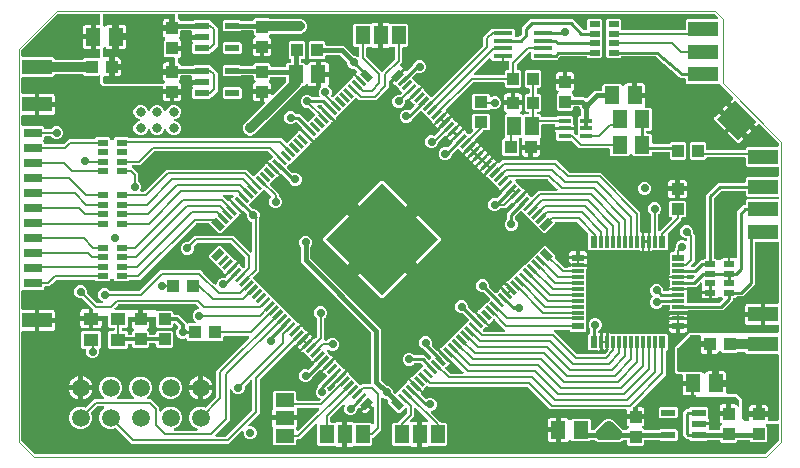
<source format=gtl>
G04 EAGLE Gerber RS-274X export*
G75*
%MOMM*%
%FSLAX34Y34*%
%LPD*%
%INtop Kupfer*%
%IPPOS*%
%AMOC8*
5,1,8,0,0,1.08239X$1,22.5*%
G01*
%ADD10C,0.000000*%
%ADD11R,2.540000X1.270000*%
%ADD12R,1.300000X1.500000*%
%ADD13R,1.000000X1.100000*%
%ADD14R,1.600000X0.800000*%
%ADD15R,1.168400X1.600200*%
%ADD16R,1.600200X1.168400*%
%ADD17R,1.270000X2.540000*%
%ADD18R,1.100000X1.000000*%
%ADD19R,0.900000X0.500000*%
%ADD20R,1.000000X0.600000*%
%ADD21R,1.000000X0.300000*%
%ADD22R,0.600000X1.000000*%
%ADD23R,0.300000X1.000000*%
%ADD24R,6.700000X6.700000*%
%ADD25R,1.050000X0.400000*%
%ADD26R,1.600000X0.300000*%
%ADD27R,1.200000X0.550000*%
%ADD28C,1.508000*%
%ADD29R,1.300000X1.100000*%
%ADD30C,0.406400*%
%ADD31C,0.704800*%
%ADD32C,0.254000*%
%ADD33C,0.812800*%
%ADD34C,0.804800*%
%ADD35C,0.203200*%
%ADD36C,0.304800*%
%ADD37C,5.500000*%
%ADD38C,0.279400*%
%ADD39C,1.500000*%
%ADD40C,3.416000*%
%ADD41C,0.177800*%
%ADD42C,0.215900*%
%ADD43C,1.050000*%
%ADD44C,1.270000*%
%ADD45C,0.508000*%

G36*
X635107Y2013D02*
X635107Y2013D01*
X635195Y2016D01*
X635247Y2033D01*
X635302Y2041D01*
X635382Y2076D01*
X635465Y2103D01*
X635505Y2131D01*
X635562Y2157D01*
X635675Y2253D01*
X635739Y2298D01*
X646672Y13231D01*
X646724Y13301D01*
X646784Y13365D01*
X646810Y13414D01*
X646843Y13459D01*
X646874Y13540D01*
X646914Y13618D01*
X646922Y13666D01*
X646944Y13724D01*
X646956Y13872D01*
X646969Y13949D01*
X646969Y27210D01*
X646961Y27268D01*
X646963Y27326D01*
X646941Y27408D01*
X646929Y27492D01*
X646906Y27545D01*
X646891Y27601D01*
X646848Y27674D01*
X646813Y27751D01*
X646775Y27796D01*
X646746Y27846D01*
X646684Y27904D01*
X646630Y27968D01*
X646581Y28000D01*
X646538Y28040D01*
X646463Y28079D01*
X646393Y28126D01*
X646337Y28143D01*
X646285Y28170D01*
X646217Y28181D01*
X646122Y28211D01*
X646022Y28214D01*
X645954Y28225D01*
X636915Y28225D01*
X636886Y28221D01*
X636857Y28224D01*
X636746Y28201D01*
X636634Y28185D01*
X636607Y28173D01*
X636578Y28168D01*
X636477Y28115D01*
X636374Y28069D01*
X636352Y28050D01*
X636326Y28037D01*
X636244Y27959D01*
X636157Y27886D01*
X636141Y27861D01*
X636120Y27841D01*
X636063Y27743D01*
X636000Y27649D01*
X635991Y27621D01*
X635976Y27596D01*
X635948Y27486D01*
X635914Y27378D01*
X635913Y27348D01*
X635906Y27320D01*
X635910Y27207D01*
X635907Y27094D01*
X635914Y27065D01*
X635915Y27036D01*
X635950Y26928D01*
X635978Y26819D01*
X635993Y26793D01*
X636002Y26765D01*
X636048Y26701D01*
X636124Y26574D01*
X636169Y26531D01*
X636197Y26492D01*
X637421Y25269D01*
X637421Y13611D01*
X636249Y12439D01*
X623591Y12439D01*
X622383Y13647D01*
X622379Y13674D01*
X622356Y13727D01*
X622341Y13783D01*
X622298Y13856D01*
X622263Y13933D01*
X622225Y13978D01*
X622196Y14028D01*
X622134Y14086D01*
X622080Y14150D01*
X622031Y14182D01*
X621988Y14222D01*
X621913Y14261D01*
X621843Y14308D01*
X621787Y14325D01*
X621735Y14352D01*
X621667Y14363D01*
X621572Y14393D01*
X621472Y14396D01*
X621404Y14407D01*
X612536Y14407D01*
X612478Y14399D01*
X612420Y14401D01*
X612338Y14379D01*
X612254Y14367D01*
X612201Y14344D01*
X612145Y14329D01*
X612072Y14286D01*
X611995Y14251D01*
X611950Y14213D01*
X611900Y14184D01*
X611842Y14122D01*
X611778Y14068D01*
X611746Y14019D01*
X611706Y13976D01*
X611667Y13901D01*
X611620Y13831D01*
X611603Y13775D01*
X611576Y13723D01*
X611565Y13655D01*
X611535Y13560D01*
X611532Y13460D01*
X611521Y13392D01*
X611521Y13111D01*
X610349Y11939D01*
X598691Y11939D01*
X597519Y13111D01*
X597519Y13392D01*
X597511Y13450D01*
X597513Y13508D01*
X597491Y13590D01*
X597479Y13674D01*
X597456Y13727D01*
X597441Y13783D01*
X597398Y13856D01*
X597363Y13933D01*
X597325Y13978D01*
X597296Y14028D01*
X597234Y14086D01*
X597180Y14150D01*
X597131Y14182D01*
X597088Y14222D01*
X597013Y14261D01*
X596943Y14308D01*
X596887Y14325D01*
X596835Y14352D01*
X596767Y14363D01*
X596672Y14393D01*
X596572Y14396D01*
X596504Y14407D01*
X587388Y14407D01*
X587302Y14395D01*
X587214Y14392D01*
X587162Y14375D01*
X587107Y14367D01*
X587027Y14332D01*
X586944Y14305D01*
X586904Y14277D01*
X586847Y14251D01*
X586734Y14155D01*
X586670Y14110D01*
X586250Y13689D01*
X572592Y13689D01*
X571410Y14872D01*
X571340Y14924D01*
X571276Y14984D01*
X571227Y15010D01*
X571182Y15043D01*
X571101Y15074D01*
X571023Y15114D01*
X570975Y15122D01*
X570917Y15144D01*
X570769Y15156D01*
X570692Y15169D01*
X568850Y15169D01*
X565689Y18330D01*
X565689Y37550D01*
X568850Y40711D01*
X570692Y40711D01*
X570778Y40723D01*
X570866Y40726D01*
X570919Y40743D01*
X570973Y40751D01*
X571053Y40786D01*
X571136Y40813D01*
X571176Y40841D01*
X571233Y40867D01*
X571346Y40963D01*
X571410Y41008D01*
X572592Y42191D01*
X586250Y42191D01*
X587422Y41019D01*
X587422Y33861D01*
X587350Y33790D01*
X587315Y33743D01*
X587273Y33703D01*
X587230Y33630D01*
X587179Y33563D01*
X587158Y33508D01*
X587129Y33457D01*
X587108Y33376D01*
X587078Y33297D01*
X587073Y33239D01*
X587059Y33182D01*
X587061Y33098D01*
X587054Y33014D01*
X587066Y32956D01*
X587068Y32898D01*
X587094Y32817D01*
X587110Y32735D01*
X587137Y32683D01*
X587155Y32627D01*
X587195Y32571D01*
X587241Y32483D01*
X587310Y32410D01*
X587350Y32354D01*
X587454Y32250D01*
X587789Y31671D01*
X587962Y31024D01*
X587962Y29314D01*
X579780Y29314D01*
X579722Y29306D01*
X579664Y29308D01*
X579582Y29286D01*
X579499Y29274D01*
X579445Y29251D01*
X579389Y29236D01*
X579316Y29193D01*
X579239Y29158D01*
X579195Y29120D01*
X579144Y29091D01*
X579087Y29029D01*
X579022Y28975D01*
X578990Y28926D01*
X578950Y28883D01*
X578911Y28808D01*
X578865Y28738D01*
X578847Y28682D01*
X578820Y28630D01*
X578809Y28562D01*
X578779Y28467D01*
X578776Y28367D01*
X578765Y28299D01*
X578765Y27581D01*
X578773Y27523D01*
X578772Y27465D01*
X578793Y27383D01*
X578805Y27299D01*
X578829Y27246D01*
X578843Y27190D01*
X578887Y27117D01*
X578921Y27040D01*
X578959Y26995D01*
X578989Y26945D01*
X579050Y26887D01*
X579105Y26823D01*
X579153Y26791D01*
X579196Y26751D01*
X579271Y26712D01*
X579341Y26665D01*
X579397Y26648D01*
X579449Y26621D01*
X579517Y26610D01*
X579612Y26580D01*
X579712Y26577D01*
X579780Y26566D01*
X587962Y26566D01*
X587962Y24856D01*
X587789Y24209D01*
X587665Y23996D01*
X587651Y23959D01*
X587629Y23927D01*
X587598Y23828D01*
X587559Y23732D01*
X587555Y23693D01*
X587543Y23656D01*
X587540Y23552D01*
X587530Y23449D01*
X587537Y23411D01*
X587536Y23372D01*
X587562Y23271D01*
X587580Y23169D01*
X587598Y23134D01*
X587608Y23097D01*
X587661Y23008D01*
X587707Y22915D01*
X587733Y22886D01*
X587753Y22852D01*
X587829Y22781D01*
X587898Y22705D01*
X587932Y22684D01*
X587960Y22658D01*
X588053Y22610D01*
X588141Y22556D01*
X588179Y22546D01*
X588213Y22528D01*
X588290Y22515D01*
X588415Y22481D01*
X588489Y22482D01*
X588544Y22473D01*
X596504Y22473D01*
X596562Y22481D01*
X596620Y22479D01*
X596702Y22501D01*
X596786Y22513D01*
X596839Y22536D01*
X596895Y22551D01*
X596968Y22594D01*
X597045Y22629D01*
X597090Y22667D01*
X597140Y22696D01*
X597198Y22758D01*
X597262Y22812D01*
X597294Y22861D01*
X597334Y22904D01*
X597373Y22979D01*
X597420Y23049D01*
X597437Y23105D01*
X597464Y23157D01*
X597475Y23225D01*
X597505Y23320D01*
X597508Y23420D01*
X597519Y23488D01*
X597519Y25769D01*
X598735Y26984D01*
X598764Y27023D01*
X598800Y27056D01*
X598849Y27136D01*
X598905Y27211D01*
X598923Y27257D01*
X598948Y27298D01*
X598973Y27389D01*
X599007Y27477D01*
X599011Y27526D01*
X599024Y27573D01*
X599022Y27667D01*
X599030Y27760D01*
X599021Y27808D01*
X599020Y27857D01*
X598993Y27947D01*
X598974Y28039D01*
X598952Y28082D01*
X598938Y28129D01*
X598887Y28208D01*
X598843Y28291D01*
X598810Y28327D01*
X598783Y28368D01*
X598726Y28415D01*
X598648Y28497D01*
X598573Y28541D01*
X598524Y28581D01*
X597960Y28907D01*
X597487Y29380D01*
X597152Y29959D01*
X596979Y30606D01*
X596979Y34409D01*
X603504Y34409D01*
X603562Y34417D01*
X603620Y34415D01*
X603702Y34437D01*
X603785Y34449D01*
X603839Y34473D01*
X603895Y34487D01*
X603968Y34530D01*
X604045Y34565D01*
X604089Y34603D01*
X604140Y34633D01*
X604197Y34694D01*
X604262Y34749D01*
X604294Y34797D01*
X604334Y34840D01*
X604373Y34915D01*
X604419Y34985D01*
X604437Y35041D01*
X604464Y35093D01*
X604475Y35161D01*
X604505Y35256D01*
X604508Y35356D01*
X604519Y35424D01*
X604519Y36441D01*
X605536Y36441D01*
X605594Y36449D01*
X605652Y36448D01*
X605734Y36469D01*
X605817Y36481D01*
X605871Y36505D01*
X605927Y36519D01*
X606000Y36562D01*
X606077Y36597D01*
X606121Y36635D01*
X606172Y36665D01*
X606229Y36726D01*
X606294Y36781D01*
X606326Y36829D01*
X606366Y36872D01*
X606405Y36947D01*
X606451Y37017D01*
X606469Y37073D01*
X606496Y37125D01*
X606507Y37193D01*
X606537Y37288D01*
X606540Y37388D01*
X606551Y37456D01*
X606551Y44481D01*
X609854Y44481D01*
X610501Y44308D01*
X611080Y43973D01*
X611553Y43500D01*
X611801Y43071D01*
X611813Y43056D01*
X611821Y43038D01*
X611900Y42944D01*
X611976Y42847D01*
X611992Y42836D01*
X612005Y42821D01*
X612107Y42752D01*
X612206Y42681D01*
X612225Y42674D01*
X612241Y42663D01*
X612358Y42626D01*
X612474Y42584D01*
X612494Y42583D01*
X612512Y42577D01*
X612635Y42574D01*
X612758Y42566D01*
X612777Y42571D01*
X612796Y42570D01*
X612915Y42601D01*
X613035Y42628D01*
X613053Y42637D01*
X613071Y42642D01*
X613177Y42704D01*
X613285Y42763D01*
X613299Y42777D01*
X613316Y42787D01*
X613400Y42877D01*
X613487Y42963D01*
X613497Y42980D01*
X613510Y42994D01*
X613566Y43104D01*
X613626Y43211D01*
X613631Y43230D01*
X613640Y43248D01*
X613652Y43320D01*
X613691Y43488D01*
X613689Y43539D01*
X613695Y43579D01*
X613695Y47649D01*
X613683Y47736D01*
X613680Y47823D01*
X613663Y47876D01*
X613655Y47931D01*
X613620Y48011D01*
X613593Y48094D01*
X613565Y48133D01*
X613539Y48190D01*
X613450Y48295D01*
X613434Y48323D01*
X613421Y48335D01*
X613398Y48367D01*
X610977Y50788D01*
X610907Y50840D01*
X610844Y50900D01*
X610794Y50926D01*
X610750Y50959D01*
X610668Y50990D01*
X610591Y51030D01*
X610543Y51038D01*
X610485Y51060D01*
X610337Y51072D01*
X610259Y51085D01*
X577660Y51085D01*
X576853Y51892D01*
X576784Y51944D01*
X576720Y52004D01*
X576670Y52030D01*
X576626Y52063D01*
X576605Y52071D01*
X576601Y52077D01*
X576575Y52134D01*
X576479Y52248D01*
X576434Y52311D01*
X575595Y53150D01*
X575595Y61214D01*
X575587Y61272D01*
X575589Y61330D01*
X575567Y61412D01*
X575555Y61495D01*
X575532Y61549D01*
X575517Y61605D01*
X575474Y61678D01*
X575439Y61755D01*
X575401Y61799D01*
X575372Y61850D01*
X575310Y61907D01*
X575256Y61972D01*
X575207Y62004D01*
X575164Y62044D01*
X575089Y62083D01*
X575019Y62129D01*
X574963Y62147D01*
X574911Y62174D01*
X574843Y62185D01*
X574748Y62215D01*
X574699Y62216D01*
X574699Y63246D01*
X574691Y63304D01*
X574692Y63362D01*
X574671Y63444D01*
X574659Y63527D01*
X574635Y63581D01*
X574621Y63637D01*
X574578Y63710D01*
X574543Y63787D01*
X574505Y63831D01*
X574475Y63882D01*
X574414Y63939D01*
X574359Y64004D01*
X574311Y64036D01*
X574268Y64076D01*
X574193Y64115D01*
X574123Y64161D01*
X574067Y64179D01*
X574015Y64206D01*
X573947Y64217D01*
X573852Y64247D01*
X573752Y64250D01*
X573684Y64261D01*
X565659Y64261D01*
X565659Y69120D01*
X565651Y69178D01*
X565653Y69236D01*
X565631Y69318D01*
X565619Y69402D01*
X565596Y69455D01*
X565581Y69511D01*
X565538Y69584D01*
X565503Y69661D01*
X565465Y69706D01*
X565436Y69756D01*
X565374Y69814D01*
X565320Y69878D01*
X565271Y69910D01*
X565228Y69950D01*
X565153Y69989D01*
X565083Y70036D01*
X565027Y70053D01*
X564975Y70080D01*
X564907Y70091D01*
X564812Y70121D01*
X564712Y70124D01*
X564644Y70135D01*
X561150Y70135D01*
X559085Y72200D01*
X559085Y92900D01*
X571310Y105125D01*
X645954Y105125D01*
X646012Y105133D01*
X646070Y105131D01*
X646152Y105153D01*
X646236Y105165D01*
X646289Y105188D01*
X646345Y105203D01*
X646418Y105246D01*
X646495Y105281D01*
X646540Y105319D01*
X646590Y105348D01*
X646648Y105410D01*
X646712Y105464D01*
X646744Y105513D01*
X646784Y105556D01*
X646823Y105631D01*
X646870Y105701D01*
X646887Y105757D01*
X646914Y105809D01*
X646925Y105877D01*
X646955Y105972D01*
X646958Y106072D01*
X646969Y106140D01*
X646969Y110744D01*
X646961Y110802D01*
X646963Y110860D01*
X646941Y110942D01*
X646929Y111026D01*
X646906Y111079D01*
X646891Y111135D01*
X646848Y111208D01*
X646813Y111285D01*
X646775Y111330D01*
X646746Y111380D01*
X646684Y111438D01*
X646630Y111502D01*
X646581Y111534D01*
X646538Y111574D01*
X646463Y111613D01*
X646393Y111660D01*
X646337Y111677D01*
X646285Y111704D01*
X646217Y111715D01*
X646122Y111745D01*
X646022Y111748D01*
X645954Y111759D01*
X635761Y111759D01*
X635761Y119634D01*
X635753Y119692D01*
X635754Y119750D01*
X635733Y119832D01*
X635721Y119915D01*
X635697Y119969D01*
X635683Y120025D01*
X635640Y120098D01*
X635605Y120175D01*
X635567Y120219D01*
X635537Y120270D01*
X635476Y120327D01*
X635421Y120392D01*
X635373Y120424D01*
X635330Y120464D01*
X635255Y120503D01*
X635185Y120549D01*
X635129Y120567D01*
X635077Y120594D01*
X635009Y120605D01*
X634914Y120635D01*
X634814Y120638D01*
X634746Y120649D01*
X633729Y120649D01*
X633729Y120651D01*
X634746Y120651D01*
X634804Y120659D01*
X634862Y120658D01*
X634944Y120679D01*
X635027Y120691D01*
X635081Y120715D01*
X635137Y120729D01*
X635210Y120772D01*
X635287Y120807D01*
X635331Y120845D01*
X635382Y120875D01*
X635439Y120936D01*
X635504Y120991D01*
X635536Y121039D01*
X635576Y121082D01*
X635615Y121157D01*
X635661Y121227D01*
X635679Y121283D01*
X635706Y121335D01*
X635717Y121403D01*
X635747Y121498D01*
X635750Y121598D01*
X635761Y121666D01*
X635761Y129541D01*
X645954Y129541D01*
X646012Y129549D01*
X646070Y129547D01*
X646152Y129569D01*
X646236Y129581D01*
X646289Y129604D01*
X646345Y129619D01*
X646418Y129662D01*
X646495Y129697D01*
X646540Y129735D01*
X646590Y129764D01*
X646648Y129826D01*
X646712Y129880D01*
X646744Y129929D01*
X646784Y129972D01*
X646823Y130047D01*
X646870Y130117D01*
X646887Y130173D01*
X646914Y130225D01*
X646925Y130293D01*
X646955Y130388D01*
X646958Y130488D01*
X646969Y130556D01*
X646969Y181134D01*
X646961Y181192D01*
X646963Y181250D01*
X646941Y181332D01*
X646929Y181416D01*
X646906Y181469D01*
X646891Y181525D01*
X646848Y181598D01*
X646813Y181675D01*
X646775Y181720D01*
X646746Y181770D01*
X646684Y181828D01*
X646630Y181892D01*
X646581Y181924D01*
X646538Y181964D01*
X646463Y182003D01*
X646393Y182050D01*
X646337Y182067D01*
X646285Y182094D01*
X646217Y182105D01*
X646122Y182135D01*
X646022Y182138D01*
X645954Y182149D01*
X627856Y182149D01*
X627798Y182141D01*
X627740Y182143D01*
X627658Y182121D01*
X627574Y182109D01*
X627521Y182086D01*
X627465Y182071D01*
X627392Y182028D01*
X627315Y181993D01*
X627270Y181955D01*
X627220Y181926D01*
X627162Y181864D01*
X627098Y181810D01*
X627066Y181761D01*
X627026Y181718D01*
X626987Y181643D01*
X626940Y181573D01*
X626923Y181517D01*
X626896Y181465D01*
X626885Y181397D01*
X626855Y181302D01*
X626852Y181202D01*
X626841Y181134D01*
X626841Y145965D01*
X616735Y135859D01*
X611879Y135859D01*
X611793Y135847D01*
X611705Y135844D01*
X611652Y135827D01*
X611598Y135819D01*
X611518Y135784D01*
X611435Y135757D01*
X611395Y135729D01*
X611338Y135703D01*
X611225Y135607D01*
X611161Y135562D01*
X610229Y134629D01*
X609186Y134629D01*
X609128Y134621D01*
X609070Y134623D01*
X608988Y134601D01*
X608904Y134589D01*
X608851Y134566D01*
X608795Y134551D01*
X608722Y134508D01*
X608645Y134473D01*
X608600Y134435D01*
X608550Y134406D01*
X608492Y134344D01*
X608428Y134290D01*
X608396Y134241D01*
X608356Y134198D01*
X608317Y134123D01*
X608270Y134053D01*
X608253Y133997D01*
X608226Y133945D01*
X608215Y133877D01*
X608185Y133782D01*
X608182Y133682D01*
X608171Y133614D01*
X608171Y132375D01*
X599725Y123929D01*
X570486Y123929D01*
X570428Y123921D01*
X570370Y123923D01*
X570288Y123901D01*
X570204Y123889D01*
X570151Y123866D01*
X570095Y123851D01*
X570022Y123808D01*
X569945Y123773D01*
X569900Y123735D01*
X569850Y123706D01*
X569792Y123644D01*
X569728Y123590D01*
X569696Y123541D01*
X569656Y123498D01*
X569617Y123423D01*
X569570Y123353D01*
X569553Y123297D01*
X569526Y123245D01*
X569521Y123215D01*
X567607Y123215D01*
X567591Y123213D01*
X567576Y123215D01*
X567451Y123193D01*
X567325Y123176D01*
X567311Y123169D01*
X567296Y123167D01*
X567181Y123111D01*
X567066Y123059D01*
X567054Y123049D01*
X567040Y123043D01*
X566945Y122958D01*
X566849Y122876D01*
X566840Y122863D01*
X566829Y122853D01*
X566762Y122745D01*
X566691Y122639D01*
X566686Y122624D01*
X566678Y122611D01*
X566644Y122489D01*
X566605Y122368D01*
X566605Y122353D01*
X566601Y122338D01*
X566601Y122211D01*
X566598Y122084D01*
X566602Y122069D01*
X566602Y122054D01*
X566638Y121931D01*
X566670Y121809D01*
X566678Y121796D01*
X566682Y121781D01*
X566750Y121673D01*
X566815Y121564D01*
X566826Y121554D01*
X566834Y121541D01*
X566930Y121457D01*
X567022Y121370D01*
X567036Y121363D01*
X567047Y121353D01*
X567110Y121325D01*
X567275Y121240D01*
X567276Y121240D01*
X567277Y121240D01*
X567317Y121233D01*
X567354Y121217D01*
X567356Y121216D01*
X567540Y121196D01*
X567608Y121185D01*
X569471Y121185D01*
X569471Y120366D01*
X569363Y119963D01*
X569351Y119866D01*
X569331Y119771D01*
X569335Y119731D01*
X569328Y119681D01*
X569356Y119511D01*
X569363Y119437D01*
X569471Y119034D01*
X569471Y118215D01*
X567608Y118215D01*
X567583Y118212D01*
X567559Y118214D01*
X567444Y118192D01*
X567375Y118182D01*
X567336Y118178D01*
X567335Y118178D01*
X567331Y118176D01*
X567326Y118176D01*
X567304Y118166D01*
X567280Y118161D01*
X567179Y118110D01*
X567075Y118065D01*
X567071Y118061D01*
X567067Y118059D01*
X567049Y118044D01*
X567026Y118033D01*
X566943Y117955D01*
X566856Y117883D01*
X566853Y117878D01*
X566850Y117876D01*
X566837Y117857D01*
X566818Y117839D01*
X566760Y117742D01*
X566696Y117648D01*
X566694Y117642D01*
X566692Y117639D01*
X566685Y117618D01*
X566672Y117595D01*
X566643Y117486D01*
X566608Y117378D01*
X566607Y117371D01*
X566606Y117368D01*
X566606Y117346D01*
X566599Y117320D01*
X566601Y117207D01*
X566597Y117094D01*
X566599Y117087D01*
X566599Y117084D01*
X566605Y117063D01*
X566605Y117036D01*
X566639Y116928D01*
X566666Y116818D01*
X566670Y116812D01*
X566671Y116809D01*
X566671Y116808D01*
X566682Y116790D01*
X566690Y116765D01*
X566752Y116670D01*
X566809Y116572D01*
X566814Y116567D01*
X566816Y116564D01*
X566832Y116549D01*
X566846Y116528D01*
X566933Y116454D01*
X567015Y116376D01*
X567020Y116373D01*
X567024Y116369D01*
X567044Y116359D01*
X567063Y116343D01*
X567135Y116312D01*
X567266Y116244D01*
X567272Y116242D01*
X567277Y116240D01*
X567315Y116234D01*
X567328Y116231D01*
X567372Y116212D01*
X567373Y116212D01*
X567460Y116204D01*
X567545Y116187D01*
X567576Y116190D01*
X567608Y116185D01*
X569471Y116185D01*
X569471Y115366D01*
X569363Y114963D01*
X569354Y114895D01*
X569344Y114861D01*
X569343Y114829D01*
X569331Y114771D01*
X569335Y114731D01*
X569328Y114681D01*
X569338Y114622D01*
X569337Y114577D01*
X569357Y114500D01*
X569363Y114437D01*
X569471Y114034D01*
X569471Y112199D01*
X563421Y112199D01*
X563421Y112202D01*
X563423Y112260D01*
X563401Y112342D01*
X563389Y112426D01*
X563366Y112479D01*
X563351Y112535D01*
X563308Y112608D01*
X563273Y112685D01*
X563235Y112730D01*
X563206Y112780D01*
X563144Y112838D01*
X563090Y112902D01*
X563041Y112934D01*
X562998Y112974D01*
X562945Y113001D01*
X562945Y117200D01*
X562945Y122200D01*
X562937Y122258D01*
X562939Y122316D01*
X562917Y122398D01*
X562906Y122481D01*
X562882Y122535D01*
X562867Y122591D01*
X562824Y122664D01*
X562789Y122741D01*
X562752Y122785D01*
X562722Y122835D01*
X562660Y122893D01*
X562606Y122958D01*
X562557Y122990D01*
X562514Y123030D01*
X562439Y123068D01*
X562369Y123115D01*
X562313Y123133D01*
X562261Y123159D01*
X562193Y123171D01*
X562098Y123201D01*
X561998Y123204D01*
X561930Y123215D01*
X561872Y123207D01*
X561814Y123208D01*
X561813Y123208D01*
X561732Y123187D01*
X561648Y123175D01*
X561595Y123151D01*
X561538Y123136D01*
X561466Y123093D01*
X561389Y123059D01*
X561344Y123021D01*
X561294Y122991D01*
X561236Y122930D01*
X561172Y122875D01*
X561140Y122827D01*
X561099Y122784D01*
X561061Y122709D01*
X561014Y122639D01*
X560997Y122583D01*
X560970Y122531D01*
X560959Y122463D01*
X560929Y122368D01*
X560926Y122268D01*
X560915Y122200D01*
X560915Y117200D01*
X560915Y113007D01*
X560905Y113003D01*
X560860Y112965D01*
X560810Y112936D01*
X560752Y112874D01*
X560688Y112820D01*
X560656Y112771D01*
X560616Y112728D01*
X560577Y112653D01*
X560530Y112583D01*
X560513Y112527D01*
X560486Y112475D01*
X560475Y112407D01*
X560445Y112312D01*
X560442Y112212D01*
X560440Y112199D01*
X554389Y112199D01*
X554389Y114034D01*
X554497Y114437D01*
X554503Y114484D01*
X554516Y114526D01*
X554517Y114572D01*
X554529Y114629D01*
X554525Y114669D01*
X554532Y114719D01*
X554522Y114776D01*
X554523Y114810D01*
X554507Y114873D01*
X554504Y114889D01*
X554497Y114963D01*
X554389Y115366D01*
X554389Y116185D01*
X556252Y116185D01*
X556258Y116185D01*
X556263Y116185D01*
X556393Y116204D01*
X556411Y116207D01*
X556487Y116212D01*
X556488Y116212D01*
X556510Y116221D01*
X556534Y116224D01*
X556539Y116227D01*
X556544Y116227D01*
X556647Y116275D01*
X556753Y116316D01*
X556772Y116331D01*
X556793Y116341D01*
X556797Y116344D01*
X556802Y116346D01*
X556888Y116421D01*
X556978Y116489D01*
X556993Y116510D01*
X557010Y116524D01*
X557012Y116528D01*
X557018Y116532D01*
X557080Y116627D01*
X557147Y116718D01*
X557156Y116743D01*
X557168Y116761D01*
X557169Y116764D01*
X557173Y116770D01*
X557206Y116879D01*
X557245Y116985D01*
X557247Y117012D01*
X557253Y117029D01*
X557254Y117032D01*
X557254Y117035D01*
X557256Y117042D01*
X557258Y117155D01*
X557266Y117269D01*
X557260Y117295D01*
X557261Y117316D01*
X557260Y117319D01*
X557260Y117326D01*
X557231Y117436D01*
X557207Y117547D01*
X557195Y117570D01*
X557189Y117592D01*
X557187Y117594D01*
X557186Y117601D01*
X557127Y117698D01*
X557074Y117798D01*
X557056Y117816D01*
X557044Y117836D01*
X557041Y117838D01*
X557038Y117844D01*
X556954Y117921D01*
X556876Y118002D01*
X556854Y118014D01*
X556837Y118030D01*
X556833Y118032D01*
X556829Y118036D01*
X556791Y118054D01*
X556734Y118083D01*
X556629Y118143D01*
X556605Y118149D01*
X556583Y118160D01*
X556553Y118165D01*
X556525Y118178D01*
X556524Y118178D01*
X556437Y118190D01*
X556353Y118210D01*
X556305Y118207D01*
X556291Y118209D01*
X556252Y118215D01*
X554389Y118215D01*
X554389Y119034D01*
X554497Y119437D01*
X554509Y119534D01*
X554529Y119629D01*
X554525Y119669D01*
X554532Y119719D01*
X554506Y119877D01*
X554506Y119886D01*
X554503Y119897D01*
X554497Y119963D01*
X554389Y120366D01*
X554389Y121185D01*
X556252Y121185D01*
X556436Y121211D01*
X556504Y121216D01*
X556506Y121217D01*
X556519Y121222D01*
X556534Y121224D01*
X556534Y121225D01*
X556535Y121225D01*
X556651Y121277D01*
X556768Y121325D01*
X556780Y121335D01*
X556794Y121341D01*
X556892Y121423D01*
X556991Y121502D01*
X557000Y121515D01*
X557011Y121525D01*
X557082Y121631D01*
X557155Y121734D01*
X557160Y121748D01*
X557169Y121761D01*
X557207Y121882D01*
X557249Y122002D01*
X557250Y122018D01*
X557255Y122032D01*
X557258Y122159D01*
X557265Y122286D01*
X557262Y122301D01*
X557262Y122316D01*
X557230Y122439D01*
X557202Y122563D01*
X557194Y122577D01*
X557190Y122592D01*
X557125Y122701D01*
X557064Y122812D01*
X557053Y122823D01*
X557045Y122836D01*
X556952Y122923D01*
X556862Y123013D01*
X556849Y123020D01*
X556838Y123030D01*
X556724Y123088D01*
X556613Y123150D01*
X556598Y123153D01*
X556585Y123160D01*
X556517Y123171D01*
X556336Y123212D01*
X556294Y123209D01*
X556253Y123215D01*
X554389Y123215D01*
X554389Y124034D01*
X554562Y124681D01*
X554793Y125080D01*
X554830Y125171D01*
X554874Y125257D01*
X554880Y125297D01*
X554900Y125344D01*
X554917Y125515D01*
X554929Y125588D01*
X554929Y127914D01*
X554922Y127968D01*
X554923Y128008D01*
X554922Y128010D01*
X554923Y128030D01*
X554901Y128112D01*
X554889Y128196D01*
X554866Y128249D01*
X554851Y128305D01*
X554808Y128378D01*
X554773Y128455D01*
X554735Y128500D01*
X554706Y128550D01*
X554644Y128608D01*
X554590Y128672D01*
X554541Y128704D01*
X554498Y128744D01*
X554423Y128783D01*
X554353Y128830D01*
X554297Y128847D01*
X554245Y128874D01*
X554177Y128885D01*
X554082Y128915D01*
X553982Y128918D01*
X553914Y128929D01*
X549439Y128929D01*
X549438Y128929D01*
X549436Y128929D01*
X549296Y128909D01*
X549158Y128889D01*
X549156Y128889D01*
X549155Y128889D01*
X549029Y128832D01*
X548898Y128773D01*
X548897Y128772D01*
X548896Y128771D01*
X548789Y128680D01*
X548681Y128590D01*
X548680Y128588D01*
X548679Y128587D01*
X548671Y128574D01*
X548524Y128353D01*
X548519Y128337D01*
X548515Y128331D01*
X548510Y128317D01*
X548501Y128303D01*
X548244Y127680D01*
X546690Y126126D01*
X544659Y125285D01*
X542461Y125285D01*
X540430Y126126D01*
X538876Y127680D01*
X538035Y129711D01*
X538035Y131909D01*
X538876Y133940D01*
X540109Y135172D01*
X540144Y135219D01*
X540187Y135259D01*
X540229Y135332D01*
X540280Y135399D01*
X540301Y135454D01*
X540330Y135504D01*
X540351Y135586D01*
X540381Y135665D01*
X540386Y135723D01*
X540400Y135780D01*
X540398Y135864D01*
X540405Y135948D01*
X540393Y136006D01*
X540391Y136064D01*
X540365Y136144D01*
X540349Y136227D01*
X540322Y136279D01*
X540304Y136335D01*
X540264Y136391D01*
X540218Y136479D01*
X540149Y136552D01*
X540109Y136608D01*
X538876Y137840D01*
X538035Y139871D01*
X538035Y142069D01*
X538876Y144100D01*
X540430Y145654D01*
X542461Y146495D01*
X544659Y146495D01*
X546690Y145654D01*
X548244Y144100D01*
X549085Y142069D01*
X549085Y141486D01*
X549093Y141428D01*
X549091Y141370D01*
X549113Y141288D01*
X549125Y141204D01*
X549148Y141151D01*
X549163Y141095D01*
X549206Y141022D01*
X549241Y140945D01*
X549279Y140900D01*
X549308Y140850D01*
X549370Y140792D01*
X549424Y140728D01*
X549473Y140696D01*
X549516Y140656D01*
X549591Y140617D01*
X549661Y140570D01*
X549717Y140553D01*
X549769Y140526D01*
X549837Y140515D01*
X549932Y140485D01*
X550032Y140482D01*
X550100Y140471D01*
X553374Y140471D01*
X553432Y140479D01*
X553490Y140477D01*
X553572Y140499D01*
X553656Y140511D01*
X553709Y140534D01*
X553765Y140549D01*
X553838Y140592D01*
X553915Y140627D01*
X553960Y140665D01*
X554010Y140694D01*
X554068Y140756D01*
X554132Y140810D01*
X554164Y140859D01*
X554204Y140902D01*
X554243Y140977D01*
X554290Y141047D01*
X554307Y141103D01*
X554334Y141155D01*
X554339Y141185D01*
X561930Y141185D01*
X569471Y141185D01*
X569471Y140366D01*
X569298Y139719D01*
X569067Y139320D01*
X569030Y139229D01*
X568986Y139143D01*
X568980Y139103D01*
X568960Y139056D01*
X568943Y138885D01*
X568931Y138812D01*
X568931Y131486D01*
X568939Y131428D01*
X568937Y131370D01*
X568959Y131288D01*
X568971Y131204D01*
X568994Y131151D01*
X569009Y131095D01*
X569052Y131022D01*
X569087Y130945D01*
X569125Y130900D01*
X569154Y130850D01*
X569216Y130792D01*
X569270Y130728D01*
X569319Y130696D01*
X569362Y130656D01*
X569437Y130617D01*
X569507Y130570D01*
X569563Y130553D01*
X569615Y130526D01*
X569683Y130515D01*
X569778Y130485D01*
X569878Y130482D01*
X569946Y130471D01*
X596595Y130471D01*
X596681Y130483D01*
X596769Y130486D01*
X596821Y130503D01*
X596876Y130511D01*
X596956Y130546D01*
X597039Y130573D01*
X597078Y130601D01*
X597136Y130627D01*
X597249Y130723D01*
X597313Y130768D01*
X599655Y133110D01*
X599690Y133157D01*
X599732Y133197D01*
X599775Y133270D01*
X599826Y133337D01*
X599846Y133392D01*
X599876Y133442D01*
X599897Y133524D01*
X599927Y133603D01*
X599932Y133661D01*
X599946Y133718D01*
X599943Y133802D01*
X599950Y133886D01*
X599939Y133944D01*
X599937Y134002D01*
X599911Y134082D01*
X599894Y134165D01*
X599867Y134217D01*
X599849Y134273D01*
X599809Y134329D01*
X599763Y134417D01*
X599695Y134490D01*
X599655Y134546D01*
X598766Y135434D01*
X598720Y135469D01*
X598679Y135512D01*
X598606Y135555D01*
X598539Y135605D01*
X598484Y135626D01*
X598434Y135656D01*
X598352Y135676D01*
X598273Y135706D01*
X598215Y135711D01*
X598158Y135726D01*
X598074Y135723D01*
X597990Y135730D01*
X597933Y135718D01*
X597874Y135717D01*
X597794Y135691D01*
X597711Y135674D01*
X597659Y135647D01*
X597623Y135635D01*
X596346Y135635D01*
X596269Y135624D01*
X596191Y135623D01*
X596128Y135605D01*
X596064Y135595D01*
X595993Y135564D01*
X595919Y135541D01*
X595864Y135506D01*
X595805Y135479D01*
X595745Y135429D01*
X595680Y135387D01*
X595644Y135344D01*
X595588Y135296D01*
X595516Y135188D01*
X595466Y135128D01*
X595433Y135070D01*
X594960Y134597D01*
X594381Y134262D01*
X593734Y134089D01*
X590149Y134089D01*
X590149Y138896D01*
X590141Y138954D01*
X590143Y139012D01*
X590121Y139094D01*
X590116Y139134D01*
X590135Y139196D01*
X590138Y139296D01*
X590149Y139364D01*
X590149Y146896D01*
X590141Y146954D01*
X590143Y147012D01*
X590121Y147094D01*
X590109Y147177D01*
X590086Y147231D01*
X590071Y147287D01*
X590028Y147360D01*
X589993Y147437D01*
X589955Y147481D01*
X589926Y147532D01*
X589864Y147589D01*
X589810Y147654D01*
X589761Y147686D01*
X589718Y147726D01*
X589643Y147765D01*
X589573Y147811D01*
X589517Y147829D01*
X589465Y147856D01*
X589397Y147867D01*
X589302Y147897D01*
X589202Y147900D01*
X589134Y147911D01*
X588666Y147911D01*
X588608Y147903D01*
X588550Y147904D01*
X588468Y147883D01*
X588384Y147871D01*
X588331Y147847D01*
X588275Y147833D01*
X588202Y147789D01*
X588125Y147755D01*
X588080Y147717D01*
X588030Y147687D01*
X587972Y147626D01*
X587908Y147571D01*
X587876Y147523D01*
X587836Y147480D01*
X587797Y147405D01*
X587750Y147335D01*
X587733Y147279D01*
X587706Y147227D01*
X587695Y147159D01*
X587665Y147064D01*
X587662Y146964D01*
X587651Y146896D01*
X587651Y140379D01*
X581859Y140379D01*
X581859Y141964D01*
X582032Y142611D01*
X582039Y142622D01*
X582052Y142655D01*
X582070Y142682D01*
X582082Y142718D01*
X582106Y142763D01*
X582121Y142826D01*
X582145Y142886D01*
X582151Y142936D01*
X582156Y142953D01*
X582156Y142976D01*
X582171Y143039D01*
X582168Y143104D01*
X582174Y143169D01*
X582163Y143233D01*
X582163Y143237D01*
X582161Y143246D01*
X582157Y143323D01*
X582137Y143375D01*
X582124Y143449D01*
X582066Y143565D01*
X582039Y143638D01*
X582032Y143649D01*
X581859Y144296D01*
X581859Y146793D01*
X581855Y146822D01*
X581858Y146851D01*
X581835Y146962D01*
X581819Y147074D01*
X581807Y147101D01*
X581802Y147130D01*
X581750Y147230D01*
X581703Y147334D01*
X581684Y147356D01*
X581671Y147382D01*
X581593Y147464D01*
X581520Y147551D01*
X581495Y147567D01*
X581475Y147588D01*
X581377Y147645D01*
X581283Y147708D01*
X581255Y147717D01*
X581230Y147732D01*
X581120Y147760D01*
X581012Y147794D01*
X580982Y147795D01*
X580954Y147802D01*
X580841Y147798D01*
X580728Y147801D01*
X580699Y147794D01*
X580670Y147793D01*
X580562Y147758D01*
X580453Y147729D01*
X580427Y147715D01*
X580399Y147705D01*
X580336Y147660D01*
X580208Y147584D01*
X580165Y147539D01*
X580126Y147511D01*
X576545Y143929D01*
X570486Y143929D01*
X570428Y143921D01*
X570370Y143923D01*
X570288Y143901D01*
X570204Y143889D01*
X570151Y143866D01*
X570095Y143851D01*
X570022Y143808D01*
X569945Y143773D01*
X569900Y143735D01*
X569850Y143706D01*
X569792Y143644D01*
X569728Y143590D01*
X569696Y143541D01*
X569656Y143498D01*
X569617Y143423D01*
X569570Y143353D01*
X569553Y143297D01*
X569526Y143245D01*
X569521Y143215D01*
X561930Y143215D01*
X554389Y143215D01*
X554389Y144034D01*
X554562Y144681D01*
X554793Y145080D01*
X554830Y145171D01*
X554874Y145257D01*
X554880Y145297D01*
X554900Y145344D01*
X554917Y145515D01*
X554929Y145588D01*
X554929Y148812D01*
X554916Y148908D01*
X554911Y149005D01*
X554897Y149043D01*
X554889Y149093D01*
X554819Y149251D01*
X554793Y149320D01*
X554562Y149719D01*
X554389Y150366D01*
X554389Y151185D01*
X561930Y151185D01*
X569519Y151185D01*
X569534Y151151D01*
X569549Y151095D01*
X569592Y151022D01*
X569627Y150945D01*
X569665Y150900D01*
X569694Y150850D01*
X569756Y150792D01*
X569810Y150728D01*
X569859Y150696D01*
X569902Y150656D01*
X569977Y150617D01*
X570047Y150570D01*
X570103Y150553D01*
X570155Y150526D01*
X570223Y150515D01*
X570318Y150485D01*
X570418Y150482D01*
X570486Y150471D01*
X573415Y150471D01*
X573501Y150483D01*
X573589Y150486D01*
X573641Y150503D01*
X573696Y150511D01*
X573776Y150546D01*
X573859Y150573D01*
X573898Y150601D01*
X573956Y150627D01*
X574069Y150723D01*
X574133Y150768D01*
X575561Y152196D01*
X575578Y152220D01*
X575601Y152239D01*
X575663Y152333D01*
X575732Y152423D01*
X575742Y152451D01*
X575758Y152475D01*
X575792Y152583D01*
X575833Y152689D01*
X575835Y152718D01*
X575844Y152746D01*
X575847Y152860D01*
X575856Y152972D01*
X575851Y153001D01*
X575851Y153030D01*
X575823Y153140D01*
X575800Y153251D01*
X575787Y153277D01*
X575779Y153305D01*
X575722Y153403D01*
X575669Y153503D01*
X575649Y153525D01*
X575634Y153550D01*
X575552Y153627D01*
X575474Y153709D01*
X575448Y153724D01*
X575427Y153744D01*
X575326Y153796D01*
X575228Y153853D01*
X575200Y153860D01*
X575174Y153874D01*
X575096Y153887D01*
X574953Y153923D01*
X574890Y153921D01*
X574843Y153929D01*
X570486Y153929D01*
X570428Y153921D01*
X570370Y153923D01*
X570288Y153901D01*
X570204Y153889D01*
X570151Y153866D01*
X570095Y153851D01*
X570022Y153808D01*
X569945Y153773D01*
X569900Y153735D01*
X569850Y153706D01*
X569792Y153644D01*
X569728Y153590D01*
X569696Y153541D01*
X569656Y153498D01*
X569617Y153423D01*
X569570Y153353D01*
X569553Y153297D01*
X569526Y153245D01*
X569521Y153215D01*
X561930Y153215D01*
X554389Y153215D01*
X554389Y154034D01*
X554562Y154681D01*
X554793Y155080D01*
X554830Y155171D01*
X554874Y155257D01*
X554880Y155297D01*
X554900Y155344D01*
X554917Y155515D01*
X554929Y155588D01*
X554929Y172529D01*
X556101Y173701D01*
X557898Y173701D01*
X557956Y173709D01*
X558014Y173707D01*
X558096Y173729D01*
X558180Y173741D01*
X558233Y173764D01*
X558289Y173779D01*
X558362Y173822D01*
X558439Y173857D01*
X558484Y173895D01*
X558534Y173924D01*
X558592Y173986D01*
X558656Y174040D01*
X558688Y174089D01*
X558728Y174132D01*
X558767Y174207D01*
X558814Y174277D01*
X558831Y174333D01*
X558858Y174385D01*
X558869Y174453D01*
X558899Y174548D01*
X558902Y174648D01*
X558913Y174716D01*
X558913Y175830D01*
X559328Y176244D01*
X559380Y176314D01*
X559440Y176378D01*
X559466Y176427D01*
X559499Y176471D01*
X559530Y176553D01*
X559570Y176631D01*
X559578Y176679D01*
X559600Y176737D01*
X559612Y176885D01*
X559625Y176962D01*
X559625Y178899D01*
X560466Y180930D01*
X562020Y182484D01*
X564051Y183325D01*
X566249Y183325D01*
X568349Y182455D01*
X568461Y182426D01*
X568570Y182391D01*
X568598Y182391D01*
X568625Y182384D01*
X568739Y182387D01*
X568854Y182384D01*
X568881Y182391D01*
X568909Y182392D01*
X569018Y182427D01*
X569129Y182456D01*
X569153Y182470D01*
X569180Y182478D01*
X569275Y182543D01*
X569374Y182601D01*
X569393Y182621D01*
X569416Y182637D01*
X569490Y182725D01*
X569568Y182808D01*
X569581Y182833D01*
X569599Y182854D01*
X569645Y182959D01*
X569698Y183062D01*
X569702Y183086D01*
X569714Y183114D01*
X569751Y183378D01*
X569753Y183393D01*
X569753Y183960D01*
X569745Y184018D01*
X569747Y184076D01*
X569725Y184158D01*
X569713Y184242D01*
X569690Y184295D01*
X569675Y184351D01*
X569632Y184424D01*
X569597Y184501D01*
X569559Y184546D01*
X569530Y184596D01*
X569468Y184654D01*
X569414Y184718D01*
X569365Y184750D01*
X569322Y184790D01*
X569247Y184829D01*
X569177Y184876D01*
X569121Y184893D01*
X569069Y184920D01*
X569001Y184931D01*
X568906Y184961D01*
X568806Y184964D01*
X568738Y184975D01*
X567861Y184975D01*
X565830Y185816D01*
X564276Y187370D01*
X563435Y189401D01*
X563435Y191599D01*
X564276Y193630D01*
X565830Y195184D01*
X567861Y196025D01*
X570059Y196025D01*
X572090Y195184D01*
X573644Y193630D01*
X574485Y191599D01*
X574485Y189662D01*
X574497Y189575D01*
X574500Y189488D01*
X574517Y189435D01*
X574525Y189381D01*
X574560Y189301D01*
X574587Y189218D01*
X574615Y189178D01*
X574641Y189121D01*
X574737Y189008D01*
X574782Y188944D01*
X575787Y187940D01*
X575787Y165120D01*
X573722Y163056D01*
X572870Y162204D01*
X572853Y162180D01*
X572830Y162161D01*
X572767Y162067D01*
X572699Y161977D01*
X572689Y161949D01*
X572673Y161925D01*
X572638Y161817D01*
X572598Y161711D01*
X572596Y161682D01*
X572587Y161654D01*
X572584Y161540D01*
X572574Y161428D01*
X572580Y161399D01*
X572579Y161370D01*
X572608Y161260D01*
X572630Y161149D01*
X572644Y161123D01*
X572651Y161095D01*
X572709Y160997D01*
X572761Y160897D01*
X572782Y160875D01*
X572797Y160850D01*
X572879Y160773D01*
X572957Y160691D01*
X572982Y160676D01*
X573004Y160656D01*
X573105Y160604D01*
X573202Y160547D01*
X573231Y160540D01*
X573257Y160526D01*
X573334Y160513D01*
X573478Y160477D01*
X573540Y160479D01*
X573588Y160471D01*
X574525Y160471D01*
X574611Y160483D01*
X574699Y160486D01*
X574751Y160503D01*
X574806Y160511D01*
X574886Y160546D01*
X574969Y160573D01*
X575008Y160601D01*
X575066Y160627D01*
X575179Y160723D01*
X575243Y160768D01*
X580875Y166401D01*
X581921Y166401D01*
X582007Y166413D01*
X582095Y166416D01*
X582147Y166433D01*
X582202Y166441D01*
X582282Y166476D01*
X582365Y166503D01*
X582405Y166531D01*
X582462Y166557D01*
X582575Y166653D01*
X582639Y166698D01*
X583571Y167631D01*
X584614Y167631D01*
X584672Y167639D01*
X584730Y167637D01*
X584812Y167659D01*
X584896Y167671D01*
X584949Y167694D01*
X585005Y167709D01*
X585078Y167752D01*
X585155Y167787D01*
X585200Y167825D01*
X585250Y167854D01*
X585308Y167916D01*
X585372Y167970D01*
X585404Y168019D01*
X585444Y168062D01*
X585483Y168137D01*
X585530Y168207D01*
X585547Y168263D01*
X585574Y168315D01*
X585585Y168383D01*
X585615Y168478D01*
X585618Y168578D01*
X585629Y168646D01*
X585629Y221955D01*
X595545Y231871D01*
X618014Y231871D01*
X618072Y231879D01*
X618130Y231877D01*
X618212Y231899D01*
X618296Y231911D01*
X618349Y231934D01*
X618405Y231949D01*
X618478Y231992D01*
X618555Y232027D01*
X618600Y232065D01*
X618650Y232094D01*
X618708Y232156D01*
X618772Y232210D01*
X618804Y232259D01*
X618844Y232302D01*
X618883Y232377D01*
X618930Y232447D01*
X618947Y232503D01*
X618974Y232555D01*
X618985Y232623D01*
X619015Y232718D01*
X619018Y232818D01*
X619029Y232886D01*
X619029Y235779D01*
X620201Y236951D01*
X645954Y236951D01*
X646012Y236959D01*
X646070Y236957D01*
X646152Y236979D01*
X646236Y236991D01*
X646289Y237014D01*
X646345Y237029D01*
X646418Y237072D01*
X646495Y237107D01*
X646540Y237145D01*
X646590Y237174D01*
X646648Y237236D01*
X646712Y237290D01*
X646744Y237339D01*
X646784Y237382D01*
X646823Y237457D01*
X646870Y237527D01*
X646887Y237583D01*
X646914Y237635D01*
X646925Y237703D01*
X646955Y237798D01*
X646958Y237898D01*
X646969Y237966D01*
X646969Y244634D01*
X646961Y244692D01*
X646963Y244750D01*
X646941Y244832D01*
X646929Y244916D01*
X646906Y244969D01*
X646891Y245025D01*
X646848Y245098D01*
X646813Y245175D01*
X646775Y245220D01*
X646746Y245270D01*
X646684Y245328D01*
X646630Y245392D01*
X646581Y245424D01*
X646538Y245464D01*
X646463Y245503D01*
X646393Y245550D01*
X646337Y245567D01*
X646285Y245594D01*
X646217Y245605D01*
X646122Y245635D01*
X646022Y245638D01*
X645954Y245649D01*
X620201Y245649D01*
X619029Y246821D01*
X619029Y252508D01*
X619021Y252566D01*
X619023Y252624D01*
X619001Y252706D01*
X618989Y252790D01*
X618966Y252843D01*
X618951Y252899D01*
X618908Y252972D01*
X618873Y253049D01*
X618835Y253094D01*
X618806Y253144D01*
X618744Y253202D01*
X618690Y253266D01*
X618641Y253298D01*
X618598Y253338D01*
X618523Y253377D01*
X618453Y253424D01*
X618397Y253441D01*
X618345Y253468D01*
X618277Y253479D01*
X618182Y253509D01*
X618082Y253512D01*
X618014Y253523D01*
X586746Y253523D01*
X586688Y253515D01*
X586630Y253517D01*
X586548Y253495D01*
X586464Y253483D01*
X586411Y253460D01*
X586355Y253445D01*
X586282Y253402D01*
X586205Y253367D01*
X586160Y253329D01*
X586110Y253300D01*
X586052Y253238D01*
X585988Y253184D01*
X585956Y253135D01*
X585916Y253092D01*
X585877Y253017D01*
X585830Y252947D01*
X585813Y252891D01*
X585786Y252839D01*
X585780Y252800D01*
X584559Y251579D01*
X572901Y251579D01*
X571729Y252751D01*
X571729Y265409D01*
X572901Y266581D01*
X584559Y266581D01*
X585731Y265409D01*
X585731Y260572D01*
X585739Y260514D01*
X585737Y260456D01*
X585759Y260374D01*
X585771Y260290D01*
X585794Y260237D01*
X585809Y260181D01*
X585852Y260108D01*
X585887Y260031D01*
X585925Y259986D01*
X585954Y259936D01*
X586016Y259878D01*
X586070Y259814D01*
X586119Y259782D01*
X586162Y259742D01*
X586237Y259703D01*
X586307Y259656D01*
X586363Y259639D01*
X586415Y259612D01*
X586483Y259601D01*
X586578Y259571D01*
X586678Y259568D01*
X586746Y259557D01*
X618014Y259557D01*
X618072Y259565D01*
X618130Y259563D01*
X618212Y259585D01*
X618296Y259597D01*
X618349Y259620D01*
X618405Y259635D01*
X618478Y259678D01*
X618555Y259713D01*
X618600Y259751D01*
X618650Y259780D01*
X618708Y259842D01*
X618772Y259896D01*
X618804Y259945D01*
X618844Y259988D01*
X618883Y260063D01*
X618930Y260133D01*
X618947Y260189D01*
X618974Y260241D01*
X618985Y260309D01*
X619015Y260404D01*
X619018Y260504D01*
X619029Y260572D01*
X619029Y261179D01*
X620201Y262351D01*
X645954Y262351D01*
X646012Y262359D01*
X646070Y262357D01*
X646152Y262379D01*
X646236Y262391D01*
X646289Y262414D01*
X646345Y262429D01*
X646418Y262472D01*
X646495Y262507D01*
X646540Y262545D01*
X646590Y262574D01*
X646648Y262636D01*
X646712Y262690D01*
X646744Y262739D01*
X646784Y262782D01*
X646823Y262857D01*
X646870Y262927D01*
X646887Y262983D01*
X646914Y263035D01*
X646925Y263103D01*
X646955Y263198D01*
X646958Y263298D01*
X646969Y263366D01*
X646969Y265451D01*
X646957Y265537D01*
X646954Y265625D01*
X646937Y265677D01*
X646929Y265732D01*
X646894Y265812D01*
X646867Y265895D01*
X646839Y265935D01*
X646813Y265992D01*
X646717Y266105D01*
X646672Y266169D01*
X631110Y281731D01*
X631063Y281766D01*
X631023Y281808D01*
X630950Y281851D01*
X630883Y281901D01*
X630828Y281922D01*
X630778Y281952D01*
X630696Y281973D01*
X630617Y282003D01*
X630559Y282008D01*
X630502Y282022D01*
X630418Y282019D01*
X630334Y282026D01*
X630277Y282015D01*
X630218Y282013D01*
X630138Y281987D01*
X630055Y281970D01*
X630003Y281943D01*
X629948Y281925D01*
X629891Y281885D01*
X629803Y281839D01*
X629730Y281771D01*
X629674Y281731D01*
X626893Y278949D01*
X616835Y289008D01*
X616788Y289043D01*
X616748Y289085D01*
X616675Y289128D01*
X616608Y289179D01*
X616553Y289199D01*
X616502Y289229D01*
X616421Y289250D01*
X616342Y289280D01*
X616284Y289285D01*
X616227Y289299D01*
X616143Y289296D01*
X616059Y289303D01*
X616001Y289292D01*
X615943Y289290D01*
X615863Y289264D01*
X615780Y289248D01*
X615728Y289221D01*
X615672Y289203D01*
X615616Y289163D01*
X615528Y289117D01*
X615455Y289048D01*
X615399Y289008D01*
X615335Y288944D01*
X615300Y288897D01*
X615258Y288857D01*
X615215Y288784D01*
X615164Y288717D01*
X615143Y288662D01*
X615114Y288612D01*
X615093Y288530D01*
X615063Y288451D01*
X615058Y288393D01*
X615044Y288336D01*
X615046Y288252D01*
X615039Y288168D01*
X615051Y288111D01*
X615053Y288052D01*
X615079Y287972D01*
X615095Y287889D01*
X615112Y287857D01*
X614250Y288719D01*
X614312Y288703D01*
X614391Y288673D01*
X614449Y288668D01*
X614506Y288654D01*
X614590Y288656D01*
X614674Y288649D01*
X614732Y288661D01*
X614790Y288663D01*
X614870Y288689D01*
X614953Y288705D01*
X615005Y288732D01*
X615061Y288750D01*
X615117Y288790D01*
X615205Y288836D01*
X615278Y288905D01*
X615334Y288945D01*
X615398Y289009D01*
X615433Y289056D01*
X615475Y289096D01*
X615518Y289169D01*
X615569Y289236D01*
X615589Y289291D01*
X615619Y289341D01*
X615640Y289423D01*
X615670Y289502D01*
X615675Y289560D01*
X615689Y289617D01*
X615686Y289701D01*
X615693Y289785D01*
X615682Y289842D01*
X615680Y289901D01*
X615654Y289981D01*
X615638Y290064D01*
X615611Y290116D01*
X615593Y290171D01*
X615553Y290228D01*
X615507Y290316D01*
X615438Y290389D01*
X615398Y290445D01*
X605339Y300503D01*
X608121Y303284D01*
X608156Y303331D01*
X608198Y303371D01*
X608241Y303444D01*
X608291Y303511D01*
X608312Y303566D01*
X608342Y303616D01*
X608363Y303698D01*
X608393Y303777D01*
X608398Y303835D01*
X608412Y303892D01*
X608409Y303976D01*
X608416Y304060D01*
X608405Y304118D01*
X608403Y304176D01*
X608377Y304256D01*
X608360Y304339D01*
X608333Y304391D01*
X608315Y304447D01*
X608275Y304503D01*
X608229Y304591D01*
X608161Y304664D01*
X608121Y304720D01*
X597618Y315223D01*
X597571Y315258D01*
X597530Y315301D01*
X597458Y315343D01*
X597391Y315394D01*
X597336Y315414D01*
X597285Y315444D01*
X597203Y315465D01*
X597125Y315495D01*
X597066Y315500D01*
X597009Y315514D01*
X596925Y315511D01*
X596842Y315518D01*
X596784Y315507D01*
X596725Y315505D01*
X596708Y315499D01*
X569401Y315499D01*
X568229Y316671D01*
X568229Y319564D01*
X568221Y319622D01*
X568223Y319680D01*
X568201Y319762D01*
X568189Y319846D01*
X568166Y319899D01*
X568151Y319955D01*
X568108Y320028D01*
X568073Y320105D01*
X568035Y320150D01*
X568006Y320200D01*
X567944Y320258D01*
X567890Y320322D01*
X567841Y320354D01*
X567798Y320394D01*
X567723Y320433D01*
X567653Y320480D01*
X567597Y320497D01*
X567545Y320524D01*
X567477Y320535D01*
X567382Y320565D01*
X567282Y320568D01*
X567214Y320579D01*
X565288Y320579D01*
X565252Y320574D01*
X565223Y320577D01*
X563929Y320494D01*
X563914Y320499D01*
X563865Y320524D01*
X563848Y320527D01*
X562935Y321440D01*
X562906Y321462D01*
X562887Y321484D01*
X543184Y338806D01*
X543138Y338837D01*
X543098Y338874D01*
X543020Y338914D01*
X542946Y338962D01*
X542894Y338979D01*
X542845Y339004D01*
X542775Y339016D01*
X542675Y339046D01*
X542580Y339048D01*
X542514Y339059D01*
X514089Y339059D01*
X514003Y339047D01*
X513915Y339044D01*
X513863Y339027D01*
X513808Y339019D01*
X513728Y338984D01*
X513645Y338957D01*
X513605Y338929D01*
X513548Y338903D01*
X513435Y338807D01*
X513371Y338762D01*
X512439Y337829D01*
X501781Y337829D01*
X500609Y339001D01*
X500609Y345670D01*
X500640Y345699D01*
X500683Y345772D01*
X500734Y345839D01*
X500754Y345894D01*
X500784Y345944D01*
X500805Y346026D01*
X500835Y346105D01*
X500840Y346163D01*
X500854Y346220D01*
X500851Y346304D01*
X500858Y346388D01*
X500847Y346446D01*
X500845Y346504D01*
X500819Y346584D01*
X500802Y346667D01*
X500775Y346719D01*
X500758Y346775D01*
X500718Y346831D01*
X500672Y346919D01*
X500609Y346985D01*
X500609Y353670D01*
X500640Y353699D01*
X500683Y353772D01*
X500734Y353839D01*
X500754Y353894D01*
X500784Y353944D01*
X500805Y354026D01*
X500835Y354105D01*
X500840Y354163D01*
X500854Y354220D01*
X500851Y354304D01*
X500858Y354388D01*
X500847Y354446D01*
X500845Y354504D01*
X500819Y354584D01*
X500802Y354667D01*
X500775Y354719D01*
X500758Y354775D01*
X500718Y354831D01*
X500672Y354919D01*
X500609Y354985D01*
X500609Y361670D01*
X500640Y361699D01*
X500683Y361772D01*
X500734Y361839D01*
X500754Y361894D01*
X500784Y361944D01*
X500805Y362026D01*
X500835Y362105D01*
X500840Y362163D01*
X500854Y362220D01*
X500851Y362304D01*
X500858Y362388D01*
X500847Y362446D01*
X500845Y362504D01*
X500819Y362584D01*
X500802Y362667D01*
X500775Y362719D01*
X500758Y362775D01*
X500718Y362831D01*
X500672Y362919D01*
X500609Y362985D01*
X500609Y369659D01*
X501781Y370831D01*
X512439Y370831D01*
X513611Y369659D01*
X513611Y362980D01*
X513587Y362943D01*
X513518Y362853D01*
X513508Y362825D01*
X513492Y362801D01*
X513457Y362693D01*
X513417Y362587D01*
X513415Y362558D01*
X513406Y362530D01*
X513403Y362417D01*
X513394Y362304D01*
X513399Y362275D01*
X513399Y362246D01*
X513427Y362136D01*
X513449Y362025D01*
X513463Y361999D01*
X513470Y361971D01*
X513528Y361873D01*
X513580Y361773D01*
X513601Y361751D01*
X513616Y361726D01*
X513698Y361649D01*
X513776Y361567D01*
X513802Y361552D01*
X513823Y361532D01*
X513924Y361480D01*
X514022Y361423D01*
X514050Y361416D01*
X514076Y361402D01*
X514153Y361389D01*
X514297Y361353D01*
X514360Y361355D01*
X514407Y361347D01*
X567214Y361347D01*
X567272Y361355D01*
X567330Y361353D01*
X567412Y361375D01*
X567496Y361387D01*
X567549Y361410D01*
X567605Y361425D01*
X567678Y361468D01*
X567755Y361503D01*
X567800Y361541D01*
X567850Y361570D01*
X567908Y361632D01*
X567972Y361686D01*
X568004Y361735D01*
X568044Y361778D01*
X568083Y361853D01*
X568130Y361923D01*
X568147Y361979D01*
X568174Y362031D01*
X568185Y362099D01*
X568215Y362194D01*
X568218Y362294D01*
X568229Y362362D01*
X568229Y369129D01*
X569401Y370301D01*
X594699Y370301D01*
X594728Y370305D01*
X594757Y370302D01*
X594868Y370325D01*
X594980Y370341D01*
X595007Y370353D01*
X595036Y370358D01*
X595136Y370411D01*
X595240Y370457D01*
X595262Y370476D01*
X595288Y370489D01*
X595370Y370567D01*
X595457Y370640D01*
X595473Y370665D01*
X595494Y370685D01*
X595551Y370783D01*
X595614Y370877D01*
X595623Y370905D01*
X595638Y370930D01*
X595666Y371040D01*
X595700Y371148D01*
X595701Y371178D01*
X595708Y371206D01*
X595704Y371319D01*
X595707Y371432D01*
X595700Y371461D01*
X595699Y371490D01*
X595664Y371598D01*
X595636Y371707D01*
X595621Y371733D01*
X595612Y371761D01*
X595566Y371824D01*
X595490Y371952D01*
X595445Y371995D01*
X595417Y372034D01*
X592559Y374892D01*
X592489Y374944D01*
X592425Y375004D01*
X592376Y375030D01*
X592331Y375063D01*
X592250Y375094D01*
X592172Y375134D01*
X592124Y375142D01*
X592066Y375164D01*
X591918Y375176D01*
X591841Y375189D01*
X139160Y375189D01*
X139102Y375181D01*
X139044Y375183D01*
X138962Y375161D01*
X138878Y375149D01*
X138825Y375126D01*
X138769Y375111D01*
X138696Y375068D01*
X138619Y375033D01*
X138574Y374995D01*
X138524Y374966D01*
X138466Y374904D01*
X138402Y374850D01*
X138370Y374801D01*
X138330Y374758D01*
X138291Y374683D01*
X138244Y374613D01*
X138227Y374557D01*
X138200Y374505D01*
X138189Y374437D01*
X138159Y374342D01*
X138156Y374242D01*
X138145Y374174D01*
X138145Y371346D01*
X138153Y371288D01*
X138151Y371230D01*
X138173Y371148D01*
X138185Y371064D01*
X138208Y371011D01*
X138223Y370955D01*
X138266Y370882D01*
X138301Y370805D01*
X138339Y370760D01*
X138368Y370710D01*
X138430Y370652D01*
X138484Y370588D01*
X138533Y370556D01*
X138576Y370516D01*
X138651Y370477D01*
X138721Y370430D01*
X138777Y370413D01*
X138829Y370386D01*
X138897Y370375D01*
X138992Y370345D01*
X139092Y370342D01*
X139160Y370331D01*
X139179Y370331D01*
X140079Y369430D01*
X140149Y369378D01*
X140213Y369318D01*
X140262Y369292D01*
X140307Y369259D01*
X140388Y369228D01*
X140466Y369188D01*
X140514Y369180D01*
X140572Y369158D01*
X140720Y369146D01*
X140797Y369133D01*
X150482Y369133D01*
X150568Y369145D01*
X150656Y369148D01*
X150708Y369165D01*
X150763Y369173D01*
X150843Y369208D01*
X150926Y369235D01*
X150966Y369263D01*
X151023Y369289D01*
X151136Y369385D01*
X151200Y369430D01*
X151620Y369851D01*
X165278Y369851D01*
X166742Y368387D01*
X166747Y368379D01*
X169862Y365264D01*
X171927Y363200D01*
X171927Y348000D01*
X166747Y342821D01*
X166741Y342812D01*
X165278Y341349D01*
X151620Y341349D01*
X150448Y342521D01*
X150448Y349679D01*
X150520Y349750D01*
X150555Y349797D01*
X150597Y349837D01*
X150640Y349910D01*
X150691Y349977D01*
X150712Y350032D01*
X150741Y350083D01*
X150762Y350164D01*
X150792Y350243D01*
X150797Y350301D01*
X150811Y350358D01*
X150809Y350442D01*
X150816Y350526D01*
X150804Y350584D01*
X150802Y350642D01*
X150776Y350723D01*
X150760Y350805D01*
X150733Y350857D01*
X150715Y350913D01*
X150675Y350969D01*
X150629Y351057D01*
X150560Y351130D01*
X150520Y351186D01*
X150416Y351290D01*
X150081Y351869D01*
X149908Y352516D01*
X149908Y354226D01*
X158090Y354226D01*
X158148Y354234D01*
X158206Y354232D01*
X158288Y354254D01*
X158371Y354266D01*
X158425Y354289D01*
X158481Y354304D01*
X158554Y354347D01*
X158631Y354382D01*
X158675Y354420D01*
X158726Y354449D01*
X158783Y354511D01*
X158848Y354565D01*
X158880Y354614D01*
X158920Y354657D01*
X158959Y354732D01*
X159005Y354802D01*
X159023Y354858D01*
X159050Y354910D01*
X159061Y354978D01*
X159091Y355073D01*
X159094Y355173D01*
X159105Y355241D01*
X159105Y355959D01*
X159097Y356017D01*
X159098Y356075D01*
X159077Y356157D01*
X159065Y356241D01*
X159041Y356294D01*
X159027Y356350D01*
X158983Y356423D01*
X158949Y356500D01*
X158911Y356545D01*
X158881Y356595D01*
X158820Y356653D01*
X158765Y356717D01*
X158717Y356749D01*
X158674Y356789D01*
X158599Y356828D01*
X158529Y356875D01*
X158473Y356892D01*
X158421Y356919D01*
X158353Y356930D01*
X158258Y356960D01*
X158158Y356963D01*
X158090Y356974D01*
X149908Y356974D01*
X149908Y358684D01*
X150081Y359331D01*
X150205Y359544D01*
X150219Y359581D01*
X150241Y359613D01*
X150272Y359712D01*
X150311Y359808D01*
X150315Y359847D01*
X150327Y359884D01*
X150330Y359988D01*
X150340Y360091D01*
X150333Y360129D01*
X150334Y360168D01*
X150308Y360269D01*
X150290Y360371D01*
X150272Y360406D01*
X150262Y360443D01*
X150209Y360532D01*
X150163Y360625D01*
X150137Y360654D01*
X150117Y360688D01*
X150041Y360759D01*
X149972Y360835D01*
X149938Y360856D01*
X149910Y360882D01*
X149817Y360930D01*
X149729Y360984D01*
X149691Y360994D01*
X149657Y361012D01*
X149580Y361025D01*
X149455Y361059D01*
X149381Y361058D01*
X149326Y361067D01*
X141366Y361067D01*
X141308Y361059D01*
X141250Y361061D01*
X141168Y361039D01*
X141084Y361027D01*
X141031Y361004D01*
X140975Y360989D01*
X140902Y360946D01*
X140825Y360911D01*
X140780Y360873D01*
X140730Y360844D01*
X140672Y360782D01*
X140608Y360728D01*
X140576Y360679D01*
X140536Y360636D01*
X140497Y360561D01*
X140450Y360491D01*
X140433Y360435D01*
X140406Y360383D01*
X140395Y360315D01*
X140365Y360220D01*
X140362Y360120D01*
X140351Y360052D01*
X140351Y356501D01*
X139135Y355286D01*
X139106Y355247D01*
X139070Y355214D01*
X139021Y355134D01*
X138965Y355059D01*
X138947Y355013D01*
X138922Y354972D01*
X138897Y354881D01*
X138863Y354793D01*
X138859Y354744D01*
X138846Y354697D01*
X138848Y354603D01*
X138840Y354510D01*
X138849Y354462D01*
X138850Y354413D01*
X138877Y354323D01*
X138896Y354231D01*
X138918Y354188D01*
X138932Y354141D01*
X138983Y354062D01*
X139027Y353979D01*
X139060Y353943D01*
X139087Y353902D01*
X139144Y353855D01*
X139222Y353773D01*
X139297Y353729D01*
X139346Y353689D01*
X139910Y353363D01*
X140383Y352890D01*
X140718Y352311D01*
X140891Y351664D01*
X140891Y347861D01*
X139160Y347861D01*
X139102Y347853D01*
X139044Y347854D01*
X138962Y347833D01*
X138878Y347821D01*
X138825Y347797D01*
X138769Y347783D01*
X138696Y347740D01*
X138619Y347705D01*
X138574Y347667D01*
X138524Y347637D01*
X138466Y347576D01*
X138402Y347521D01*
X138370Y347473D01*
X138330Y347430D01*
X138291Y347355D01*
X138244Y347285D01*
X138227Y347229D01*
X138200Y347177D01*
X138189Y347109D01*
X138159Y347014D01*
X138156Y346914D01*
X138145Y346846D01*
X138145Y344814D01*
X138153Y344756D01*
X138151Y344698D01*
X138173Y344616D01*
X138185Y344533D01*
X138208Y344479D01*
X138223Y344423D01*
X138266Y344350D01*
X138301Y344273D01*
X138339Y344228D01*
X138368Y344178D01*
X138430Y344120D01*
X138484Y344056D01*
X138533Y344024D01*
X138576Y343984D01*
X138651Y343945D01*
X138721Y343899D01*
X138777Y343881D01*
X138829Y343854D01*
X138897Y343843D01*
X138992Y343813D01*
X139092Y343810D01*
X139160Y343799D01*
X140891Y343799D01*
X140891Y339996D01*
X140718Y339349D01*
X140383Y338770D01*
X139910Y338297D01*
X139331Y337962D01*
X138897Y337846D01*
X138834Y337820D01*
X138769Y337802D01*
X138704Y337764D01*
X138636Y337735D01*
X138583Y337692D01*
X138524Y337657D01*
X138473Y337603D01*
X138415Y337555D01*
X138376Y337500D01*
X138330Y337450D01*
X138296Y337383D01*
X138253Y337322D01*
X138231Y337257D01*
X138200Y337197D01*
X138190Y337135D01*
X138162Y337053D01*
X138157Y336939D01*
X138145Y336866D01*
X138145Y334516D01*
X138153Y334458D01*
X138151Y334400D01*
X138173Y334318D01*
X138185Y334234D01*
X138208Y334181D01*
X138223Y334125D01*
X138266Y334052D01*
X138301Y333975D01*
X138339Y333930D01*
X138368Y333880D01*
X138430Y333822D01*
X138484Y333758D01*
X138533Y333726D01*
X138576Y333686D01*
X138651Y333647D01*
X138721Y333600D01*
X138777Y333583D01*
X138829Y333556D01*
X138897Y333545D01*
X138992Y333515D01*
X139092Y333512D01*
X139160Y333501D01*
X139179Y333501D01*
X140351Y332329D01*
X140351Y332048D01*
X140359Y331990D01*
X140357Y331932D01*
X140379Y331850D01*
X140391Y331766D01*
X140414Y331713D01*
X140429Y331657D01*
X140472Y331584D01*
X140507Y331507D01*
X140545Y331462D01*
X140574Y331412D01*
X140636Y331354D01*
X140690Y331290D01*
X140739Y331258D01*
X140782Y331218D01*
X140857Y331179D01*
X140927Y331132D01*
X140983Y331115D01*
X141035Y331088D01*
X141103Y331077D01*
X141198Y331047D01*
X141298Y331044D01*
X141366Y331033D01*
X150482Y331033D01*
X150568Y331045D01*
X150656Y331048D01*
X150708Y331065D01*
X150763Y331073D01*
X150843Y331108D01*
X150926Y331135D01*
X150966Y331163D01*
X151023Y331189D01*
X151136Y331285D01*
X151200Y331330D01*
X151620Y331751D01*
X165278Y331751D01*
X166742Y330287D01*
X166747Y330279D01*
X171927Y325100D01*
X171927Y309900D01*
X166747Y304721D01*
X166741Y304712D01*
X165278Y303249D01*
X151620Y303249D01*
X150448Y304421D01*
X150448Y311579D01*
X150520Y311650D01*
X150555Y311697D01*
X150597Y311737D01*
X150640Y311810D01*
X150691Y311877D01*
X150712Y311932D01*
X150741Y311983D01*
X150762Y312064D01*
X150792Y312143D01*
X150797Y312201D01*
X150811Y312258D01*
X150809Y312342D01*
X150816Y312426D01*
X150804Y312484D01*
X150802Y312542D01*
X150776Y312623D01*
X150760Y312705D01*
X150733Y312757D01*
X150715Y312813D01*
X150675Y312869D01*
X150629Y312957D01*
X150560Y313030D01*
X150520Y313086D01*
X150416Y313190D01*
X150081Y313769D01*
X149908Y314416D01*
X149908Y316126D01*
X158090Y316126D01*
X158148Y316134D01*
X158206Y316132D01*
X158288Y316154D01*
X158371Y316166D01*
X158425Y316189D01*
X158481Y316204D01*
X158554Y316247D01*
X158631Y316282D01*
X158675Y316320D01*
X158726Y316349D01*
X158783Y316411D01*
X158848Y316465D01*
X158880Y316514D01*
X158920Y316557D01*
X158959Y316632D01*
X159005Y316702D01*
X159023Y316758D01*
X159050Y316810D01*
X159061Y316878D01*
X159091Y316973D01*
X159094Y317073D01*
X159105Y317141D01*
X159105Y317859D01*
X159097Y317917D01*
X159098Y317975D01*
X159077Y318057D01*
X159065Y318141D01*
X159041Y318194D01*
X159027Y318250D01*
X158983Y318323D01*
X158949Y318400D01*
X158911Y318445D01*
X158881Y318495D01*
X158820Y318553D01*
X158765Y318617D01*
X158717Y318649D01*
X158674Y318689D01*
X158599Y318728D01*
X158529Y318775D01*
X158473Y318792D01*
X158421Y318819D01*
X158353Y318830D01*
X158258Y318860D01*
X158158Y318863D01*
X158090Y318874D01*
X149908Y318874D01*
X149908Y320584D01*
X150081Y321231D01*
X150205Y321444D01*
X150219Y321481D01*
X150241Y321513D01*
X150272Y321612D01*
X150311Y321708D01*
X150315Y321747D01*
X150327Y321784D01*
X150330Y321888D01*
X150340Y321991D01*
X150333Y322029D01*
X150334Y322068D01*
X150308Y322169D01*
X150290Y322271D01*
X150272Y322306D01*
X150262Y322343D01*
X150209Y322432D01*
X150163Y322525D01*
X150137Y322554D01*
X150117Y322588D01*
X150041Y322659D01*
X149972Y322735D01*
X149938Y322756D01*
X149910Y322782D01*
X149817Y322830D01*
X149729Y322884D01*
X149691Y322894D01*
X149657Y322912D01*
X149580Y322925D01*
X149455Y322959D01*
X149381Y322958D01*
X149326Y322967D01*
X141366Y322967D01*
X141308Y322959D01*
X141250Y322961D01*
X141168Y322939D01*
X141084Y322927D01*
X141031Y322904D01*
X140975Y322889D01*
X140902Y322846D01*
X140825Y322811D01*
X140780Y322773D01*
X140730Y322744D01*
X140672Y322682D01*
X140608Y322628D01*
X140576Y322579D01*
X140536Y322536D01*
X140497Y322461D01*
X140450Y322391D01*
X140433Y322335D01*
X140406Y322283D01*
X140395Y322215D01*
X140365Y322120D01*
X140362Y322020D01*
X140351Y321952D01*
X140351Y319671D01*
X139135Y318456D01*
X139120Y318435D01*
X139101Y318419D01*
X139089Y318402D01*
X139070Y318384D01*
X139021Y318304D01*
X138965Y318229D01*
X138952Y318195D01*
X138943Y318182D01*
X138940Y318171D01*
X138922Y318142D01*
X138897Y318051D01*
X138863Y317963D01*
X138860Y317918D01*
X138857Y317911D01*
X138857Y317907D01*
X138846Y317868D01*
X138848Y317773D01*
X138840Y317680D01*
X138849Y317632D01*
X138850Y317583D01*
X138877Y317493D01*
X138896Y317401D01*
X138918Y317358D01*
X138932Y317311D01*
X138983Y317232D01*
X139027Y317149D01*
X139060Y317113D01*
X139087Y317072D01*
X139144Y317025D01*
X139222Y316943D01*
X139297Y316899D01*
X139346Y316859D01*
X139910Y316533D01*
X140383Y316060D01*
X140718Y315481D01*
X140891Y314834D01*
X140891Y311031D01*
X134366Y311031D01*
X134308Y311023D01*
X134250Y311024D01*
X134168Y311003D01*
X134085Y310991D01*
X134031Y310967D01*
X133975Y310953D01*
X133902Y310910D01*
X133825Y310875D01*
X133781Y310837D01*
X133730Y310807D01*
X133673Y310746D01*
X133608Y310691D01*
X133576Y310643D01*
X133536Y310600D01*
X133497Y310525D01*
X133451Y310455D01*
X133433Y310399D01*
X133406Y310347D01*
X133395Y310279D01*
X133365Y310184D01*
X133362Y310084D01*
X133351Y310016D01*
X133351Y308999D01*
X133349Y308999D01*
X133349Y310016D01*
X133341Y310074D01*
X133342Y310132D01*
X133321Y310214D01*
X133309Y310297D01*
X133285Y310351D01*
X133271Y310407D01*
X133228Y310480D01*
X133193Y310557D01*
X133155Y310601D01*
X133125Y310652D01*
X133064Y310709D01*
X133009Y310774D01*
X132961Y310806D01*
X132918Y310846D01*
X132843Y310885D01*
X132773Y310931D01*
X132717Y310949D01*
X132665Y310976D01*
X132597Y310987D01*
X132502Y311017D01*
X132402Y311020D01*
X132334Y311031D01*
X125809Y311031D01*
X125809Y312960D01*
X125801Y313018D01*
X125803Y313076D01*
X125781Y313158D01*
X125769Y313242D01*
X125746Y313295D01*
X125731Y313351D01*
X125688Y313424D01*
X125653Y313501D01*
X125615Y313546D01*
X125586Y313596D01*
X125524Y313654D01*
X125470Y313718D01*
X125421Y313750D01*
X125378Y313790D01*
X125303Y313829D01*
X125233Y313876D01*
X125177Y313893D01*
X125125Y313920D01*
X125057Y313931D01*
X124962Y313961D01*
X124862Y313964D01*
X124794Y313975D01*
X74740Y313975D01*
X72675Y316040D01*
X72675Y321935D01*
X72671Y321964D01*
X72674Y321993D01*
X72651Y322104D01*
X72635Y322216D01*
X72623Y322243D01*
X72618Y322272D01*
X72566Y322372D01*
X72519Y322476D01*
X72500Y322498D01*
X72487Y322524D01*
X72409Y322606D01*
X72336Y322693D01*
X72311Y322709D01*
X72291Y322730D01*
X72193Y322787D01*
X72099Y322850D01*
X72071Y322859D01*
X72046Y322874D01*
X71936Y322902D01*
X71828Y322936D01*
X71799Y322937D01*
X71770Y322944D01*
X71657Y322940D01*
X71544Y322943D01*
X71515Y322936D01*
X71486Y322935D01*
X71378Y322900D01*
X71269Y322872D01*
X71243Y322857D01*
X71215Y322848D01*
X71152Y322802D01*
X71024Y322726D01*
X70999Y322699D01*
X59331Y322699D01*
X58193Y323838D01*
X58123Y323890D01*
X58059Y323950D01*
X58010Y323976D01*
X57965Y324009D01*
X57884Y324040D01*
X57806Y324080D01*
X57758Y324088D01*
X57700Y324110D01*
X57552Y324122D01*
X57475Y324135D01*
X34766Y324135D01*
X34708Y324127D01*
X34650Y324129D01*
X34568Y324107D01*
X34484Y324095D01*
X34431Y324072D01*
X34375Y324057D01*
X34302Y324014D01*
X34225Y323979D01*
X34180Y323941D01*
X34130Y323912D01*
X34072Y323850D01*
X34008Y323796D01*
X33976Y323747D01*
X33936Y323704D01*
X33897Y323629D01*
X33850Y323559D01*
X33833Y323503D01*
X33806Y323451D01*
X33795Y323383D01*
X33765Y323288D01*
X33762Y323188D01*
X33751Y323120D01*
X33751Y323021D01*
X32579Y321849D01*
X6826Y321849D01*
X6768Y321841D01*
X6710Y321843D01*
X6628Y321821D01*
X6544Y321809D01*
X6491Y321786D01*
X6435Y321771D01*
X6362Y321728D01*
X6285Y321693D01*
X6240Y321655D01*
X6190Y321626D01*
X6132Y321564D01*
X6068Y321510D01*
X6036Y321461D01*
X5996Y321418D01*
X5957Y321343D01*
X5910Y321273D01*
X5893Y321217D01*
X5866Y321165D01*
X5855Y321097D01*
X5825Y321002D01*
X5822Y320902D01*
X5811Y320834D01*
X5811Y308356D01*
X5819Y308298D01*
X5817Y308240D01*
X5839Y308158D01*
X5851Y308074D01*
X5874Y308021D01*
X5889Y307965D01*
X5932Y307892D01*
X5967Y307815D01*
X6005Y307770D01*
X6034Y307720D01*
X6096Y307662D01*
X6150Y307598D01*
X6199Y307566D01*
X6242Y307526D01*
X6317Y307487D01*
X6387Y307440D01*
X6443Y307423D01*
X6495Y307396D01*
X6563Y307385D01*
X6658Y307355D01*
X6758Y307352D01*
X6826Y307341D01*
X17019Y307341D01*
X17019Y299466D01*
X17027Y299409D01*
X17025Y299353D01*
X17026Y299352D01*
X17025Y299350D01*
X17047Y299268D01*
X17059Y299185D01*
X17083Y299131D01*
X17097Y299075D01*
X17140Y299002D01*
X17175Y298925D01*
X17213Y298881D01*
X17243Y298830D01*
X17304Y298773D01*
X17359Y298708D01*
X17407Y298676D01*
X17450Y298636D01*
X17525Y298597D01*
X17595Y298551D01*
X17651Y298533D01*
X17703Y298506D01*
X17771Y298495D01*
X17866Y298465D01*
X17966Y298462D01*
X18034Y298451D01*
X19051Y298451D01*
X19051Y298449D01*
X18034Y298449D01*
X17976Y298441D01*
X17918Y298442D01*
X17836Y298421D01*
X17753Y298409D01*
X17699Y298385D01*
X17643Y298371D01*
X17570Y298328D01*
X17493Y298293D01*
X17448Y298255D01*
X17398Y298225D01*
X17340Y298164D01*
X17276Y298109D01*
X17244Y298061D01*
X17204Y298018D01*
X17165Y297943D01*
X17119Y297873D01*
X17101Y297817D01*
X17074Y297765D01*
X17063Y297697D01*
X17033Y297602D01*
X17030Y297502D01*
X17019Y297434D01*
X17019Y289559D01*
X6826Y289559D01*
X6768Y289551D01*
X6710Y289553D01*
X6628Y289531D01*
X6544Y289519D01*
X6491Y289496D01*
X6435Y289481D01*
X6362Y289438D01*
X6285Y289403D01*
X6240Y289365D01*
X6190Y289336D01*
X6132Y289274D01*
X6068Y289220D01*
X6036Y289171D01*
X5996Y289128D01*
X5957Y289053D01*
X5910Y288983D01*
X5893Y288927D01*
X5866Y288875D01*
X5855Y288807D01*
X5825Y288712D01*
X5822Y288612D01*
X5811Y288544D01*
X5811Y281336D01*
X5819Y281278D01*
X5817Y281220D01*
X5839Y281138D01*
X5851Y281054D01*
X5874Y281001D01*
X5889Y280945D01*
X5932Y280872D01*
X5967Y280795D01*
X6005Y280750D01*
X6034Y280700D01*
X6096Y280642D01*
X6150Y280578D01*
X6199Y280546D01*
X6242Y280506D01*
X6317Y280467D01*
X6387Y280420D01*
X6443Y280403D01*
X6495Y280376D01*
X6563Y280365D01*
X6658Y280335D01*
X6758Y280332D01*
X6826Y280321D01*
X24069Y280321D01*
X25241Y279149D01*
X25241Y278352D01*
X25249Y278294D01*
X25247Y278236D01*
X25269Y278154D01*
X25281Y278070D01*
X25304Y278017D01*
X25319Y277961D01*
X25362Y277888D01*
X25397Y277811D01*
X25435Y277766D01*
X25464Y277716D01*
X25526Y277658D01*
X25580Y277594D01*
X25629Y277562D01*
X25672Y277522D01*
X25747Y277483D01*
X25817Y277436D01*
X25873Y277419D01*
X25925Y277392D01*
X25993Y277381D01*
X26088Y277351D01*
X26188Y277348D01*
X26256Y277337D01*
X30343Y277337D01*
X30430Y277349D01*
X30517Y277352D01*
X30570Y277369D01*
X30625Y277377D01*
X30704Y277412D01*
X30788Y277439D01*
X30827Y277467D01*
X30884Y277493D01*
X30997Y277589D01*
X31061Y277634D01*
X32430Y279004D01*
X34461Y279845D01*
X36659Y279845D01*
X38690Y279004D01*
X40244Y277450D01*
X41085Y275419D01*
X41085Y273221D01*
X40244Y271190D01*
X38690Y269636D01*
X36659Y268795D01*
X34461Y268795D01*
X32430Y269636D01*
X31061Y271006D01*
X30991Y271058D01*
X30927Y271118D01*
X30878Y271144D01*
X30834Y271177D01*
X30752Y271208D01*
X30674Y271248D01*
X30627Y271256D01*
X30568Y271278D01*
X30420Y271290D01*
X30343Y271303D01*
X26256Y271303D01*
X26198Y271295D01*
X26140Y271297D01*
X26058Y271275D01*
X25974Y271263D01*
X25921Y271240D01*
X25865Y271225D01*
X25792Y271182D01*
X25715Y271147D01*
X25670Y271109D01*
X25620Y271080D01*
X25562Y271018D01*
X25498Y270964D01*
X25466Y270915D01*
X25426Y270872D01*
X25387Y270797D01*
X25340Y270727D01*
X25323Y270671D01*
X25296Y270619D01*
X25285Y270551D01*
X25255Y270456D01*
X25252Y270356D01*
X25241Y270288D01*
X25241Y269491D01*
X24437Y268688D01*
X24428Y268676D01*
X24424Y268672D01*
X24411Y268652D01*
X24402Y268641D01*
X24360Y268601D01*
X24317Y268528D01*
X24266Y268461D01*
X24246Y268406D01*
X24216Y268356D01*
X24195Y268274D01*
X24165Y268195D01*
X24160Y268137D01*
X24146Y268080D01*
X24149Y267996D01*
X24142Y267912D01*
X24153Y267854D01*
X24155Y267796D01*
X24181Y267716D01*
X24198Y267633D01*
X24224Y267581D01*
X24242Y267525D01*
X24283Y267469D01*
X24329Y267381D01*
X24397Y267308D01*
X24437Y267252D01*
X25241Y266449D01*
X25241Y265652D01*
X25249Y265594D01*
X25247Y265536D01*
X25269Y265454D01*
X25281Y265370D01*
X25304Y265317D01*
X25319Y265261D01*
X25362Y265188D01*
X25397Y265111D01*
X25435Y265066D01*
X25464Y265016D01*
X25526Y264958D01*
X25580Y264894D01*
X25629Y264862D01*
X25672Y264822D01*
X25747Y264783D01*
X25817Y264736D01*
X25873Y264719D01*
X25925Y264692D01*
X25993Y264681D01*
X26088Y264651D01*
X26188Y264648D01*
X26256Y264637D01*
X40940Y264637D01*
X41027Y264649D01*
X41114Y264652D01*
X41167Y264669D01*
X41221Y264677D01*
X41301Y264712D01*
X41384Y264739D01*
X41424Y264767D01*
X41481Y264793D01*
X41594Y264889D01*
X41658Y264934D01*
X45740Y269017D01*
X67317Y269017D01*
X67403Y269029D01*
X67491Y269032D01*
X67544Y269049D01*
X67598Y269057D01*
X67678Y269092D01*
X67761Y269119D01*
X67801Y269147D01*
X67858Y269173D01*
X67971Y269269D01*
X68035Y269314D01*
X69221Y270501D01*
X79879Y270501D01*
X81051Y269329D01*
X81051Y269240D01*
X81059Y269182D01*
X81057Y269124D01*
X81079Y269042D01*
X81091Y268958D01*
X81114Y268905D01*
X81129Y268849D01*
X81172Y268776D01*
X81207Y268699D01*
X81245Y268654D01*
X81274Y268604D01*
X81336Y268546D01*
X81390Y268482D01*
X81439Y268450D01*
X81482Y268410D01*
X81557Y268371D01*
X81627Y268324D01*
X81683Y268307D01*
X81735Y268280D01*
X81803Y268269D01*
X81898Y268239D01*
X81998Y268236D01*
X82066Y268225D01*
X83034Y268225D01*
X83092Y268233D01*
X83150Y268231D01*
X83232Y268253D01*
X83316Y268265D01*
X83369Y268288D01*
X83425Y268303D01*
X83498Y268346D01*
X83575Y268381D01*
X83620Y268419D01*
X83670Y268448D01*
X83728Y268510D01*
X83792Y268564D01*
X83824Y268613D01*
X83864Y268656D01*
X83903Y268731D01*
X83950Y268801D01*
X83967Y268857D01*
X83994Y268909D01*
X84005Y268977D01*
X84035Y269072D01*
X84038Y269172D01*
X84049Y269240D01*
X84049Y269329D01*
X85221Y270501D01*
X95879Y270501D01*
X96365Y270014D01*
X96435Y269962D01*
X96499Y269902D01*
X96548Y269876D01*
X96593Y269843D01*
X96674Y269812D01*
X96752Y269772D01*
X96800Y269764D01*
X96858Y269742D01*
X97006Y269730D01*
X97083Y269717D01*
X226314Y269717D01*
X229833Y266197D01*
X229880Y266162D01*
X229920Y266120D01*
X229993Y266077D01*
X230060Y266027D01*
X230115Y266006D01*
X230166Y265976D01*
X230247Y265955D01*
X230326Y265925D01*
X230384Y265921D01*
X230441Y265906D01*
X230525Y265909D01*
X230609Y265902D01*
X230667Y265913D01*
X230725Y265915D01*
X230805Y265941D01*
X230888Y265958D01*
X230940Y265985D01*
X230996Y266003D01*
X231052Y266043D01*
X231140Y266089D01*
X231213Y266157D01*
X231269Y266197D01*
X233898Y268826D01*
X237081Y272009D01*
X240164Y275093D01*
X240223Y275170D01*
X240288Y275242D01*
X240305Y275279D01*
X240335Y275320D01*
X240397Y275481D01*
X240427Y275548D01*
X240547Y275994D01*
X240881Y276573D01*
X241460Y277152D01*
X246792Y271821D01*
X246792Y271820D01*
X246793Y271820D01*
X252124Y266488D01*
X251545Y265909D01*
X250966Y265575D01*
X250520Y265455D01*
X250431Y265417D01*
X250338Y265387D01*
X250305Y265364D01*
X250258Y265344D01*
X250125Y265235D01*
X250065Y265192D01*
X247334Y262461D01*
X232839Y247967D01*
X232839Y247966D01*
X230743Y245870D01*
X230707Y245823D01*
X230665Y245783D01*
X230622Y245710D01*
X230572Y245643D01*
X230551Y245588D01*
X230521Y245538D01*
X230500Y245456D01*
X230470Y245377D01*
X230466Y245319D01*
X230451Y245262D01*
X230454Y245178D01*
X230447Y245094D01*
X230458Y245037D01*
X230460Y244978D01*
X230486Y244898D01*
X230503Y244815D01*
X230530Y244763D01*
X230548Y244708D01*
X230588Y244651D01*
X230634Y244563D01*
X230702Y244490D01*
X230743Y244434D01*
X234717Y240460D01*
X234718Y240459D01*
X234719Y240457D01*
X234838Y240369D01*
X234944Y240289D01*
X234946Y240288D01*
X234947Y240287D01*
X235081Y240237D01*
X235210Y240188D01*
X235211Y240187D01*
X235213Y240187D01*
X235352Y240176D01*
X235493Y240164D01*
X235495Y240164D01*
X235496Y240164D01*
X235511Y240168D01*
X235772Y240220D01*
X235799Y240234D01*
X235823Y240240D01*
X236391Y240475D01*
X238589Y240475D01*
X240620Y239634D01*
X242174Y238080D01*
X243015Y236049D01*
X243015Y233851D01*
X242174Y231820D01*
X240620Y230266D01*
X238589Y229425D01*
X236391Y229425D01*
X234360Y230266D01*
X232806Y231820D01*
X231965Y233851D01*
X231950Y233878D01*
X231940Y233907D01*
X231894Y233971D01*
X231821Y234096D01*
X231806Y234110D01*
X231804Y234114D01*
X231771Y234144D01*
X231745Y234181D01*
X231289Y234636D01*
X226499Y239427D01*
X226452Y239462D01*
X226412Y239504D01*
X226339Y239547D01*
X226272Y239598D01*
X226217Y239619D01*
X226167Y239648D01*
X226085Y239669D01*
X226006Y239699D01*
X225948Y239704D01*
X225891Y239718D01*
X225807Y239716D01*
X225723Y239723D01*
X225665Y239711D01*
X225607Y239709D01*
X225527Y239683D01*
X225444Y239667D01*
X225392Y239640D01*
X225336Y239622D01*
X225312Y239604D01*
X219944Y244972D01*
X214612Y250304D01*
X215191Y250883D01*
X215770Y251218D01*
X216217Y251337D01*
X216306Y251375D01*
X216398Y251405D01*
X216431Y251429D01*
X216478Y251449D01*
X216612Y251557D01*
X216672Y251600D01*
X218496Y253424D01*
X218531Y253471D01*
X218573Y253511D01*
X218616Y253584D01*
X218667Y253651D01*
X218688Y253706D01*
X218717Y253757D01*
X218738Y253838D01*
X218768Y253917D01*
X218773Y253976D01*
X218787Y254032D01*
X218785Y254116D01*
X218792Y254200D01*
X218780Y254258D01*
X218778Y254316D01*
X218752Y254396D01*
X218736Y254479D01*
X218709Y254531D01*
X218691Y254587D01*
X218651Y254643D01*
X218605Y254732D01*
X218536Y254804D01*
X218496Y254860D01*
X215050Y258306D01*
X214980Y258358D01*
X214916Y258418D01*
X214867Y258444D01*
X214823Y258477D01*
X214741Y258508D01*
X214663Y258548D01*
X214616Y258556D01*
X214557Y258578D01*
X214410Y258590D01*
X214332Y258603D01*
X118510Y258603D01*
X118423Y258591D01*
X118336Y258588D01*
X118283Y258571D01*
X118229Y258563D01*
X118149Y258528D01*
X118066Y258501D01*
X118026Y258473D01*
X117969Y258447D01*
X117856Y258351D01*
X117792Y258306D01*
X106470Y246983D01*
X100094Y246983D01*
X100065Y246979D01*
X100036Y246982D01*
X99925Y246959D01*
X99813Y246943D01*
X99786Y246931D01*
X99757Y246926D01*
X99656Y246873D01*
X99553Y246827D01*
X99531Y246808D01*
X99505Y246795D01*
X99423Y246717D01*
X99336Y246644D01*
X99320Y246619D01*
X99299Y246599D01*
X99241Y246501D01*
X99179Y246407D01*
X99170Y246379D01*
X99155Y246354D01*
X99127Y246244D01*
X99093Y246136D01*
X99092Y246106D01*
X99085Y246078D01*
X99088Y245965D01*
X99085Y245852D01*
X99093Y245823D01*
X99094Y245794D01*
X99129Y245686D01*
X99157Y245577D01*
X99172Y245551D01*
X99181Y245523D01*
X99227Y245460D01*
X99303Y245332D01*
X99348Y245289D01*
X99376Y245250D01*
X102552Y242074D01*
X104617Y240010D01*
X104617Y233817D01*
X104629Y233730D01*
X104632Y233643D01*
X104649Y233590D01*
X104657Y233535D01*
X104692Y233456D01*
X104719Y233372D01*
X104747Y233333D01*
X104773Y233276D01*
X104869Y233163D01*
X104914Y233099D01*
X106284Y231730D01*
X107125Y229699D01*
X107125Y227501D01*
X106491Y225971D01*
X106462Y225859D01*
X106427Y225750D01*
X106427Y225722D01*
X106420Y225695D01*
X106423Y225581D01*
X106420Y225466D01*
X106427Y225439D01*
X106428Y225411D01*
X106463Y225302D01*
X106492Y225191D01*
X106506Y225167D01*
X106515Y225140D01*
X106579Y225045D01*
X106637Y224946D01*
X106657Y224927D01*
X106673Y224904D01*
X106761Y224830D01*
X106845Y224752D01*
X106869Y224739D01*
X106890Y224721D01*
X106995Y224675D01*
X107098Y224622D01*
X107122Y224618D01*
X107150Y224606D01*
X107414Y224569D01*
X107429Y224567D01*
X109390Y224567D01*
X109477Y224579D01*
X109564Y224582D01*
X109617Y224599D01*
X109671Y224607D01*
X109751Y224642D01*
X109834Y224669D01*
X109874Y224697D01*
X109931Y224723D01*
X110044Y224819D01*
X110108Y224864D01*
X128290Y243047D01*
X196416Y243047D01*
X198480Y240982D01*
X201549Y237913D01*
X201596Y237878D01*
X201636Y237836D01*
X201709Y237793D01*
X201776Y237742D01*
X201831Y237722D01*
X201881Y237692D01*
X201963Y237671D01*
X202042Y237641D01*
X202100Y237636D01*
X202157Y237622D01*
X202241Y237625D01*
X202325Y237618D01*
X202382Y237629D01*
X202441Y237631D01*
X202521Y237657D01*
X202604Y237673D01*
X202656Y237700D01*
X202711Y237718D01*
X202768Y237758D01*
X202856Y237804D01*
X202929Y237873D01*
X202985Y237913D01*
X211880Y246809D01*
X211938Y246886D01*
X212004Y246958D01*
X212020Y246995D01*
X212051Y247036D01*
X212112Y247197D01*
X212143Y247264D01*
X212262Y247710D01*
X212597Y248289D01*
X213176Y248868D01*
X218508Y243536D01*
X223840Y238204D01*
X223261Y237625D01*
X222682Y237290D01*
X222236Y237171D01*
X222146Y237133D01*
X222054Y237103D01*
X222021Y237079D01*
X221974Y237059D01*
X221840Y236951D01*
X221781Y236908D01*
X216421Y231548D01*
X216386Y231502D01*
X216343Y231461D01*
X216301Y231388D01*
X216250Y231321D01*
X216229Y231266D01*
X216200Y231216D01*
X216179Y231134D01*
X216149Y231055D01*
X216144Y230997D01*
X216129Y230940D01*
X216132Y230856D01*
X216125Y230772D01*
X216137Y230715D01*
X216138Y230656D01*
X216164Y230576D01*
X216181Y230493D01*
X216208Y230441D01*
X216226Y230386D01*
X216266Y230330D01*
X216312Y230241D01*
X216381Y230169D01*
X216421Y230112D01*
X223997Y222537D01*
X223997Y221117D01*
X224009Y221030D01*
X224012Y220943D01*
X224029Y220890D01*
X224037Y220835D01*
X224072Y220756D01*
X224099Y220672D01*
X224127Y220633D01*
X224153Y220576D01*
X224249Y220463D01*
X224294Y220399D01*
X225664Y219030D01*
X226505Y216999D01*
X226505Y214801D01*
X225664Y212770D01*
X224110Y211216D01*
X222079Y210375D01*
X219881Y210375D01*
X217850Y211216D01*
X216296Y212770D01*
X215455Y214801D01*
X215455Y216999D01*
X216296Y219030D01*
X216916Y219649D01*
X216951Y219696D01*
X216993Y219736D01*
X217036Y219809D01*
X217087Y219876D01*
X217108Y219931D01*
X217137Y219981D01*
X217158Y220063D01*
X217188Y220142D01*
X217193Y220200D01*
X217207Y220257D01*
X217205Y220341D01*
X217212Y220425D01*
X217200Y220482D01*
X217198Y220541D01*
X217172Y220621D01*
X217156Y220704D01*
X217129Y220756D01*
X217111Y220811D01*
X217071Y220868D01*
X217025Y220956D01*
X216956Y221029D01*
X216916Y221085D01*
X212154Y225846D01*
X212108Y225881D01*
X212068Y225924D01*
X211995Y225966D01*
X211927Y226017D01*
X211873Y226038D01*
X211822Y226067D01*
X211741Y226088D01*
X211662Y226118D01*
X211603Y226123D01*
X211547Y226138D01*
X211462Y226135D01*
X211378Y226142D01*
X211321Y226130D01*
X211263Y226129D01*
X211182Y226103D01*
X211100Y226086D01*
X211048Y226059D01*
X210992Y226041D01*
X210936Y226001D01*
X210847Y225955D01*
X210775Y225886D01*
X210719Y225846D01*
X204907Y220035D01*
X201372Y216499D01*
X198923Y214050D01*
X198888Y214003D01*
X198845Y213963D01*
X198803Y213890D01*
X198752Y213823D01*
X198731Y213768D01*
X198701Y213718D01*
X198681Y213636D01*
X198651Y213557D01*
X198646Y213499D01*
X198631Y213442D01*
X198634Y213358D01*
X198627Y213274D01*
X198639Y213217D01*
X198640Y213158D01*
X198666Y213078D01*
X198683Y212995D01*
X198710Y212943D01*
X198728Y212888D01*
X198768Y212832D01*
X198814Y212743D01*
X198883Y212671D01*
X198923Y212614D01*
X201245Y210292D01*
X201315Y210240D01*
X201379Y210180D01*
X201428Y210154D01*
X201472Y210121D01*
X201554Y210090D01*
X201632Y210050D01*
X201679Y210042D01*
X201738Y210020D01*
X201886Y210008D01*
X201963Y209995D01*
X203029Y209995D01*
X205060Y209154D01*
X206614Y207600D01*
X207455Y205569D01*
X207455Y203369D01*
X207449Y203345D01*
X207434Y203317D01*
X207421Y203240D01*
X207413Y203207D01*
X207407Y203188D01*
X207407Y203183D01*
X207385Y203099D01*
X207387Y203035D01*
X207379Y202986D01*
X207379Y201434D01*
X207370Y201422D01*
X207310Y201358D01*
X207285Y201309D01*
X207251Y201265D01*
X207220Y201183D01*
X207180Y201105D01*
X207172Y201058D01*
X207150Y200999D01*
X207138Y200851D01*
X207125Y200774D01*
X207125Y157176D01*
X202279Y152330D01*
X202244Y152283D01*
X202201Y152243D01*
X202158Y152170D01*
X202108Y152102D01*
X202087Y152048D01*
X202057Y151997D01*
X202037Y151916D01*
X202007Y151837D01*
X202002Y151778D01*
X201987Y151722D01*
X201990Y151638D01*
X201983Y151553D01*
X201994Y151496D01*
X201996Y151438D01*
X202022Y151357D01*
X202039Y151275D01*
X202066Y151223D01*
X202084Y151167D01*
X202124Y151111D01*
X202170Y151022D01*
X202239Y150950D01*
X202279Y150894D01*
X204907Y148265D01*
X232839Y120334D01*
X239458Y113714D01*
X239536Y113656D01*
X239608Y113591D01*
X239645Y113574D01*
X239685Y113543D01*
X239846Y113482D01*
X239913Y113452D01*
X240359Y113332D01*
X240939Y112998D01*
X241518Y112418D01*
X236186Y107087D01*
X236151Y107040D01*
X236108Y107000D01*
X236066Y106927D01*
X236015Y106859D01*
X235994Y106805D01*
X235965Y106754D01*
X235944Y106673D01*
X235914Y106594D01*
X235909Y106535D01*
X235895Y106479D01*
X235897Y106394D01*
X235890Y106310D01*
X235902Y106253D01*
X235904Y106195D01*
X235930Y106114D01*
X235946Y106032D01*
X235973Y105980D01*
X235991Y105924D01*
X236031Y105868D01*
X236077Y105779D01*
X236146Y105707D01*
X236186Y105651D01*
X236186Y105650D01*
X236233Y105615D01*
X236273Y105573D01*
X236346Y105530D01*
X236413Y105480D01*
X236468Y105459D01*
X236519Y105429D01*
X236600Y105408D01*
X236679Y105378D01*
X236737Y105374D01*
X236794Y105359D01*
X236878Y105362D01*
X236962Y105355D01*
X237020Y105366D01*
X237078Y105368D01*
X237158Y105394D01*
X237241Y105411D01*
X237293Y105438D01*
X237349Y105456D01*
X237405Y105496D01*
X237493Y105542D01*
X237566Y105610D01*
X237622Y105650D01*
X242954Y110982D01*
X243533Y110403D01*
X243868Y109824D01*
X243987Y109378D01*
X244025Y109288D01*
X244055Y109196D01*
X244078Y109163D01*
X244098Y109116D01*
X244177Y109020D01*
X244200Y108981D01*
X244225Y108958D01*
X244250Y108923D01*
X246529Y106643D01*
X246607Y106585D01*
X246679Y106520D01*
X246716Y106503D01*
X246757Y106472D01*
X246918Y106411D01*
X246984Y106380D01*
X247430Y106261D01*
X248010Y105926D01*
X248589Y105347D01*
X247271Y104029D01*
X247267Y104024D01*
X247262Y104020D01*
X247182Y103911D01*
X247100Y103802D01*
X247098Y103796D01*
X247094Y103791D01*
X247047Y103663D01*
X246999Y103536D01*
X246998Y103530D01*
X246996Y103524D01*
X246986Y103389D01*
X246975Y103253D01*
X246976Y103247D01*
X246976Y103241D01*
X247004Y103107D01*
X247031Y102974D01*
X247034Y102969D01*
X247035Y102963D01*
X247099Y102842D01*
X247162Y102722D01*
X247166Y102717D01*
X247169Y102712D01*
X247264Y102615D01*
X247358Y102516D01*
X247363Y102513D01*
X247367Y102508D01*
X247486Y102441D01*
X247603Y102372D01*
X247609Y102370D01*
X247614Y102367D01*
X247748Y102335D01*
X247878Y102302D01*
X247884Y102302D01*
X247890Y102301D01*
X248027Y102307D01*
X248163Y102311D01*
X248168Y102313D01*
X248174Y102313D01*
X248215Y102328D01*
X248433Y102398D01*
X248434Y102399D01*
X248460Y102417D01*
X248490Y102428D01*
X248491Y102429D01*
X248672Y102569D01*
X248708Y102594D01*
X250025Y103911D01*
X250604Y103332D01*
X250813Y102971D01*
X250864Y102905D01*
X250873Y102890D01*
X250879Y102884D01*
X250925Y102813D01*
X250956Y102787D01*
X250988Y102747D01*
X251127Y102646D01*
X251184Y102599D01*
X251545Y102391D01*
X252124Y101812D01*
X250807Y100494D01*
X250669Y100310D01*
X250642Y100278D01*
X250641Y100276D01*
X250639Y100272D01*
X250636Y100267D01*
X250636Y100266D01*
X250587Y100139D01*
X250537Y100012D01*
X250536Y100006D01*
X250534Y100000D01*
X250523Y99865D01*
X250510Y99729D01*
X250511Y99723D01*
X250511Y99717D01*
X250537Y99584D01*
X250563Y99450D01*
X250565Y99444D01*
X250567Y99438D01*
X250629Y99318D01*
X250691Y99196D01*
X250695Y99191D01*
X250698Y99186D01*
X250791Y99088D01*
X250884Y98987D01*
X250889Y98984D01*
X250893Y98980D01*
X251010Y98912D01*
X251128Y98841D01*
X251134Y98839D01*
X251139Y98836D01*
X251269Y98803D01*
X251402Y98767D01*
X251408Y98768D01*
X251414Y98766D01*
X251550Y98770D01*
X251687Y98773D01*
X251692Y98775D01*
X251698Y98775D01*
X251828Y98817D01*
X251958Y98857D01*
X251963Y98861D01*
X251969Y98863D01*
X252004Y98887D01*
X252196Y99014D01*
X252216Y99039D01*
X252242Y99057D01*
X253565Y100380D01*
X253574Y100374D01*
X253614Y100332D01*
X253687Y100289D01*
X253754Y100238D01*
X253809Y100217D01*
X253859Y100188D01*
X253941Y100167D01*
X254020Y100137D01*
X254078Y100132D01*
X254135Y100118D01*
X254219Y100121D01*
X254303Y100114D01*
X254360Y100125D01*
X254419Y100127D01*
X254499Y100153D01*
X254582Y100169D01*
X254634Y100196D01*
X254689Y100214D01*
X254746Y100254D01*
X254834Y100300D01*
X254907Y100369D01*
X254963Y100409D01*
X255836Y101282D01*
X255888Y101352D01*
X255948Y101416D01*
X255973Y101465D01*
X256007Y101509D01*
X256038Y101591D01*
X256078Y101669D01*
X256086Y101717D01*
X256108Y101775D01*
X256120Y101923D01*
X256133Y102000D01*
X256133Y116633D01*
X256121Y116720D01*
X256118Y116807D01*
X256101Y116860D01*
X256093Y116915D01*
X256057Y116995D01*
X256031Y117078D01*
X256003Y117117D01*
X255977Y117174D01*
X255881Y117287D01*
X255836Y117351D01*
X254396Y118790D01*
X253555Y120821D01*
X253555Y123019D01*
X254396Y125050D01*
X255950Y126604D01*
X257981Y127445D01*
X260179Y127445D01*
X262210Y126604D01*
X263764Y125050D01*
X264605Y123019D01*
X264605Y120821D01*
X263764Y118790D01*
X262464Y117491D01*
X262408Y117416D01*
X262344Y117346D01*
X262323Y117303D01*
X262293Y117264D01*
X262260Y117176D01*
X262218Y117091D01*
X262211Y117049D01*
X262192Y116998D01*
X262184Y116899D01*
X262182Y116892D01*
X262181Y116862D01*
X262179Y116835D01*
X262167Y116759D01*
X262187Y115311D01*
X262179Y115209D01*
X262167Y115132D01*
X262167Y99282D01*
X262175Y99224D01*
X262173Y99166D01*
X262195Y99084D01*
X262206Y99000D01*
X262230Y98947D01*
X262245Y98891D01*
X262288Y98818D01*
X262323Y98741D01*
X262360Y98696D01*
X262390Y98646D01*
X262452Y98588D01*
X262506Y98524D01*
X262555Y98492D01*
X262598Y98452D01*
X262673Y98413D01*
X262743Y98366D01*
X262799Y98349D01*
X262851Y98322D01*
X262919Y98311D01*
X263014Y98281D01*
X263114Y98278D01*
X263182Y98267D01*
X264023Y98267D01*
X264110Y98279D01*
X264197Y98282D01*
X264250Y98299D01*
X264305Y98307D01*
X264384Y98342D01*
X264468Y98369D01*
X264507Y98397D01*
X264564Y98423D01*
X264677Y98519D01*
X264741Y98564D01*
X266110Y99934D01*
X268141Y100775D01*
X270339Y100775D01*
X272370Y99934D01*
X273924Y98380D01*
X274765Y96349D01*
X274765Y94151D01*
X273924Y92120D01*
X272370Y90566D01*
X270339Y89725D01*
X268141Y89725D01*
X266036Y90597D01*
X265944Y90621D01*
X265854Y90653D01*
X265806Y90656D01*
X265761Y90668D01*
X265665Y90665D01*
X265570Y90671D01*
X265524Y90661D01*
X265477Y90660D01*
X265386Y90631D01*
X265292Y90610D01*
X265251Y90588D01*
X265206Y90573D01*
X265127Y90520D01*
X265043Y90474D01*
X265009Y90441D01*
X264970Y90415D01*
X264908Y90342D01*
X264840Y90275D01*
X264817Y90234D01*
X264787Y90197D01*
X264748Y90110D01*
X264701Y90027D01*
X264690Y89981D01*
X264671Y89938D01*
X264658Y89843D01*
X264636Y89750D01*
X264639Y89703D01*
X264632Y89656D01*
X264646Y89562D01*
X264651Y89466D01*
X264665Y89427D01*
X264673Y89375D01*
X264742Y89222D01*
X264768Y89152D01*
X265081Y88611D01*
X265200Y88165D01*
X265238Y88075D01*
X265268Y87983D01*
X265292Y87950D01*
X265312Y87903D01*
X265420Y87769D01*
X265463Y87709D01*
X267742Y85430D01*
X267820Y85372D01*
X267892Y85307D01*
X267929Y85290D01*
X267970Y85259D01*
X268131Y85198D01*
X268198Y85167D01*
X268644Y85048D01*
X269223Y84713D01*
X269802Y84134D01*
X264470Y78802D01*
X259104Y73435D01*
X259069Y73449D01*
X259019Y73478D01*
X258937Y73499D01*
X258858Y73529D01*
X258800Y73534D01*
X258743Y73548D01*
X258659Y73545D01*
X258575Y73552D01*
X258517Y73541D01*
X258459Y73539D01*
X258379Y73513D01*
X258296Y73497D01*
X258244Y73470D01*
X258189Y73452D01*
X258132Y73412D01*
X258044Y73366D01*
X257971Y73297D01*
X257915Y73257D01*
X252925Y68266D01*
X252168Y67509D01*
X251881Y67223D01*
X251863Y67198D01*
X251839Y67178D01*
X251798Y67112D01*
X251711Y66996D01*
X251688Y66936D01*
X251661Y66894D01*
X251064Y65450D01*
X249510Y63896D01*
X247479Y63055D01*
X245281Y63055D01*
X243250Y63896D01*
X241696Y65450D01*
X240855Y67481D01*
X240855Y69679D01*
X241696Y71710D01*
X243250Y73264D01*
X245281Y74105D01*
X247479Y74105D01*
X248290Y73769D01*
X248291Y73768D01*
X248293Y73768D01*
X248426Y73734D01*
X248565Y73698D01*
X248567Y73698D01*
X248568Y73698D01*
X248709Y73702D01*
X248849Y73706D01*
X248851Y73706D01*
X248852Y73707D01*
X248987Y73750D01*
X249120Y73793D01*
X249121Y73794D01*
X249123Y73794D01*
X249136Y73803D01*
X249356Y73951D01*
X249376Y73974D01*
X249396Y73989D01*
X253290Y77882D01*
X253325Y77929D01*
X253367Y77969D01*
X253410Y78042D01*
X253461Y78109D01*
X253481Y78164D01*
X253511Y78215D01*
X253532Y78296D01*
X253562Y78375D01*
X253567Y78433D01*
X253581Y78490D01*
X253578Y78574D01*
X253585Y78658D01*
X253574Y78716D01*
X253572Y78774D01*
X253546Y78855D01*
X253530Y78937D01*
X253503Y78989D01*
X253485Y79045D01*
X253467Y79069D01*
X258835Y84437D01*
X258870Y84483D01*
X258912Y84524D01*
X258955Y84597D01*
X259006Y84664D01*
X259026Y84719D01*
X259056Y84769D01*
X259077Y84851D01*
X259107Y84930D01*
X259112Y84988D01*
X259126Y85045D01*
X259123Y85129D01*
X259130Y85213D01*
X259119Y85270D01*
X259117Y85329D01*
X259091Y85409D01*
X259075Y85492D01*
X259048Y85544D01*
X259030Y85599D01*
X258990Y85655D01*
X258944Y85744D01*
X258904Y85786D01*
X258875Y85816D01*
X258835Y85873D01*
X258788Y85908D01*
X258748Y85950D01*
X258675Y85993D01*
X258607Y86044D01*
X258553Y86064D01*
X258502Y86094D01*
X258421Y86115D01*
X258342Y86145D01*
X258283Y86150D01*
X258227Y86164D01*
X258142Y86161D01*
X258058Y86168D01*
X258001Y86157D01*
X257943Y86155D01*
X257862Y86129D01*
X257780Y86113D01*
X257728Y86086D01*
X257672Y86068D01*
X257616Y86028D01*
X257527Y85982D01*
X257455Y85913D01*
X257399Y85873D01*
X252067Y80541D01*
X251488Y81120D01*
X251153Y81699D01*
X251034Y82145D01*
X250996Y82235D01*
X250966Y82327D01*
X250942Y82360D01*
X250922Y82407D01*
X250814Y82541D01*
X250771Y82601D01*
X244956Y88416D01*
X244878Y88474D01*
X244806Y88539D01*
X244769Y88556D01*
X244729Y88586D01*
X244568Y88648D01*
X244501Y88678D01*
X244055Y88798D01*
X243476Y89132D01*
X242896Y89712D01*
X244215Y91030D01*
X244218Y91035D01*
X244223Y91038D01*
X244304Y91149D01*
X244385Y91257D01*
X244388Y91263D01*
X244391Y91267D01*
X244438Y91394D01*
X244487Y91523D01*
X244487Y91529D01*
X244489Y91534D01*
X244499Y91670D01*
X244510Y91806D01*
X244509Y91812D01*
X244509Y91818D01*
X244482Y91949D01*
X244454Y92085D01*
X244452Y92090D01*
X244450Y92096D01*
X244386Y92217D01*
X244323Y92337D01*
X244319Y92341D01*
X244316Y92347D01*
X244222Y92444D01*
X244128Y92543D01*
X244122Y92546D01*
X244118Y92550D01*
X244000Y92618D01*
X243882Y92687D01*
X243877Y92688D01*
X243871Y92691D01*
X243737Y92724D01*
X243607Y92757D01*
X243601Y92757D01*
X243595Y92758D01*
X243458Y92752D01*
X243323Y92748D01*
X243317Y92746D01*
X243311Y92746D01*
X243271Y92731D01*
X243052Y92660D01*
X243051Y92660D01*
X243025Y92641D01*
X242996Y92631D01*
X242994Y92630D01*
X242813Y92490D01*
X242778Y92465D01*
X241460Y91148D01*
X240881Y91727D01*
X240673Y92088D01*
X240613Y92164D01*
X240560Y92246D01*
X240529Y92272D01*
X240497Y92312D01*
X240358Y92413D01*
X240301Y92459D01*
X239940Y92668D01*
X239361Y93247D01*
X240678Y94564D01*
X240816Y94748D01*
X240843Y94781D01*
X240844Y94782D01*
X240846Y94787D01*
X240849Y94792D01*
X240850Y94793D01*
X240898Y94920D01*
X240948Y95047D01*
X240949Y95053D01*
X240951Y95058D01*
X240962Y95194D01*
X240975Y95330D01*
X240974Y95336D01*
X240974Y95342D01*
X240948Y95475D01*
X240922Y95609D01*
X240920Y95615D01*
X240919Y95620D01*
X240857Y95740D01*
X240794Y95863D01*
X240790Y95868D01*
X240788Y95873D01*
X240694Y95971D01*
X240601Y96071D01*
X240596Y96074D01*
X240592Y96079D01*
X240474Y96148D01*
X240358Y96218D01*
X240352Y96220D01*
X240347Y96223D01*
X240216Y96256D01*
X240083Y96291D01*
X240077Y96291D01*
X240071Y96293D01*
X239935Y96288D01*
X239799Y96286D01*
X239793Y96284D01*
X239787Y96284D01*
X239658Y96242D01*
X239527Y96201D01*
X239522Y96198D01*
X239516Y96196D01*
X239482Y96171D01*
X239290Y96045D01*
X239269Y96020D01*
X239243Y96001D01*
X237920Y94678D01*
X237912Y94685D01*
X237871Y94727D01*
X237798Y94770D01*
X237731Y94820D01*
X237676Y94841D01*
X237626Y94871D01*
X237544Y94892D01*
X237465Y94922D01*
X237407Y94927D01*
X237350Y94941D01*
X237266Y94938D01*
X237182Y94945D01*
X237125Y94934D01*
X237066Y94932D01*
X236986Y94906D01*
X236903Y94889D01*
X236851Y94862D01*
X236796Y94844D01*
X236740Y94804D01*
X236651Y94758D01*
X236579Y94690D01*
X236522Y94650D01*
X207784Y65911D01*
X207732Y65841D01*
X207672Y65778D01*
X207646Y65728D01*
X207613Y65684D01*
X207582Y65602D01*
X207542Y65524D01*
X207534Y65477D01*
X207512Y65418D01*
X207500Y65271D01*
X207487Y65193D01*
X207487Y36850D01*
X198214Y27578D01*
X198197Y27554D01*
X198174Y27535D01*
X198111Y27441D01*
X198043Y27351D01*
X198033Y27323D01*
X198017Y27299D01*
X197982Y27191D01*
X197942Y27085D01*
X197940Y27056D01*
X197931Y27028D01*
X197928Y26914D01*
X197918Y26802D01*
X197924Y26773D01*
X197923Y26744D01*
X197952Y26634D01*
X197974Y26523D01*
X197988Y26497D01*
X197995Y26469D01*
X198053Y26371D01*
X198105Y26271D01*
X198126Y26249D01*
X198141Y26224D01*
X198223Y26147D01*
X198301Y26065D01*
X198326Y26050D01*
X198348Y26030D01*
X198449Y25978D01*
X198546Y25921D01*
X198575Y25914D01*
X198601Y25900D01*
X198678Y25887D01*
X198822Y25851D01*
X198884Y25853D01*
X198932Y25845D01*
X200489Y25845D01*
X202520Y25004D01*
X204074Y23450D01*
X204915Y21419D01*
X204915Y19221D01*
X204074Y17190D01*
X202520Y15636D01*
X200489Y14795D01*
X198291Y14795D01*
X196260Y15636D01*
X194706Y17190D01*
X193865Y19221D01*
X193865Y20778D01*
X193861Y20807D01*
X193864Y20836D01*
X193841Y20947D01*
X193825Y21059D01*
X193813Y21086D01*
X193808Y21115D01*
X193756Y21215D01*
X193709Y21319D01*
X193690Y21341D01*
X193677Y21367D01*
X193599Y21449D01*
X193526Y21536D01*
X193501Y21552D01*
X193481Y21573D01*
X193383Y21631D01*
X193289Y21693D01*
X193261Y21702D01*
X193236Y21717D01*
X193126Y21745D01*
X193018Y21779D01*
X192988Y21780D01*
X192960Y21787D01*
X192847Y21784D01*
X192734Y21787D01*
X192705Y21779D01*
X192676Y21778D01*
X192568Y21743D01*
X192459Y21715D01*
X192433Y21700D01*
X192405Y21691D01*
X192342Y21645D01*
X192214Y21569D01*
X192171Y21524D01*
X192132Y21496D01*
X181590Y10953D01*
X99080Y10953D01*
X86045Y23989D01*
X86044Y23989D01*
X86043Y23991D01*
X85925Y24079D01*
X85818Y24159D01*
X85816Y24160D01*
X85815Y24161D01*
X85682Y24211D01*
X85552Y24261D01*
X85551Y24261D01*
X85549Y24261D01*
X85405Y24273D01*
X85269Y24284D01*
X85267Y24284D01*
X85266Y24284D01*
X85250Y24281D01*
X84990Y24228D01*
X84963Y24214D01*
X84939Y24209D01*
X83178Y23479D01*
X79382Y23479D01*
X75876Y24932D01*
X73192Y27616D01*
X71739Y31122D01*
X71739Y34918D01*
X73192Y38424D01*
X75738Y40970D01*
X75755Y40994D01*
X75778Y41013D01*
X75840Y41107D01*
X75908Y41197D01*
X75919Y41225D01*
X75935Y41249D01*
X75969Y41357D01*
X76010Y41463D01*
X76012Y41492D01*
X76021Y41520D01*
X76024Y41634D01*
X76033Y41746D01*
X76027Y41775D01*
X76028Y41804D01*
X76000Y41914D01*
X75977Y42025D01*
X75964Y42051D01*
X75956Y42079D01*
X75899Y42177D01*
X75846Y42277D01*
X75826Y42299D01*
X75811Y42324D01*
X75729Y42401D01*
X75651Y42483D01*
X75625Y42498D01*
X75604Y42518D01*
X75503Y42570D01*
X75405Y42627D01*
X75377Y42634D01*
X75351Y42648D01*
X75273Y42661D01*
X75130Y42697D01*
X75067Y42695D01*
X75020Y42703D01*
X70250Y42703D01*
X70163Y42691D01*
X70076Y42688D01*
X70023Y42671D01*
X69969Y42663D01*
X69889Y42628D01*
X69806Y42601D01*
X69766Y42573D01*
X69709Y42547D01*
X69596Y42451D01*
X69532Y42406D01*
X64911Y37785D01*
X64911Y37784D01*
X64909Y37783D01*
X64821Y37665D01*
X64741Y37558D01*
X64740Y37556D01*
X64739Y37555D01*
X64687Y37418D01*
X64639Y37292D01*
X64639Y37291D01*
X64639Y37289D01*
X64627Y37143D01*
X64616Y37009D01*
X64616Y37007D01*
X64616Y37006D01*
X64619Y36990D01*
X64672Y36730D01*
X64686Y36703D01*
X64691Y36679D01*
X65421Y34918D01*
X65421Y31122D01*
X63968Y27616D01*
X61284Y24932D01*
X57778Y23479D01*
X53982Y23479D01*
X50476Y24932D01*
X47792Y27616D01*
X46339Y31122D01*
X46339Y34918D01*
X47792Y38424D01*
X50476Y41108D01*
X53982Y42561D01*
X57778Y42561D01*
X59539Y41831D01*
X59540Y41831D01*
X59542Y41830D01*
X59675Y41796D01*
X59814Y41760D01*
X59816Y41760D01*
X59817Y41760D01*
X59958Y41765D01*
X60098Y41769D01*
X60100Y41769D01*
X60101Y41769D01*
X60234Y41812D01*
X60369Y41855D01*
X60370Y41856D01*
X60372Y41857D01*
X60384Y41865D01*
X60605Y42013D01*
X60625Y42037D01*
X60645Y42051D01*
X67330Y48737D01*
X75020Y48737D01*
X75049Y48741D01*
X75078Y48738D01*
X75189Y48761D01*
X75301Y48777D01*
X75328Y48789D01*
X75357Y48794D01*
X75457Y48847D01*
X75561Y48893D01*
X75583Y48912D01*
X75609Y48925D01*
X75691Y49003D01*
X75778Y49076D01*
X75794Y49101D01*
X75815Y49121D01*
X75872Y49219D01*
X75935Y49313D01*
X75944Y49341D01*
X75959Y49366D01*
X75987Y49476D01*
X76021Y49584D01*
X76022Y49614D01*
X76029Y49642D01*
X76025Y49755D01*
X76028Y49868D01*
X76021Y49897D01*
X76020Y49926D01*
X75985Y50034D01*
X75956Y50143D01*
X75941Y50169D01*
X75932Y50197D01*
X75887Y50260D01*
X75811Y50388D01*
X75766Y50431D01*
X75738Y50470D01*
X73192Y53016D01*
X71739Y56522D01*
X71739Y60318D01*
X73192Y63824D01*
X75876Y66508D01*
X79382Y67961D01*
X83178Y67961D01*
X86684Y66508D01*
X89368Y63824D01*
X90821Y60318D01*
X90821Y56522D01*
X89368Y53016D01*
X86822Y50470D01*
X86805Y50446D01*
X86782Y50427D01*
X86720Y50333D01*
X86652Y50243D01*
X86641Y50215D01*
X86625Y50191D01*
X86591Y50083D01*
X86550Y49977D01*
X86548Y49948D01*
X86539Y49920D01*
X86536Y49806D01*
X86527Y49694D01*
X86533Y49665D01*
X86532Y49636D01*
X86560Y49526D01*
X86583Y49415D01*
X86596Y49389D01*
X86604Y49361D01*
X86661Y49263D01*
X86714Y49163D01*
X86734Y49141D01*
X86749Y49116D01*
X86831Y49039D01*
X86909Y48957D01*
X86935Y48942D01*
X86956Y48922D01*
X87057Y48870D01*
X87155Y48813D01*
X87183Y48806D01*
X87209Y48792D01*
X87287Y48779D01*
X87430Y48743D01*
X87493Y48745D01*
X87540Y48737D01*
X100420Y48737D01*
X100449Y48741D01*
X100478Y48738D01*
X100589Y48761D01*
X100701Y48777D01*
X100728Y48789D01*
X100757Y48794D01*
X100857Y48847D01*
X100961Y48893D01*
X100983Y48912D01*
X101009Y48925D01*
X101091Y49003D01*
X101178Y49076D01*
X101194Y49101D01*
X101215Y49121D01*
X101272Y49219D01*
X101335Y49313D01*
X101344Y49341D01*
X101359Y49366D01*
X101387Y49476D01*
X101421Y49584D01*
X101422Y49614D01*
X101429Y49642D01*
X101425Y49755D01*
X101428Y49868D01*
X101421Y49897D01*
X101420Y49926D01*
X101385Y50034D01*
X101356Y50143D01*
X101341Y50169D01*
X101332Y50197D01*
X101287Y50260D01*
X101211Y50388D01*
X101166Y50431D01*
X101138Y50470D01*
X98592Y53016D01*
X97139Y56522D01*
X97139Y60318D01*
X98592Y63824D01*
X101276Y66508D01*
X104782Y67961D01*
X108578Y67961D01*
X112084Y66508D01*
X114768Y63824D01*
X116221Y60318D01*
X116221Y56522D01*
X114768Y53016D01*
X112222Y50470D01*
X112205Y50446D01*
X112182Y50427D01*
X112120Y50333D01*
X112052Y50243D01*
X112041Y50215D01*
X112025Y50191D01*
X111991Y50083D01*
X111950Y49977D01*
X111948Y49948D01*
X111939Y49920D01*
X111936Y49806D01*
X111927Y49694D01*
X111933Y49665D01*
X111932Y49636D01*
X111960Y49526D01*
X111983Y49415D01*
X111996Y49389D01*
X112004Y49361D01*
X112061Y49263D01*
X112114Y49163D01*
X112134Y49141D01*
X112149Y49116D01*
X112231Y49039D01*
X112309Y48957D01*
X112335Y48942D01*
X112356Y48922D01*
X112457Y48870D01*
X112555Y48813D01*
X112583Y48806D01*
X112609Y48792D01*
X112687Y48779D01*
X112830Y48743D01*
X112893Y48745D01*
X112940Y48737D01*
X115550Y48737D01*
X117614Y46672D01*
X120332Y43954D01*
X122397Y41890D01*
X122397Y39280D01*
X122401Y39251D01*
X122398Y39222D01*
X122421Y39111D01*
X122437Y38999D01*
X122449Y38972D01*
X122454Y38943D01*
X122507Y38843D01*
X122553Y38739D01*
X122572Y38717D01*
X122585Y38691D01*
X122663Y38609D01*
X122736Y38522D01*
X122761Y38506D01*
X122781Y38485D01*
X122879Y38428D01*
X122973Y38365D01*
X123001Y38356D01*
X123026Y38341D01*
X123136Y38313D01*
X123244Y38279D01*
X123274Y38278D01*
X123302Y38271D01*
X123415Y38275D01*
X123528Y38272D01*
X123557Y38279D01*
X123586Y38280D01*
X123694Y38315D01*
X123803Y38344D01*
X123829Y38359D01*
X123857Y38368D01*
X123920Y38413D01*
X124048Y38489D01*
X124091Y38534D01*
X124130Y38562D01*
X126676Y41108D01*
X130182Y42561D01*
X133978Y42561D01*
X137484Y41108D01*
X140168Y38424D01*
X141621Y34918D01*
X141621Y31122D01*
X140168Y27616D01*
X137484Y24932D01*
X135283Y24020D01*
X135209Y23976D01*
X135131Y23941D01*
X135087Y23904D01*
X135038Y23875D01*
X134979Y23813D01*
X134914Y23757D01*
X134882Y23710D01*
X134843Y23669D01*
X134804Y23592D01*
X134756Y23521D01*
X134739Y23467D01*
X134713Y23416D01*
X134696Y23332D01*
X134670Y23250D01*
X134669Y23193D01*
X134658Y23137D01*
X134665Y23052D01*
X134663Y22966D01*
X134677Y22911D01*
X134682Y22854D01*
X134713Y22774D01*
X134735Y22691D01*
X134764Y22642D01*
X134784Y22589D01*
X134836Y22520D01*
X134880Y22446D01*
X134922Y22407D01*
X134956Y22362D01*
X135025Y22310D01*
X135087Y22252D01*
X135138Y22226D01*
X135184Y22192D01*
X135264Y22161D01*
X135341Y22122D01*
X135389Y22114D01*
X135450Y22091D01*
X135594Y22080D01*
X135672Y22067D01*
X153888Y22067D01*
X153974Y22079D01*
X154059Y22081D01*
X154114Y22099D01*
X154170Y22107D01*
X154248Y22142D01*
X154330Y22168D01*
X154377Y22200D01*
X154429Y22223D01*
X154495Y22278D01*
X154566Y22326D01*
X154603Y22370D01*
X154646Y22406D01*
X154694Y22478D01*
X154749Y22544D01*
X154772Y22596D01*
X154804Y22643D01*
X154830Y22725D01*
X154865Y22804D01*
X154873Y22860D01*
X154890Y22914D01*
X154892Y23000D01*
X154904Y23085D01*
X154896Y23141D01*
X154897Y23198D01*
X154875Y23281D01*
X154863Y23366D01*
X154840Y23418D01*
X154825Y23473D01*
X154781Y23547D01*
X154746Y23626D01*
X154709Y23669D01*
X154680Y23718D01*
X154617Y23777D01*
X154562Y23842D01*
X154520Y23868D01*
X154473Y23912D01*
X154344Y23978D01*
X154277Y24020D01*
X152076Y24932D01*
X149392Y27616D01*
X147939Y31122D01*
X147939Y34918D01*
X149392Y38424D01*
X152076Y41108D01*
X155582Y42561D01*
X159378Y42561D01*
X161139Y41831D01*
X161140Y41831D01*
X161142Y41830D01*
X161276Y41796D01*
X161414Y41760D01*
X161416Y41760D01*
X161417Y41760D01*
X161558Y41765D01*
X161698Y41769D01*
X161700Y41769D01*
X161701Y41769D01*
X161834Y41812D01*
X161969Y41855D01*
X161970Y41856D01*
X161972Y41857D01*
X161984Y41865D01*
X162205Y42013D01*
X162225Y42037D01*
X162245Y42051D01*
X170676Y50482D01*
X170728Y50552D01*
X170788Y50616D01*
X170814Y50665D01*
X170847Y50709D01*
X170878Y50791D01*
X170918Y50869D01*
X170926Y50917D01*
X170948Y50975D01*
X170960Y51123D01*
X170973Y51200D01*
X170973Y72988D01*
X173038Y75053D01*
X198645Y100660D01*
X198663Y100684D01*
X198685Y100703D01*
X198748Y100797D01*
X198816Y100887D01*
X198826Y100915D01*
X198843Y100939D01*
X198877Y101047D01*
X198917Y101153D01*
X198920Y101182D01*
X198928Y101210D01*
X198931Y101324D01*
X198941Y101436D01*
X198935Y101465D01*
X198936Y101494D01*
X198907Y101604D01*
X198885Y101715D01*
X198871Y101741D01*
X198864Y101769D01*
X198806Y101867D01*
X198754Y101967D01*
X198734Y101989D01*
X198719Y102014D01*
X198636Y102091D01*
X198558Y102173D01*
X198533Y102188D01*
X198511Y102208D01*
X198411Y102260D01*
X198313Y102317D01*
X198284Y102324D01*
X198258Y102338D01*
X198181Y102351D01*
X198037Y102387D01*
X197975Y102385D01*
X197927Y102393D01*
X177806Y102393D01*
X177748Y102385D01*
X177690Y102387D01*
X177608Y102365D01*
X177524Y102353D01*
X177471Y102330D01*
X177415Y102315D01*
X177342Y102272D01*
X177265Y102237D01*
X177220Y102199D01*
X177170Y102170D01*
X177112Y102108D01*
X177048Y102054D01*
X177016Y102005D01*
X176976Y101962D01*
X176937Y101887D01*
X176890Y101817D01*
X176873Y101761D01*
X176846Y101709D01*
X176835Y101641D01*
X176805Y101546D01*
X176802Y101446D01*
X176791Y101378D01*
X176791Y99081D01*
X175619Y97909D01*
X163908Y97909D01*
X163898Y97917D01*
X163816Y97948D01*
X163738Y97988D01*
X163690Y97996D01*
X163632Y98018D01*
X163484Y98030D01*
X163407Y98043D01*
X159173Y98043D01*
X159087Y98031D01*
X158999Y98028D01*
X158947Y98011D01*
X158892Y98003D01*
X158812Y97968D01*
X158729Y97941D01*
X158689Y97913D01*
X158682Y97909D01*
X146961Y97909D01*
X145789Y99081D01*
X145789Y99381D01*
X145773Y99495D01*
X145763Y99609D01*
X145753Y99635D01*
X145749Y99662D01*
X145702Y99767D01*
X145661Y99874D01*
X145645Y99896D01*
X145633Y99922D01*
X145559Y100009D01*
X145490Y100101D01*
X145467Y100118D01*
X145450Y100139D01*
X145354Y100202D01*
X145262Y100271D01*
X145236Y100281D01*
X145213Y100296D01*
X145103Y100331D01*
X144996Y100372D01*
X144968Y100374D01*
X144942Y100382D01*
X144827Y100385D01*
X144713Y100394D01*
X144688Y100389D01*
X144658Y100389D01*
X144401Y100322D01*
X144385Y100319D01*
X143339Y99885D01*
X141141Y99885D01*
X139110Y100726D01*
X137556Y102280D01*
X136715Y104311D01*
X136715Y106509D01*
X137556Y108540D01*
X138298Y109281D01*
X138333Y109328D01*
X138376Y109368D01*
X138418Y109441D01*
X138469Y109508D01*
X138490Y109563D01*
X138519Y109614D01*
X138540Y109695D01*
X138570Y109774D01*
X138575Y109833D01*
X138590Y109889D01*
X138587Y109973D01*
X138594Y110057D01*
X138582Y110115D01*
X138581Y110173D01*
X138555Y110253D01*
X138538Y110336D01*
X138511Y110388D01*
X138493Y110444D01*
X138453Y110500D01*
X138407Y110589D01*
X138338Y110661D01*
X138298Y110717D01*
X136387Y112628D01*
X136318Y112680D01*
X136254Y112740D01*
X136204Y112766D01*
X136160Y112799D01*
X136078Y112830D01*
X136001Y112870D01*
X135953Y112878D01*
X135895Y112900D01*
X135747Y112912D01*
X135669Y112925D01*
X135516Y112925D01*
X135458Y112917D01*
X135400Y112919D01*
X135318Y112897D01*
X135234Y112885D01*
X135181Y112862D01*
X135125Y112847D01*
X135052Y112804D01*
X134975Y112769D01*
X134930Y112731D01*
X134880Y112702D01*
X134822Y112640D01*
X134758Y112586D01*
X134726Y112537D01*
X134686Y112494D01*
X134647Y112419D01*
X134600Y112349D01*
X134583Y112293D01*
X134556Y112241D01*
X134545Y112173D01*
X134515Y112078D01*
X134512Y111978D01*
X134501Y111910D01*
X134501Y110621D01*
X133329Y109449D01*
X120671Y109449D01*
X119499Y110621D01*
X119499Y117602D01*
X119491Y117660D01*
X119493Y117718D01*
X119471Y117800D01*
X119459Y117884D01*
X119436Y117937D01*
X119421Y117993D01*
X119378Y118066D01*
X119343Y118143D01*
X119305Y118188D01*
X119276Y118238D01*
X119214Y118296D01*
X119160Y118360D01*
X119111Y118392D01*
X119068Y118432D01*
X118993Y118471D01*
X118923Y118518D01*
X118867Y118535D01*
X118815Y118562D01*
X118747Y118573D01*
X118652Y118603D01*
X118552Y118606D01*
X118484Y118617D01*
X115236Y118617D01*
X115178Y118609D01*
X115120Y118611D01*
X115038Y118589D01*
X114954Y118577D01*
X114901Y118554D01*
X114845Y118539D01*
X114772Y118496D01*
X114740Y118481D01*
X108711Y118481D01*
X108711Y124491D01*
X112014Y124491D01*
X112661Y124318D01*
X112868Y124198D01*
X112931Y124173D01*
X112990Y124138D01*
X113062Y124120D01*
X113131Y124092D01*
X113199Y124085D01*
X113265Y124068D01*
X113340Y124070D01*
X113414Y124063D01*
X113481Y124075D01*
X113549Y124077D01*
X113620Y124100D01*
X113694Y124113D01*
X113755Y124144D01*
X113820Y124165D01*
X113871Y124201D01*
X113883Y124207D01*
X119740Y124207D01*
X120107Y123839D01*
X120112Y123830D01*
X120171Y123775D01*
X120175Y123771D01*
X120228Y123708D01*
X120277Y123676D01*
X120320Y123636D01*
X120395Y123597D01*
X120465Y123550D01*
X120521Y123533D01*
X120573Y123506D01*
X120641Y123495D01*
X120736Y123465D01*
X120836Y123462D01*
X120904Y123451D01*
X133329Y123451D01*
X134501Y122279D01*
X134501Y120990D01*
X134509Y120932D01*
X134507Y120874D01*
X134529Y120792D01*
X134541Y120708D01*
X134564Y120655D01*
X134579Y120599D01*
X134622Y120526D01*
X134657Y120449D01*
X134695Y120404D01*
X134724Y120354D01*
X134786Y120296D01*
X134840Y120232D01*
X134889Y120200D01*
X134932Y120160D01*
X135007Y120121D01*
X135077Y120074D01*
X135133Y120057D01*
X135185Y120030D01*
X135253Y120019D01*
X135348Y119989D01*
X135448Y119986D01*
X135516Y119975D01*
X139010Y119975D01*
X141372Y117613D01*
X143403Y115582D01*
X145800Y113185D01*
X145847Y113150D01*
X145887Y113107D01*
X145960Y113065D01*
X146027Y113014D01*
X146082Y112993D01*
X146133Y112963D01*
X146214Y112943D01*
X146293Y112913D01*
X146351Y112908D01*
X146408Y112894D01*
X146492Y112896D01*
X146576Y112889D01*
X146634Y112901D01*
X146692Y112903D01*
X146717Y112911D01*
X152415Y112911D01*
X152444Y112915D01*
X152473Y112912D01*
X152584Y112935D01*
X152697Y112951D01*
X152723Y112963D01*
X152752Y112968D01*
X152853Y113021D01*
X152956Y113067D01*
X152978Y113086D01*
X153004Y113099D01*
X153087Y113177D01*
X153173Y113250D01*
X153189Y113275D01*
X153211Y113295D01*
X153268Y113393D01*
X153331Y113487D01*
X153339Y113515D01*
X153354Y113540D01*
X153382Y113650D01*
X153416Y113758D01*
X153417Y113788D01*
X153424Y113816D01*
X153421Y113929D01*
X153424Y114042D01*
X153416Y114071D01*
X153415Y114100D01*
X153380Y114208D01*
X153352Y114317D01*
X153337Y114343D01*
X153328Y114371D01*
X153282Y114435D01*
X153207Y114562D01*
X153161Y114605D01*
X153133Y114644D01*
X151526Y116250D01*
X150685Y118281D01*
X150685Y120479D01*
X151526Y122510D01*
X153080Y124064D01*
X155111Y124905D01*
X155398Y124905D01*
X155427Y124909D01*
X155456Y124906D01*
X155567Y124929D01*
X155679Y124945D01*
X155706Y124957D01*
X155735Y124962D01*
X155836Y125015D01*
X155939Y125061D01*
X155961Y125080D01*
X155987Y125093D01*
X156069Y125171D01*
X156156Y125244D01*
X156172Y125269D01*
X156193Y125289D01*
X156251Y125387D01*
X156313Y125481D01*
X156322Y125509D01*
X156337Y125534D01*
X156365Y125644D01*
X156399Y125752D01*
X156400Y125782D01*
X156407Y125810D01*
X156404Y125923D01*
X156407Y126036D01*
X156399Y126065D01*
X156398Y126094D01*
X156363Y126202D01*
X156335Y126311D01*
X156320Y126337D01*
X156311Y126365D01*
X156265Y126428D01*
X156189Y126556D01*
X156144Y126599D01*
X156116Y126638D01*
X153988Y128766D01*
X153918Y128818D01*
X153854Y128878D01*
X153805Y128904D01*
X153761Y128937D01*
X153679Y128968D01*
X153601Y129008D01*
X153553Y129016D01*
X153495Y129038D01*
X153347Y129050D01*
X153270Y129063D01*
X88030Y129063D01*
X87943Y129051D01*
X87856Y129048D01*
X87803Y129031D01*
X87749Y129023D01*
X87669Y128988D01*
X87586Y128961D01*
X87546Y128933D01*
X87489Y128907D01*
X87376Y128811D01*
X87312Y128766D01*
X84730Y126184D01*
X84713Y126160D01*
X84690Y126141D01*
X84627Y126047D01*
X84559Y125957D01*
X84549Y125929D01*
X84533Y125905D01*
X84498Y125797D01*
X84458Y125691D01*
X84456Y125662D01*
X84447Y125634D01*
X84444Y125520D01*
X84434Y125408D01*
X84440Y125379D01*
X84439Y125350D01*
X84468Y125240D01*
X84490Y125129D01*
X84504Y125103D01*
X84511Y125075D01*
X84569Y124977D01*
X84621Y124877D01*
X84642Y124855D01*
X84657Y124830D01*
X84739Y124753D01*
X84817Y124671D01*
X84842Y124656D01*
X84864Y124636D01*
X84965Y124584D01*
X85062Y124527D01*
X85091Y124520D01*
X85117Y124506D01*
X85194Y124493D01*
X85338Y124457D01*
X85400Y124459D01*
X85448Y124451D01*
X95046Y124451D01*
X95109Y124392D01*
X95158Y124366D01*
X95203Y124333D01*
X95284Y124302D01*
X95362Y124262D01*
X95410Y124254D01*
X95468Y124232D01*
X95616Y124220D01*
X95693Y124207D01*
X100235Y124207D01*
X100331Y124220D01*
X100428Y124225D01*
X100466Y124239D01*
X100517Y124247D01*
X100639Y124302D01*
X101346Y124491D01*
X104649Y124491D01*
X104649Y118481D01*
X98617Y118481D01*
X98563Y118518D01*
X98507Y118535D01*
X98455Y118562D01*
X98387Y118573D01*
X98292Y118603D01*
X98192Y118606D01*
X98124Y118617D01*
X97216Y118617D01*
X97158Y118609D01*
X97100Y118611D01*
X97018Y118589D01*
X96934Y118577D01*
X96881Y118554D01*
X96825Y118539D01*
X96752Y118496D01*
X96675Y118461D01*
X96630Y118423D01*
X96580Y118394D01*
X96522Y118332D01*
X96458Y118278D01*
X96426Y118229D01*
X96386Y118186D01*
X96347Y118111D01*
X96300Y118041D01*
X96283Y117985D01*
X96256Y117933D01*
X96245Y117865D01*
X96215Y117770D01*
X96212Y117670D01*
X96201Y117602D01*
X96201Y110621D01*
X95029Y109449D01*
X91732Y109449D01*
X91674Y109441D01*
X91616Y109443D01*
X91534Y109421D01*
X91450Y109409D01*
X91397Y109386D01*
X91341Y109371D01*
X91268Y109328D01*
X91191Y109293D01*
X91146Y109255D01*
X91096Y109226D01*
X91038Y109164D01*
X90974Y109110D01*
X90942Y109061D01*
X90902Y109018D01*
X90863Y108943D01*
X90816Y108873D01*
X90799Y108817D01*
X90772Y108765D01*
X90761Y108697D01*
X90731Y108602D01*
X90728Y108502D01*
X90717Y108434D01*
X90717Y107466D01*
X90725Y107408D01*
X90723Y107350D01*
X90745Y107268D01*
X90757Y107184D01*
X90780Y107131D01*
X90795Y107075D01*
X90838Y107002D01*
X90873Y106925D01*
X90911Y106880D01*
X90940Y106830D01*
X91002Y106772D01*
X91056Y106708D01*
X91105Y106676D01*
X91148Y106636D01*
X91223Y106597D01*
X91293Y106550D01*
X91349Y106533D01*
X91401Y106506D01*
X91469Y106495D01*
X91564Y106465D01*
X91664Y106462D01*
X91732Y106451D01*
X95029Y106451D01*
X96201Y105279D01*
X96201Y103990D01*
X96209Y103932D01*
X96207Y103874D01*
X96229Y103792D01*
X96241Y103708D01*
X96264Y103655D01*
X96279Y103599D01*
X96322Y103526D01*
X96357Y103449D01*
X96395Y103404D01*
X96424Y103354D01*
X96486Y103296D01*
X96540Y103232D01*
X96589Y103200D01*
X96632Y103160D01*
X96707Y103121D01*
X96777Y103074D01*
X96833Y103057D01*
X96885Y103030D01*
X96953Y103019D01*
X97048Y102989D01*
X97148Y102986D01*
X97216Y102975D01*
X98664Y102975D01*
X98722Y102983D01*
X98780Y102981D01*
X98862Y103003D01*
X98946Y103015D01*
X98999Y103038D01*
X99055Y103053D01*
X99128Y103096D01*
X99205Y103131D01*
X99250Y103169D01*
X99300Y103198D01*
X99358Y103260D01*
X99422Y103314D01*
X99454Y103363D01*
X99494Y103406D01*
X99533Y103481D01*
X99580Y103551D01*
X99597Y103607D01*
X99624Y103659D01*
X99635Y103727D01*
X99665Y103822D01*
X99668Y103922D01*
X99679Y103990D01*
X99679Y105779D01*
X100895Y106994D01*
X100924Y107033D01*
X100960Y107066D01*
X101009Y107146D01*
X101065Y107221D01*
X101083Y107267D01*
X101108Y107308D01*
X101133Y107399D01*
X101167Y107487D01*
X101171Y107535D01*
X101184Y107582D01*
X101182Y107677D01*
X101190Y107770D01*
X101181Y107818D01*
X101180Y107867D01*
X101153Y107957D01*
X101134Y108049D01*
X101112Y108092D01*
X101098Y108139D01*
X101047Y108218D01*
X101003Y108301D01*
X100970Y108337D01*
X100943Y108378D01*
X100886Y108425D01*
X100808Y108507D01*
X100733Y108551D01*
X100684Y108591D01*
X100120Y108917D01*
X99647Y109390D01*
X99312Y109969D01*
X99139Y110616D01*
X99139Y114419D01*
X105664Y114419D01*
X105722Y114427D01*
X105780Y114425D01*
X105862Y114447D01*
X105945Y114459D01*
X105999Y114483D01*
X106055Y114497D01*
X106128Y114540D01*
X106205Y114575D01*
X106249Y114613D01*
X106300Y114643D01*
X106357Y114704D01*
X106422Y114759D01*
X106454Y114807D01*
X106494Y114850D01*
X106533Y114925D01*
X106579Y114995D01*
X106597Y115051D01*
X106624Y115103D01*
X106635Y115171D01*
X106665Y115266D01*
X106668Y115366D01*
X106679Y115434D01*
X106679Y116451D01*
X106681Y116451D01*
X106681Y115434D01*
X106689Y115376D01*
X106688Y115318D01*
X106709Y115236D01*
X106721Y115153D01*
X106745Y115099D01*
X106759Y115043D01*
X106802Y114970D01*
X106837Y114893D01*
X106875Y114848D01*
X106905Y114798D01*
X106966Y114740D01*
X107021Y114676D01*
X107069Y114644D01*
X107112Y114604D01*
X107187Y114565D01*
X107257Y114519D01*
X107313Y114501D01*
X107365Y114474D01*
X107433Y114463D01*
X107528Y114433D01*
X107628Y114430D01*
X107696Y114419D01*
X114221Y114419D01*
X114221Y110616D01*
X114048Y109969D01*
X113713Y109390D01*
X113240Y108917D01*
X112676Y108591D01*
X112637Y108561D01*
X112594Y108539D01*
X112526Y108474D01*
X112452Y108416D01*
X112423Y108376D01*
X112388Y108343D01*
X112340Y108262D01*
X112285Y108186D01*
X112269Y108140D01*
X112244Y108098D01*
X112221Y108007D01*
X112189Y107918D01*
X112186Y107869D01*
X112174Y107822D01*
X112177Y107728D01*
X112171Y107634D01*
X112182Y107587D01*
X112183Y107538D01*
X112212Y107449D01*
X112232Y107357D01*
X112256Y107314D01*
X112271Y107267D01*
X112314Y107207D01*
X112368Y107107D01*
X112429Y107045D01*
X112465Y106994D01*
X113681Y105779D01*
X113681Y104240D01*
X113689Y104182D01*
X113687Y104124D01*
X113709Y104042D01*
X113721Y103958D01*
X113744Y103905D01*
X113759Y103849D01*
X113802Y103776D01*
X113837Y103699D01*
X113875Y103654D01*
X113904Y103604D01*
X113966Y103546D01*
X114020Y103482D01*
X114069Y103450D01*
X114112Y103410D01*
X114187Y103371D01*
X114257Y103324D01*
X114313Y103307D01*
X114365Y103280D01*
X114433Y103269D01*
X114528Y103239D01*
X114628Y103236D01*
X114696Y103225D01*
X118484Y103225D01*
X118542Y103233D01*
X118600Y103231D01*
X118682Y103253D01*
X118766Y103265D01*
X118819Y103288D01*
X118875Y103303D01*
X118948Y103346D01*
X119025Y103381D01*
X119070Y103419D01*
X119120Y103448D01*
X119178Y103510D01*
X119242Y103564D01*
X119274Y103613D01*
X119314Y103656D01*
X119353Y103731D01*
X119400Y103801D01*
X119417Y103857D01*
X119444Y103909D01*
X119455Y103977D01*
X119485Y104072D01*
X119488Y104172D01*
X119499Y104240D01*
X119499Y105279D01*
X120671Y106451D01*
X133329Y106451D01*
X134501Y105279D01*
X134501Y93621D01*
X133329Y92449D01*
X120671Y92449D01*
X119499Y93621D01*
X119499Y95160D01*
X119491Y95218D01*
X119493Y95276D01*
X119471Y95358D01*
X119459Y95442D01*
X119436Y95495D01*
X119421Y95551D01*
X119378Y95624D01*
X119343Y95701D01*
X119305Y95746D01*
X119276Y95796D01*
X119214Y95854D01*
X119160Y95918D01*
X119111Y95950D01*
X119068Y95990D01*
X118993Y96029D01*
X118923Y96076D01*
X118867Y96093D01*
X118815Y96120D01*
X118747Y96131D01*
X118652Y96161D01*
X118552Y96164D01*
X118484Y96175D01*
X114696Y96175D01*
X114638Y96167D01*
X114580Y96169D01*
X114498Y96147D01*
X114414Y96135D01*
X114361Y96112D01*
X114305Y96097D01*
X114232Y96054D01*
X114155Y96019D01*
X114110Y95981D01*
X114060Y95952D01*
X114002Y95890D01*
X113938Y95836D01*
X113906Y95787D01*
X113866Y95744D01*
X113827Y95669D01*
X113780Y95599D01*
X113763Y95543D01*
X113736Y95491D01*
X113725Y95423D01*
X113695Y95328D01*
X113692Y95228D01*
X113681Y95160D01*
X113681Y93121D01*
X112509Y91949D01*
X100851Y91949D01*
X99679Y93121D01*
X99679Y94910D01*
X99671Y94968D01*
X99673Y95026D01*
X99651Y95108D01*
X99639Y95192D01*
X99616Y95245D01*
X99601Y95301D01*
X99558Y95374D01*
X99523Y95451D01*
X99485Y95496D01*
X99456Y95546D01*
X99394Y95604D01*
X99340Y95668D01*
X99291Y95700D01*
X99248Y95740D01*
X99173Y95779D01*
X99103Y95826D01*
X99047Y95843D01*
X98995Y95870D01*
X98927Y95881D01*
X98832Y95911D01*
X98732Y95914D01*
X98664Y95925D01*
X97216Y95925D01*
X97158Y95917D01*
X97100Y95919D01*
X97018Y95897D01*
X96934Y95885D01*
X96881Y95862D01*
X96825Y95847D01*
X96752Y95804D01*
X96675Y95769D01*
X96630Y95731D01*
X96580Y95702D01*
X96522Y95640D01*
X96458Y95586D01*
X96426Y95537D01*
X96386Y95494D01*
X96347Y95419D01*
X96300Y95349D01*
X96283Y95293D01*
X96256Y95241D01*
X96245Y95173D01*
X96215Y95078D01*
X96212Y94978D01*
X96201Y94910D01*
X96201Y92621D01*
X95029Y91449D01*
X80371Y91449D01*
X79199Y92621D01*
X79199Y105279D01*
X80371Y106451D01*
X83668Y106451D01*
X83726Y106459D01*
X83784Y106457D01*
X83866Y106479D01*
X83950Y106491D01*
X84003Y106514D01*
X84059Y106529D01*
X84132Y106572D01*
X84209Y106607D01*
X84254Y106645D01*
X84304Y106674D01*
X84362Y106736D01*
X84426Y106790D01*
X84458Y106839D01*
X84498Y106882D01*
X84537Y106957D01*
X84584Y107027D01*
X84601Y107083D01*
X84628Y107135D01*
X84639Y107203D01*
X84669Y107298D01*
X84672Y107398D01*
X84683Y107466D01*
X84683Y108434D01*
X84675Y108492D01*
X84677Y108550D01*
X84655Y108632D01*
X84643Y108716D01*
X84620Y108769D01*
X84605Y108825D01*
X84562Y108898D01*
X84527Y108975D01*
X84489Y109020D01*
X84460Y109070D01*
X84398Y109128D01*
X84344Y109192D01*
X84295Y109224D01*
X84252Y109264D01*
X84177Y109303D01*
X84107Y109350D01*
X84051Y109367D01*
X83999Y109394D01*
X83931Y109405D01*
X83836Y109435D01*
X83736Y109438D01*
X83668Y109449D01*
X80371Y109449D01*
X79199Y110621D01*
X79199Y118110D01*
X79191Y118168D01*
X79193Y118226D01*
X79171Y118308D01*
X79159Y118392D01*
X79136Y118445D01*
X79121Y118501D01*
X79078Y118574D01*
X79043Y118651D01*
X79005Y118696D01*
X78976Y118746D01*
X78914Y118804D01*
X78860Y118868D01*
X78811Y118900D01*
X78768Y118940D01*
X78693Y118979D01*
X78623Y119026D01*
X78567Y119043D01*
X78515Y119070D01*
X78447Y119081D01*
X78352Y119111D01*
X78252Y119114D01*
X78184Y119125D01*
X74756Y119125D01*
X74698Y119117D01*
X74640Y119119D01*
X74558Y119097D01*
X74474Y119085D01*
X74421Y119062D01*
X74365Y119047D01*
X74292Y119004D01*
X74242Y118981D01*
X66731Y118981D01*
X66731Y124162D01*
X66719Y124249D01*
X66716Y124336D01*
X66699Y124389D01*
X66691Y124443D01*
X66656Y124523D01*
X66629Y124607D01*
X66601Y124646D01*
X66575Y124703D01*
X66479Y124816D01*
X66434Y124880D01*
X57436Y133878D01*
X57366Y133930D01*
X57302Y133990D01*
X57253Y134016D01*
X57209Y134049D01*
X57127Y134080D01*
X57049Y134120D01*
X57001Y134128D01*
X56943Y134150D01*
X56795Y134162D01*
X56718Y134175D01*
X54781Y134175D01*
X52750Y135016D01*
X51196Y136570D01*
X50355Y138601D01*
X50355Y140799D01*
X51196Y142830D01*
X52750Y144384D01*
X54781Y145225D01*
X56979Y145225D01*
X59010Y144384D01*
X60564Y142830D01*
X61405Y140799D01*
X61405Y138862D01*
X61417Y138775D01*
X61420Y138688D01*
X61437Y138635D01*
X61445Y138581D01*
X61480Y138501D01*
X61507Y138418D01*
X61535Y138378D01*
X61561Y138321D01*
X61657Y138208D01*
X61702Y138144D01*
X69532Y130314D01*
X69602Y130262D01*
X69666Y130202D01*
X69715Y130176D01*
X69759Y130143D01*
X69841Y130112D01*
X69919Y130072D01*
X69967Y130064D01*
X70025Y130042D01*
X70173Y130030D01*
X70250Y130017D01*
X73905Y130017D01*
X73990Y130029D01*
X74076Y130031D01*
X74130Y130049D01*
X74186Y130057D01*
X74264Y130092D01*
X74346Y130118D01*
X74394Y130150D01*
X74446Y130173D01*
X74511Y130228D01*
X74582Y130276D01*
X74619Y130320D01*
X74663Y130356D01*
X74710Y130428D01*
X74765Y130494D01*
X74789Y130546D01*
X74820Y130593D01*
X74846Y130675D01*
X74881Y130754D01*
X74889Y130810D01*
X74906Y130864D01*
X74908Y130950D01*
X74920Y131035D01*
X74912Y131091D01*
X74913Y131148D01*
X74891Y131231D01*
X74879Y131317D01*
X74856Y131368D01*
X74841Y131423D01*
X74797Y131497D01*
X74762Y131576D01*
X74725Y131619D01*
X74696Y131668D01*
X74633Y131727D01*
X74578Y131792D01*
X74536Y131818D01*
X74489Y131862D01*
X74360Y131928D01*
X74293Y131970D01*
X73070Y132476D01*
X71516Y134030D01*
X70675Y136061D01*
X70675Y138259D01*
X71516Y140290D01*
X73070Y141844D01*
X75101Y142685D01*
X77299Y142685D01*
X79330Y141844D01*
X80699Y140474D01*
X80769Y140422D01*
X80833Y140362D01*
X80882Y140336D01*
X80926Y140303D01*
X81008Y140272D01*
X81086Y140232D01*
X81133Y140224D01*
X81192Y140202D01*
X81340Y140190D01*
X81417Y140177D01*
X105010Y140177D01*
X105097Y140189D01*
X105184Y140192D01*
X105237Y140209D01*
X105291Y140217D01*
X105371Y140252D01*
X105454Y140279D01*
X105494Y140307D01*
X105551Y140333D01*
X105664Y140429D01*
X105728Y140474D01*
X123210Y157957D01*
X157460Y157957D01*
X159524Y155892D01*
X169272Y146144D01*
X169296Y146127D01*
X169315Y146104D01*
X169409Y146041D01*
X169499Y145973D01*
X169527Y145963D01*
X169551Y145947D01*
X169659Y145912D01*
X169765Y145872D01*
X169794Y145870D01*
X169822Y145861D01*
X169936Y145858D01*
X170048Y145848D01*
X170077Y145854D01*
X170106Y145853D01*
X170216Y145882D01*
X170327Y145904D01*
X170353Y145918D01*
X170381Y145925D01*
X170479Y145983D01*
X170579Y146035D01*
X170601Y146056D01*
X170626Y146071D01*
X170703Y146153D01*
X170785Y146231D01*
X170800Y146256D01*
X170820Y146278D01*
X170872Y146379D01*
X170929Y146476D01*
X170936Y146505D01*
X170950Y146531D01*
X170963Y146608D01*
X170999Y146752D01*
X170997Y146814D01*
X171005Y146862D01*
X171005Y147149D01*
X171846Y149180D01*
X173400Y150734D01*
X175431Y151575D01*
X177638Y151575D01*
X177750Y151546D01*
X177886Y151511D01*
X177888Y151511D01*
X177889Y151511D01*
X178031Y151515D01*
X178170Y151519D01*
X178172Y151520D01*
X178174Y151520D01*
X178304Y151562D01*
X178441Y151606D01*
X178442Y151607D01*
X178444Y151607D01*
X178457Y151616D01*
X178677Y151764D01*
X178697Y151788D01*
X178717Y151802D01*
X179044Y152129D01*
X179079Y152175D01*
X179121Y152216D01*
X179164Y152288D01*
X179214Y152356D01*
X179235Y152410D01*
X179265Y152461D01*
X179286Y152543D01*
X179316Y152621D01*
X179321Y152680D01*
X179335Y152736D01*
X179332Y152821D01*
X179339Y152905D01*
X179328Y152962D01*
X179326Y153020D01*
X179300Y153101D01*
X179283Y153183D01*
X179256Y153235D01*
X179238Y153291D01*
X179221Y153315D01*
X184589Y158683D01*
X189921Y164015D01*
X190500Y163436D01*
X190835Y162857D01*
X190954Y162411D01*
X190992Y162321D01*
X191022Y162229D01*
X191045Y162196D01*
X191065Y162149D01*
X191174Y162016D01*
X191217Y161956D01*
X193041Y160131D01*
X193088Y160096D01*
X193128Y160054D01*
X193201Y160011D01*
X193268Y159961D01*
X193323Y159940D01*
X193373Y159910D01*
X193455Y159889D01*
X193534Y159859D01*
X193592Y159855D01*
X193649Y159840D01*
X193733Y159843D01*
X193817Y159836D01*
X193874Y159847D01*
X193933Y159849D01*
X194013Y159875D01*
X194096Y159892D01*
X194148Y159919D01*
X194203Y159937D01*
X194260Y159977D01*
X194348Y160023D01*
X194421Y160091D01*
X194477Y160131D01*
X194806Y160461D01*
X194858Y160530D01*
X194918Y160594D01*
X194944Y160644D01*
X194977Y160688D01*
X195008Y160769D01*
X195048Y160847D01*
X195056Y160895D01*
X195078Y160953D01*
X195090Y161101D01*
X195103Y161178D01*
X195103Y168510D01*
X195095Y168567D01*
X195097Y168618D01*
X195089Y168645D01*
X195088Y168684D01*
X195071Y168737D01*
X195063Y168791D01*
X195034Y168856D01*
X195025Y168893D01*
X195016Y168909D01*
X195001Y168954D01*
X194973Y168994D01*
X194947Y169051D01*
X194893Y169115D01*
X194880Y169138D01*
X194852Y169164D01*
X194851Y169164D01*
X194806Y169228D01*
X183198Y180836D01*
X183128Y180888D01*
X183064Y180948D01*
X183015Y180974D01*
X182971Y181007D01*
X182889Y181038D01*
X182811Y181078D01*
X182763Y181086D01*
X182705Y181108D01*
X182557Y181120D01*
X182480Y181133D01*
X155340Y181133D01*
X155253Y181121D01*
X155166Y181118D01*
X155113Y181101D01*
X155059Y181093D01*
X154979Y181058D01*
X154896Y181031D01*
X154856Y181003D01*
X154799Y180977D01*
X154686Y180881D01*
X154622Y180836D01*
X151872Y178086D01*
X151820Y178016D01*
X151760Y177952D01*
X151734Y177903D01*
X151701Y177859D01*
X151670Y177777D01*
X151630Y177699D01*
X151622Y177651D01*
X151600Y177593D01*
X151588Y177445D01*
X151575Y177368D01*
X151575Y175431D01*
X150734Y173400D01*
X149180Y171846D01*
X147149Y171005D01*
X144951Y171005D01*
X142920Y171846D01*
X141366Y173400D01*
X140525Y175431D01*
X140525Y177629D01*
X141366Y179660D01*
X142920Y181214D01*
X144951Y182055D01*
X146888Y182055D01*
X146975Y182067D01*
X147062Y182070D01*
X147115Y182087D01*
X147169Y182095D01*
X147249Y182130D01*
X147332Y182157D01*
X147372Y182185D01*
X147429Y182211D01*
X147542Y182307D01*
X147606Y182352D01*
X152420Y187167D01*
X185400Y187167D01*
X187464Y185102D01*
X199358Y173208D01*
X199382Y173190D01*
X199401Y173168D01*
X199495Y173105D01*
X199586Y173037D01*
X199613Y173027D01*
X199637Y173010D01*
X199745Y172976D01*
X199851Y172936D01*
X199880Y172933D01*
X199908Y172925D01*
X200022Y172922D01*
X200135Y172912D01*
X200163Y172918D01*
X200193Y172917D01*
X200302Y172946D01*
X200413Y172968D01*
X200439Y172982D01*
X200468Y172989D01*
X200565Y173047D01*
X200666Y173099D01*
X200687Y173119D01*
X200712Y173134D01*
X200790Y173217D01*
X200872Y173295D01*
X200887Y173320D01*
X200907Y173342D01*
X200958Y173442D01*
X201015Y173540D01*
X201023Y173569D01*
X201036Y173595D01*
X201049Y173672D01*
X201085Y173816D01*
X201083Y173878D01*
X201091Y173926D01*
X201091Y198159D01*
X201091Y198161D01*
X201091Y198162D01*
X201071Y198302D01*
X201052Y198441D01*
X201051Y198442D01*
X201051Y198444D01*
X200995Y198568D01*
X200935Y198700D01*
X200934Y198701D01*
X200934Y198703D01*
X200842Y198810D01*
X200752Y198917D01*
X200750Y198918D01*
X200749Y198919D01*
X200736Y198927D01*
X200515Y199075D01*
X200486Y199084D01*
X200465Y199097D01*
X198800Y199786D01*
X197246Y201340D01*
X196405Y203371D01*
X196405Y205460D01*
X196393Y205547D01*
X196390Y205634D01*
X196373Y205687D01*
X196365Y205742D01*
X196330Y205822D01*
X196303Y205905D01*
X196275Y205944D01*
X196249Y206001D01*
X196153Y206114D01*
X196108Y206178D01*
X194679Y207607D01*
X194632Y207642D01*
X194592Y207685D01*
X194519Y207727D01*
X194452Y207778D01*
X194397Y207799D01*
X194347Y207828D01*
X194265Y207849D01*
X194186Y207879D01*
X194128Y207884D01*
X194071Y207898D01*
X193987Y207896D01*
X193903Y207903D01*
X193846Y207891D01*
X193787Y207889D01*
X193707Y207863D01*
X193624Y207847D01*
X193572Y207820D01*
X193517Y207802D01*
X193492Y207784D01*
X188125Y213152D01*
X188124Y213152D01*
X182792Y218484D01*
X183371Y219064D01*
X183951Y219398D01*
X184397Y219518D01*
X184486Y219556D01*
X184579Y219585D01*
X184611Y219609D01*
X184658Y219629D01*
X184792Y219738D01*
X184852Y219780D01*
X185112Y220040D01*
X185129Y220064D01*
X185152Y220083D01*
X185215Y220177D01*
X185283Y220267D01*
X185293Y220295D01*
X185309Y220319D01*
X185344Y220427D01*
X185384Y220533D01*
X185386Y220562D01*
X185395Y220590D01*
X185398Y220704D01*
X185407Y220816D01*
X185402Y220845D01*
X185402Y220874D01*
X185374Y220984D01*
X185352Y221095D01*
X185338Y221121D01*
X185331Y221149D01*
X185273Y221247D01*
X185221Y221347D01*
X185200Y221369D01*
X185185Y221394D01*
X185103Y221471D01*
X185025Y221553D01*
X184999Y221568D01*
X184978Y221588D01*
X184877Y221640D01*
X184779Y221697D01*
X184751Y221704D01*
X184725Y221718D01*
X184648Y221731D01*
X184504Y221767D01*
X184441Y221765D01*
X184394Y221773D01*
X177714Y221773D01*
X177684Y221769D01*
X177655Y221772D01*
X177544Y221749D01*
X177432Y221733D01*
X177405Y221721D01*
X177376Y221716D01*
X177276Y221663D01*
X177173Y221617D01*
X177150Y221598D01*
X177124Y221585D01*
X177042Y221507D01*
X176956Y221434D01*
X176939Y221409D01*
X176918Y221389D01*
X176861Y221291D01*
X176798Y221197D01*
X176789Y221169D01*
X176774Y221144D01*
X176746Y221034D01*
X176712Y220926D01*
X176711Y220896D01*
X176704Y220868D01*
X176708Y220755D01*
X176705Y220642D01*
X176712Y220613D01*
X176713Y220584D01*
X176748Y220476D01*
X176777Y220367D01*
X176792Y220341D01*
X176801Y220313D01*
X176846Y220250D01*
X176922Y220122D01*
X176968Y220079D01*
X176996Y220040D01*
X178914Y218122D01*
X179954Y217082D01*
X180001Y217047D01*
X180041Y217004D01*
X180114Y216962D01*
X180181Y216911D01*
X180236Y216890D01*
X180286Y216861D01*
X180368Y216840D01*
X180447Y216810D01*
X180505Y216805D01*
X180562Y216790D01*
X180646Y216793D01*
X180730Y216786D01*
X180787Y216798D01*
X180846Y216799D01*
X180926Y216825D01*
X181009Y216842D01*
X181061Y216869D01*
X181116Y216887D01*
X181173Y216927D01*
X181261Y216973D01*
X181334Y217042D01*
X181351Y217054D01*
X186688Y211716D01*
X186689Y211716D01*
X192020Y206384D01*
X191441Y205805D01*
X190862Y205470D01*
X190416Y205351D01*
X190326Y205313D01*
X190234Y205283D01*
X190201Y205260D01*
X190154Y205240D01*
X190021Y205131D01*
X189961Y205088D01*
X187229Y202357D01*
X174446Y189574D01*
X172789Y189574D01*
X165017Y197346D01*
X164947Y197398D01*
X164883Y197458D01*
X164834Y197484D01*
X164790Y197517D01*
X164708Y197548D01*
X164630Y197588D01*
X164583Y197596D01*
X164524Y197618D01*
X164376Y197630D01*
X164299Y197643D01*
X154070Y197643D01*
X153983Y197631D01*
X153896Y197628D01*
X153843Y197611D01*
X153789Y197603D01*
X153709Y197568D01*
X153626Y197541D01*
X153586Y197513D01*
X153529Y197487D01*
X153416Y197391D01*
X153352Y197346D01*
X106090Y150083D01*
X97783Y150083D01*
X97697Y150071D01*
X97609Y150068D01*
X97556Y150051D01*
X97502Y150043D01*
X97422Y150008D01*
X97339Y149981D01*
X97299Y149953D01*
X97242Y149927D01*
X97129Y149831D01*
X97065Y149786D01*
X95879Y148599D01*
X85221Y148599D01*
X84049Y149771D01*
X84049Y149860D01*
X84041Y149918D01*
X84043Y149976D01*
X84021Y150058D01*
X84009Y150142D01*
X83986Y150195D01*
X83971Y150251D01*
X83928Y150324D01*
X83893Y150401D01*
X83855Y150446D01*
X83826Y150496D01*
X83764Y150554D01*
X83710Y150618D01*
X83661Y150650D01*
X83618Y150690D01*
X83543Y150729D01*
X83473Y150776D01*
X83417Y150793D01*
X83365Y150820D01*
X83297Y150831D01*
X83202Y150861D01*
X83102Y150864D01*
X83034Y150875D01*
X82066Y150875D01*
X82008Y150867D01*
X81950Y150869D01*
X81868Y150847D01*
X81784Y150835D01*
X81731Y150812D01*
X81675Y150797D01*
X81602Y150754D01*
X81525Y150719D01*
X81480Y150681D01*
X81430Y150652D01*
X81372Y150590D01*
X81308Y150536D01*
X81276Y150487D01*
X81236Y150444D01*
X81197Y150369D01*
X81150Y150299D01*
X81133Y150243D01*
X81106Y150191D01*
X81095Y150123D01*
X81065Y150028D01*
X81062Y149928D01*
X81051Y149860D01*
X81051Y149771D01*
X79879Y148599D01*
X69221Y148599D01*
X68035Y149786D01*
X67965Y149838D01*
X67901Y149898D01*
X67852Y149924D01*
X67807Y149957D01*
X67726Y149988D01*
X67648Y150028D01*
X67600Y150036D01*
X67542Y150058D01*
X67394Y150070D01*
X67317Y150083D01*
X35580Y150083D01*
X35493Y150071D01*
X35406Y150068D01*
X35353Y150051D01*
X35299Y150043D01*
X35219Y150008D01*
X35136Y149981D01*
X35096Y149953D01*
X35039Y149927D01*
X34926Y149831D01*
X34862Y149786D01*
X31444Y146368D01*
X29380Y144303D01*
X26256Y144303D01*
X26198Y144295D01*
X26140Y144297D01*
X26058Y144275D01*
X25974Y144263D01*
X25921Y144240D01*
X25865Y144225D01*
X25792Y144182D01*
X25715Y144147D01*
X25670Y144109D01*
X25620Y144080D01*
X25562Y144018D01*
X25498Y143964D01*
X25466Y143915D01*
X25426Y143872D01*
X25387Y143797D01*
X25340Y143727D01*
X25323Y143671D01*
X25296Y143619D01*
X25285Y143551D01*
X25255Y143456D01*
X25252Y143356D01*
X25241Y143288D01*
X25241Y142491D01*
X24069Y141319D01*
X6826Y141319D01*
X6768Y141311D01*
X6710Y141313D01*
X6628Y141291D01*
X6544Y141279D01*
X6491Y141256D01*
X6435Y141241D01*
X6362Y141198D01*
X6285Y141163D01*
X6240Y141125D01*
X6190Y141096D01*
X6132Y141034D01*
X6068Y140980D01*
X6036Y140931D01*
X5996Y140888D01*
X5957Y140813D01*
X5910Y140743D01*
X5893Y140687D01*
X5866Y140635D01*
X5855Y140567D01*
X5825Y140472D01*
X5822Y140372D01*
X5811Y140304D01*
X5811Y125476D01*
X5819Y125418D01*
X5817Y125360D01*
X5839Y125278D01*
X5851Y125194D01*
X5874Y125141D01*
X5889Y125085D01*
X5932Y125012D01*
X5967Y124935D01*
X6005Y124890D01*
X6034Y124840D01*
X6096Y124782D01*
X6150Y124718D01*
X6199Y124686D01*
X6242Y124646D01*
X6317Y124607D01*
X6387Y124560D01*
X6443Y124543D01*
X6495Y124516D01*
X6563Y124505D01*
X6658Y124475D01*
X6758Y124472D01*
X6826Y124461D01*
X17019Y124461D01*
X17019Y116586D01*
X17027Y116528D01*
X17025Y116470D01*
X17047Y116388D01*
X17059Y116305D01*
X17083Y116251D01*
X17097Y116195D01*
X17140Y116122D01*
X17175Y116045D01*
X17213Y116001D01*
X17243Y115950D01*
X17304Y115893D01*
X17359Y115828D01*
X17407Y115796D01*
X17450Y115756D01*
X17525Y115717D01*
X17595Y115671D01*
X17651Y115653D01*
X17703Y115626D01*
X17771Y115615D01*
X17866Y115585D01*
X17966Y115582D01*
X18034Y115571D01*
X19051Y115571D01*
X19051Y115569D01*
X18034Y115569D01*
X17976Y115561D01*
X17918Y115562D01*
X17836Y115541D01*
X17753Y115529D01*
X17699Y115505D01*
X17643Y115491D01*
X17570Y115448D01*
X17493Y115413D01*
X17448Y115375D01*
X17398Y115345D01*
X17340Y115284D01*
X17276Y115229D01*
X17244Y115181D01*
X17204Y115138D01*
X17165Y115063D01*
X17119Y114993D01*
X17101Y114937D01*
X17074Y114885D01*
X17063Y114817D01*
X17033Y114722D01*
X17030Y114622D01*
X17019Y114554D01*
X17019Y106679D01*
X6826Y106679D01*
X6768Y106671D01*
X6710Y106673D01*
X6628Y106651D01*
X6544Y106639D01*
X6491Y106616D01*
X6435Y106601D01*
X6362Y106558D01*
X6285Y106523D01*
X6240Y106485D01*
X6190Y106456D01*
X6132Y106394D01*
X6068Y106340D01*
X6036Y106291D01*
X5996Y106248D01*
X5957Y106173D01*
X5910Y106103D01*
X5893Y106047D01*
X5866Y105995D01*
X5855Y105927D01*
X5825Y105832D01*
X5822Y105732D01*
X5811Y105664D01*
X5811Y13949D01*
X5823Y13863D01*
X5826Y13775D01*
X5843Y13723D01*
X5851Y13668D01*
X5886Y13588D01*
X5913Y13505D01*
X5941Y13465D01*
X5967Y13408D01*
X6063Y13295D01*
X6108Y13231D01*
X17041Y2298D01*
X17111Y2246D01*
X17175Y2186D01*
X17224Y2160D01*
X17269Y2127D01*
X17350Y2096D01*
X17428Y2056D01*
X17476Y2048D01*
X17534Y2026D01*
X17682Y2014D01*
X17759Y2001D01*
X635021Y2001D01*
X635107Y2013D01*
G37*
%LPC*%
G36*
X518239Y35931D02*
X518239Y35931D01*
X518239Y39148D01*
X518231Y39206D01*
X518233Y39264D01*
X518211Y39346D01*
X518199Y39430D01*
X518176Y39483D01*
X518161Y39539D01*
X518118Y39612D01*
X518083Y39689D01*
X518045Y39734D01*
X518016Y39784D01*
X517954Y39842D01*
X517900Y39906D01*
X517851Y39938D01*
X517808Y39978D01*
X517733Y40017D01*
X517663Y40064D01*
X517607Y40081D01*
X517555Y40108D01*
X517487Y40119D01*
X517392Y40149D01*
X517292Y40152D01*
X517224Y40163D01*
X453410Y40163D01*
X434658Y58916D01*
X434588Y58968D01*
X434524Y59028D01*
X434475Y59054D01*
X434431Y59087D01*
X434349Y59118D01*
X434271Y59158D01*
X434223Y59166D01*
X434165Y59188D01*
X434017Y59200D01*
X433940Y59213D01*
X350503Y59213D01*
X350040Y59676D01*
X349994Y59711D01*
X349953Y59754D01*
X349880Y59796D01*
X349813Y59847D01*
X349758Y59868D01*
X349708Y59897D01*
X349626Y59918D01*
X349547Y59948D01*
X349489Y59953D01*
X349433Y59967D01*
X349348Y59965D01*
X349264Y59972D01*
X349207Y59960D01*
X349148Y59958D01*
X349068Y59932D01*
X348985Y59916D01*
X348933Y59889D01*
X348878Y59871D01*
X348822Y59831D01*
X348733Y59785D01*
X348661Y59716D01*
X348605Y59676D01*
X346780Y57852D01*
X346722Y57774D01*
X346657Y57702D01*
X346640Y57665D01*
X346609Y57625D01*
X346548Y57464D01*
X346518Y57397D01*
X346398Y56951D01*
X346064Y56371D01*
X345484Y55792D01*
X340152Y61124D01*
X340152Y61125D01*
X334820Y66456D01*
X335399Y67036D01*
X335979Y67370D01*
X336425Y67490D01*
X336514Y67528D01*
X336606Y67557D01*
X336639Y67581D01*
X336686Y67601D01*
X336820Y67710D01*
X336880Y67752D01*
X345595Y76468D01*
X345631Y76515D01*
X345673Y76555D01*
X345716Y76628D01*
X345766Y76695D01*
X345787Y76750D01*
X345817Y76800D01*
X345838Y76882D01*
X345868Y76961D01*
X345872Y77019D01*
X345887Y77076D01*
X345884Y77160D01*
X345891Y77244D01*
X345880Y77302D01*
X345878Y77360D01*
X345852Y77440D01*
X345835Y77523D01*
X345808Y77575D01*
X345790Y77631D01*
X345750Y77687D01*
X345704Y77775D01*
X345636Y77848D01*
X345595Y77904D01*
X344517Y78982D01*
X344448Y79034D01*
X344384Y79094D01*
X344334Y79120D01*
X344290Y79153D01*
X344209Y79184D01*
X344131Y79224D01*
X344083Y79232D01*
X344025Y79254D01*
X343877Y79266D01*
X343800Y79279D01*
X338973Y79279D01*
X338886Y79267D01*
X338799Y79264D01*
X338746Y79247D01*
X338691Y79239D01*
X338612Y79204D01*
X338528Y79177D01*
X338489Y79149D01*
X338432Y79123D01*
X338319Y79027D01*
X338255Y78982D01*
X337140Y77866D01*
X335109Y77025D01*
X332911Y77025D01*
X330880Y77866D01*
X329326Y79420D01*
X328485Y81451D01*
X328485Y83649D01*
X329326Y85680D01*
X330880Y87234D01*
X332911Y88075D01*
X335109Y88075D01*
X337140Y87234D01*
X338255Y86118D01*
X338325Y86066D01*
X338389Y86006D01*
X338438Y85980D01*
X338482Y85947D01*
X338564Y85916D01*
X338642Y85876D01*
X338689Y85868D01*
X338748Y85846D01*
X338896Y85834D01*
X338973Y85821D01*
X346930Y85821D01*
X349143Y83608D01*
X349143Y83607D01*
X350221Y82529D01*
X350268Y82494D01*
X350308Y82452D01*
X350381Y82409D01*
X350448Y82358D01*
X350503Y82338D01*
X350553Y82308D01*
X350635Y82287D01*
X350714Y82257D01*
X350772Y82252D01*
X350829Y82238D01*
X350913Y82241D01*
X350997Y82234D01*
X351054Y82245D01*
X351113Y82247D01*
X351193Y82273D01*
X351276Y82290D01*
X351328Y82316D01*
X351383Y82334D01*
X351440Y82374D01*
X351528Y82420D01*
X351601Y82489D01*
X351657Y82529D01*
X352667Y83539D01*
X352677Y83554D01*
X352686Y83560D01*
X352704Y83588D01*
X352744Y83626D01*
X352787Y83699D01*
X352837Y83766D01*
X352858Y83821D01*
X352888Y83871D01*
X352909Y83953D01*
X352939Y84032D01*
X352944Y84090D01*
X352958Y84147D01*
X352955Y84231D01*
X352962Y84315D01*
X352951Y84373D01*
X352949Y84431D01*
X352923Y84511D01*
X352906Y84594D01*
X352879Y84646D01*
X352861Y84702D01*
X352821Y84758D01*
X352775Y84846D01*
X352707Y84919D01*
X352667Y84975D01*
X346923Y90719D01*
X346922Y90719D01*
X346623Y91019D01*
X346598Y91037D01*
X346578Y91061D01*
X346511Y91102D01*
X346396Y91189D01*
X346336Y91212D01*
X346294Y91239D01*
X344850Y91836D01*
X343296Y93390D01*
X342455Y95421D01*
X342455Y97619D01*
X343296Y99650D01*
X344850Y101204D01*
X346881Y102045D01*
X349079Y102045D01*
X351110Y101204D01*
X352664Y99650D01*
X353505Y97619D01*
X353505Y95421D01*
X353169Y94610D01*
X353168Y94608D01*
X353168Y94607D01*
X353133Y94471D01*
X353098Y94335D01*
X353098Y94333D01*
X353097Y94332D01*
X353102Y94191D01*
X353106Y94051D01*
X353106Y94049D01*
X353107Y94047D01*
X353150Y93912D01*
X353193Y93780D01*
X353193Y93779D01*
X353194Y93777D01*
X353203Y93764D01*
X353351Y93544D01*
X353374Y93524D01*
X353389Y93504D01*
X356910Y89982D01*
X356957Y89947D01*
X356997Y89905D01*
X357070Y89862D01*
X357137Y89811D01*
X357192Y89791D01*
X357243Y89761D01*
X357324Y89740D01*
X357403Y89710D01*
X357461Y89705D01*
X357518Y89691D01*
X357602Y89694D01*
X357686Y89687D01*
X357744Y89698D01*
X357802Y89700D01*
X357883Y89726D01*
X357965Y89742D01*
X358017Y89769D01*
X358073Y89787D01*
X358097Y89805D01*
X363465Y84437D01*
X368797Y79105D01*
X368218Y78526D01*
X367639Y78191D01*
X367193Y78072D01*
X367103Y78034D01*
X367011Y78004D01*
X366978Y77980D01*
X366931Y77960D01*
X366798Y77852D01*
X366737Y77809D01*
X364913Y75985D01*
X364878Y75938D01*
X364836Y75898D01*
X364793Y75825D01*
X364742Y75758D01*
X364721Y75703D01*
X364692Y75653D01*
X364671Y75571D01*
X364641Y75492D01*
X364636Y75434D01*
X364622Y75377D01*
X364625Y75293D01*
X364618Y75209D01*
X364629Y75151D01*
X364631Y75093D01*
X364657Y75013D01*
X364673Y74930D01*
X364700Y74878D01*
X364718Y74822D01*
X364758Y74766D01*
X364804Y74678D01*
X364873Y74605D01*
X364913Y74549D01*
X368838Y70624D01*
X368908Y70572D01*
X368972Y70512D01*
X369021Y70486D01*
X369065Y70453D01*
X369147Y70422D01*
X369225Y70382D01*
X369273Y70374D01*
X369331Y70352D01*
X369479Y70340D01*
X369556Y70327D01*
X379365Y70327D01*
X379394Y70331D01*
X379423Y70328D01*
X379534Y70351D01*
X379647Y70367D01*
X379673Y70379D01*
X379702Y70384D01*
X379803Y70436D01*
X379906Y70483D01*
X379928Y70502D01*
X379954Y70515D01*
X380036Y70593D01*
X380123Y70666D01*
X380139Y70691D01*
X380160Y70711D01*
X380218Y70809D01*
X380281Y70903D01*
X380289Y70931D01*
X380304Y70956D01*
X380332Y71066D01*
X380366Y71174D01*
X380367Y71204D01*
X380374Y71232D01*
X380371Y71345D01*
X380374Y71458D01*
X380366Y71487D01*
X380365Y71516D01*
X380330Y71624D01*
X380302Y71733D01*
X380287Y71759D01*
X380278Y71787D01*
X380232Y71850D01*
X380157Y71978D01*
X380111Y72021D01*
X380083Y72060D01*
X371635Y80507D01*
X371589Y80543D01*
X371548Y80585D01*
X371475Y80628D01*
X371408Y80678D01*
X371354Y80699D01*
X371303Y80729D01*
X371221Y80750D01*
X371142Y80780D01*
X371084Y80784D01*
X371028Y80799D01*
X370943Y80796D01*
X370859Y80803D01*
X370802Y80792D01*
X370743Y80790D01*
X370663Y80764D01*
X370580Y80747D01*
X370529Y80720D01*
X370473Y80702D01*
X370417Y80662D01*
X370328Y80616D01*
X370256Y80548D01*
X370239Y80535D01*
X364901Y85873D01*
X359569Y91205D01*
X360148Y91784D01*
X360727Y92119D01*
X361173Y92238D01*
X361263Y92276D01*
X361355Y92306D01*
X361388Y92330D01*
X361435Y92350D01*
X361569Y92458D01*
X361629Y92501D01*
X374966Y105839D01*
X382037Y112910D01*
X384486Y115359D01*
X384521Y115406D01*
X384564Y115446D01*
X384607Y115519D01*
X384657Y115586D01*
X384678Y115641D01*
X384708Y115691D01*
X384728Y115773D01*
X384758Y115852D01*
X384763Y115910D01*
X384778Y115967D01*
X384775Y116051D01*
X384782Y116135D01*
X384771Y116192D01*
X384769Y116251D01*
X384743Y116331D01*
X384726Y116414D01*
X384699Y116466D01*
X384681Y116521D01*
X384641Y116578D01*
X384595Y116666D01*
X384526Y116739D01*
X384486Y116795D01*
X380103Y121178D01*
X380033Y121230D01*
X379969Y121290D01*
X379920Y121316D01*
X379876Y121349D01*
X379794Y121380D01*
X379716Y121420D01*
X379669Y121428D01*
X379610Y121450D01*
X379463Y121462D01*
X379385Y121475D01*
X377361Y121475D01*
X375330Y122316D01*
X373776Y123870D01*
X372935Y125901D01*
X372935Y128099D01*
X373776Y130130D01*
X375330Y131684D01*
X377361Y132525D01*
X379559Y132525D01*
X381590Y131684D01*
X383144Y130130D01*
X383985Y128099D01*
X383985Y126968D01*
X383997Y126881D01*
X384000Y126794D01*
X384017Y126741D01*
X384025Y126686D01*
X384060Y126607D01*
X384087Y126523D01*
X384115Y126484D01*
X384141Y126427D01*
X384237Y126314D01*
X384282Y126250D01*
X388730Y121802D01*
X388777Y121767D01*
X388817Y121724D01*
X388890Y121682D01*
X388957Y121631D01*
X389012Y121610D01*
X389062Y121581D01*
X389144Y121560D01*
X389223Y121530D01*
X389281Y121525D01*
X389338Y121511D01*
X389422Y121513D01*
X389506Y121506D01*
X389564Y121518D01*
X389622Y121520D01*
X389702Y121546D01*
X389785Y121562D01*
X389837Y121589D01*
X389893Y121607D01*
X389917Y121625D01*
X395285Y116257D01*
X400617Y110925D01*
X400038Y110346D01*
X399458Y110011D01*
X399012Y109892D01*
X398923Y109854D01*
X398831Y109824D01*
X398798Y109800D01*
X398751Y109780D01*
X398617Y109671D01*
X398557Y109629D01*
X396733Y107805D01*
X396698Y107758D01*
X396655Y107718D01*
X396613Y107645D01*
X396562Y107577D01*
X396541Y107523D01*
X396512Y107472D01*
X396491Y107391D01*
X396461Y107312D01*
X396456Y107253D01*
X396442Y107197D01*
X396444Y107112D01*
X396437Y107028D01*
X396449Y106971D01*
X396451Y106913D01*
X396477Y106832D01*
X396493Y106750D01*
X396520Y106698D01*
X396538Y106642D01*
X396578Y106586D01*
X396624Y106497D01*
X396693Y106425D01*
X396733Y106369D01*
X396918Y106184D01*
X396987Y106132D01*
X397051Y106072D01*
X397101Y106046D01*
X397145Y106013D01*
X397227Y105982D01*
X397305Y105942D01*
X397352Y105934D01*
X397411Y105912D01*
X397558Y105900D01*
X397636Y105887D01*
X414516Y105887D01*
X414545Y105891D01*
X414574Y105888D01*
X414685Y105911D01*
X414797Y105927D01*
X414824Y105939D01*
X414853Y105944D01*
X414953Y105996D01*
X415057Y106043D01*
X415079Y106062D01*
X415105Y106075D01*
X415187Y106153D01*
X415274Y106226D01*
X415290Y106251D01*
X415311Y106271D01*
X415368Y106369D01*
X415431Y106463D01*
X415440Y106491D01*
X415455Y106516D01*
X415483Y106626D01*
X415517Y106734D01*
X415518Y106764D01*
X415525Y106792D01*
X415521Y106905D01*
X415524Y107018D01*
X415517Y107047D01*
X415516Y107076D01*
X415481Y107184D01*
X415452Y107293D01*
X415438Y107319D01*
X415428Y107347D01*
X415383Y107410D01*
X415307Y107538D01*
X415262Y107581D01*
X415234Y107620D01*
X406609Y116245D01*
X406562Y116280D01*
X406522Y116322D01*
X406449Y116365D01*
X406382Y116416D01*
X406327Y116436D01*
X406277Y116466D01*
X406195Y116487D01*
X406116Y116517D01*
X406058Y116522D01*
X406001Y116536D01*
X405917Y116533D01*
X405833Y116540D01*
X405775Y116529D01*
X405717Y116527D01*
X405637Y116501D01*
X405554Y116484D01*
X405502Y116457D01*
X405446Y116439D01*
X405390Y116399D01*
X405302Y116353D01*
X405229Y116285D01*
X405173Y116245D01*
X403349Y114420D01*
X403291Y114343D01*
X403225Y114271D01*
X403209Y114234D01*
X403178Y114193D01*
X403155Y114132D01*
X403145Y114117D01*
X403124Y114051D01*
X403117Y114032D01*
X403086Y113965D01*
X402967Y113519D01*
X402632Y112940D01*
X402053Y112361D01*
X396721Y117693D01*
X391389Y123025D01*
X391968Y123604D01*
X392547Y123939D01*
X392993Y124058D01*
X393083Y124096D01*
X393175Y124126D01*
X393208Y124149D01*
X393255Y124169D01*
X393389Y124278D01*
X393448Y124321D01*
X399715Y130588D01*
X402164Y133037D01*
X402199Y133083D01*
X402242Y133124D01*
X402284Y133196D01*
X402335Y133264D01*
X402356Y133318D01*
X402385Y133369D01*
X402406Y133450D01*
X402436Y133529D01*
X402441Y133588D01*
X402455Y133644D01*
X402453Y133729D01*
X402460Y133813D01*
X402448Y133870D01*
X402446Y133928D01*
X402420Y134009D01*
X402404Y134091D01*
X402377Y134143D01*
X402359Y134199D01*
X402319Y134255D01*
X402273Y134344D01*
X402204Y134416D01*
X402164Y134472D01*
X397678Y138958D01*
X397609Y139010D01*
X397545Y139070D01*
X397495Y139096D01*
X397451Y139129D01*
X397370Y139160D01*
X397292Y139200D01*
X397244Y139208D01*
X397186Y139230D01*
X397038Y139242D01*
X396961Y139255D01*
X395141Y139255D01*
X393110Y140096D01*
X391556Y141650D01*
X390715Y143681D01*
X390715Y145879D01*
X391556Y147910D01*
X393110Y149464D01*
X395141Y150305D01*
X397339Y150305D01*
X399370Y149464D01*
X400924Y147910D01*
X401765Y145879D01*
X401765Y144543D01*
X401777Y144457D01*
X401780Y144369D01*
X401797Y144317D01*
X401805Y144262D01*
X401840Y144182D01*
X401867Y144099D01*
X401895Y144059D01*
X401921Y144002D01*
X402017Y143889D01*
X402062Y143825D01*
X406790Y139098D01*
X406836Y139063D01*
X406877Y139020D01*
X406949Y138978D01*
X407017Y138927D01*
X407071Y138906D01*
X407122Y138877D01*
X407203Y138856D01*
X407282Y138826D01*
X407341Y138821D01*
X407397Y138806D01*
X407482Y138809D01*
X407566Y138802D01*
X407623Y138814D01*
X407682Y138816D01*
X407762Y138841D01*
X407844Y138858D01*
X407896Y138885D01*
X407952Y138903D01*
X408008Y138943D01*
X408097Y138989D01*
X408169Y139058D01*
X408225Y139098D01*
X409870Y140743D01*
X409928Y140820D01*
X409993Y140892D01*
X410010Y140929D01*
X410041Y140970D01*
X410102Y141130D01*
X410133Y141198D01*
X410252Y141644D01*
X410587Y142223D01*
X411166Y142802D01*
X412484Y141484D01*
X412499Y141473D01*
X412510Y141458D01*
X412613Y141387D01*
X412711Y141313D01*
X412729Y141306D01*
X412744Y141296D01*
X412861Y141256D01*
X412977Y141212D01*
X412995Y141210D01*
X413013Y141204D01*
X413137Y141198D01*
X413260Y141188D01*
X413278Y141192D01*
X413297Y141191D01*
X413417Y141220D01*
X413539Y141244D01*
X413556Y141253D01*
X413573Y141257D01*
X413681Y141318D01*
X413791Y141375D01*
X413805Y141388D01*
X413821Y141397D01*
X413907Y141485D01*
X413998Y141571D01*
X414007Y141587D01*
X414020Y141600D01*
X414079Y141709D01*
X414141Y141816D01*
X414146Y141834D01*
X414155Y141850D01*
X414181Y141972D01*
X414211Y142092D01*
X414211Y142110D01*
X414215Y142128D01*
X414206Y142252D01*
X414202Y142376D01*
X414197Y142393D01*
X414195Y142412D01*
X414169Y142479D01*
X414115Y142646D01*
X414114Y142647D01*
X414089Y142683D01*
X414073Y142724D01*
X414072Y142725D01*
X413961Y142862D01*
X413919Y142921D01*
X412602Y144238D01*
X413181Y144817D01*
X413542Y145026D01*
X413619Y145086D01*
X413700Y145138D01*
X413726Y145170D01*
X413766Y145201D01*
X413867Y145341D01*
X413914Y145397D01*
X414122Y145759D01*
X414701Y146338D01*
X416019Y145020D01*
X416171Y144906D01*
X416222Y144863D01*
X416223Y144862D01*
X416235Y144857D01*
X416246Y144849D01*
X416247Y144849D01*
X416367Y144803D01*
X416486Y144754D01*
X416500Y144753D01*
X416513Y144748D01*
X416641Y144737D01*
X416768Y144723D01*
X416782Y144725D01*
X416796Y144724D01*
X416922Y144749D01*
X417048Y144771D01*
X417061Y144777D01*
X417075Y144780D01*
X417188Y144839D01*
X417304Y144895D01*
X417315Y144904D01*
X417327Y144911D01*
X417420Y144999D01*
X417516Y145085D01*
X417523Y145097D01*
X417533Y145107D01*
X417598Y145218D01*
X417666Y145327D01*
X417670Y145340D01*
X417677Y145352D01*
X417708Y145476D01*
X417744Y145600D01*
X417744Y145614D01*
X417747Y145627D01*
X417743Y145756D01*
X417742Y145884D01*
X417738Y145898D01*
X417738Y145912D01*
X417698Y146034D01*
X417662Y146157D01*
X417655Y146169D01*
X417650Y146182D01*
X417612Y146236D01*
X417510Y146397D01*
X417479Y146423D01*
X417456Y146455D01*
X416137Y147774D01*
X416717Y148353D01*
X417296Y148687D01*
X417742Y148807D01*
X417831Y148845D01*
X417924Y148875D01*
X417957Y148898D01*
X418004Y148918D01*
X418137Y149027D01*
X418197Y149070D01*
X420928Y151801D01*
X424464Y155336D01*
X424464Y155337D01*
X431887Y162760D01*
X447854Y178726D01*
X449511Y178726D01*
X457754Y170483D01*
X457754Y168778D01*
X457727Y168742D01*
X457706Y168688D01*
X457676Y168637D01*
X457656Y168555D01*
X457626Y168477D01*
X457621Y168418D01*
X457606Y168362D01*
X457609Y168277D01*
X457602Y168193D01*
X457614Y168136D01*
X457615Y168077D01*
X457641Y167997D01*
X457658Y167915D01*
X457685Y167863D01*
X457703Y167807D01*
X457743Y167751D01*
X457789Y167662D01*
X457858Y167590D01*
X457898Y167534D01*
X464917Y160514D01*
X464987Y160462D01*
X465051Y160402D01*
X465100Y160376D01*
X465144Y160343D01*
X465226Y160312D01*
X465304Y160272D01*
X465352Y160264D01*
X465410Y160242D01*
X465558Y160230D01*
X465635Y160217D01*
X468374Y160217D01*
X468432Y160225D01*
X468490Y160223D01*
X468572Y160245D01*
X468656Y160257D01*
X468709Y160280D01*
X468765Y160295D01*
X468838Y160338D01*
X468915Y160373D01*
X468960Y160411D01*
X469010Y160440D01*
X469068Y160502D01*
X469132Y160556D01*
X469164Y160605D01*
X469204Y160648D01*
X469243Y160723D01*
X469290Y160793D01*
X469307Y160849D01*
X469334Y160901D01*
X469345Y160969D01*
X469375Y161064D01*
X469378Y161164D01*
X469381Y161185D01*
X471254Y161185D01*
X471272Y161187D01*
X471290Y161185D01*
X471412Y161207D01*
X471535Y161224D01*
X471552Y161232D01*
X471570Y161235D01*
X471681Y161290D01*
X471795Y161341D01*
X471809Y161353D01*
X471825Y161361D01*
X471917Y161444D01*
X472012Y161524D01*
X472022Y161540D01*
X472035Y161552D01*
X472100Y161658D01*
X472169Y161761D01*
X472175Y161778D01*
X472184Y161794D01*
X472217Y161914D01*
X472255Y162032D01*
X472255Y162050D01*
X472260Y162068D01*
X472259Y162192D01*
X472262Y162316D01*
X472258Y162334D01*
X472257Y162352D01*
X472222Y162471D01*
X472190Y162591D01*
X472181Y162607D01*
X472176Y162625D01*
X472108Y162729D01*
X472045Y162836D01*
X472032Y162848D01*
X472022Y162864D01*
X471929Y162945D01*
X471838Y163030D01*
X471821Y163039D01*
X471808Y163051D01*
X471741Y163079D01*
X471585Y163160D01*
X471584Y163160D01*
X471583Y163160D01*
X471540Y163167D01*
X471500Y163185D01*
X471499Y163185D01*
X471324Y163203D01*
X471252Y163215D01*
X469389Y163215D01*
X469389Y164034D01*
X469497Y164437D01*
X469509Y164534D01*
X469529Y164629D01*
X469525Y164669D01*
X469532Y164719D01*
X469504Y164889D01*
X469497Y164963D01*
X469389Y165366D01*
X469389Y167201D01*
X475439Y167201D01*
X475439Y167198D01*
X475437Y167140D01*
X475459Y167058D01*
X475471Y166974D01*
X475494Y166921D01*
X475509Y166865D01*
X475552Y166792D01*
X475587Y166715D01*
X475625Y166670D01*
X475654Y166620D01*
X475716Y166562D01*
X475770Y166498D01*
X475819Y166466D01*
X475862Y166426D01*
X475915Y166399D01*
X475915Y162200D01*
X475923Y162142D01*
X475921Y162084D01*
X475943Y162002D01*
X475954Y161919D01*
X475978Y161865D01*
X475993Y161809D01*
X476036Y161736D01*
X476071Y161659D01*
X476108Y161615D01*
X476138Y161565D01*
X476200Y161507D01*
X476254Y161442D01*
X476303Y161410D01*
X476346Y161370D01*
X476421Y161332D01*
X476491Y161285D01*
X476547Y161267D01*
X476599Y161241D01*
X476667Y161229D01*
X476762Y161199D01*
X476862Y161196D01*
X476930Y161185D01*
X476988Y161193D01*
X477046Y161192D01*
X477128Y161213D01*
X477212Y161225D01*
X477265Y161249D01*
X477322Y161264D01*
X477394Y161307D01*
X477471Y161341D01*
X477516Y161379D01*
X477566Y161409D01*
X477624Y161470D01*
X477688Y161525D01*
X477720Y161573D01*
X477760Y161616D01*
X477799Y161691D01*
X477846Y161761D01*
X477863Y161817D01*
X477890Y161869D01*
X477901Y161937D01*
X477931Y162032D01*
X477934Y162132D01*
X477945Y162200D01*
X477945Y166393D01*
X477955Y166397D01*
X478000Y166435D01*
X478050Y166464D01*
X478108Y166526D01*
X478172Y166580D01*
X478204Y166629D01*
X478244Y166672D01*
X478283Y166747D01*
X478330Y166817D01*
X478347Y166873D01*
X478374Y166925D01*
X478385Y166993D01*
X478415Y167088D01*
X478418Y167188D01*
X478420Y167201D01*
X484471Y167201D01*
X484471Y165366D01*
X484363Y164963D01*
X484351Y164866D01*
X484331Y164771D01*
X484335Y164731D01*
X484328Y164681D01*
X484356Y164511D01*
X484363Y164437D01*
X484471Y164034D01*
X484471Y163215D01*
X482608Y163215D01*
X482424Y163189D01*
X482355Y163184D01*
X482354Y163183D01*
X482341Y163178D01*
X482326Y163176D01*
X482326Y163175D01*
X482325Y163175D01*
X482209Y163123D01*
X482091Y163075D01*
X482079Y163065D01*
X482065Y163059D01*
X481968Y162977D01*
X481869Y162898D01*
X481860Y162885D01*
X481848Y162875D01*
X481778Y162769D01*
X481704Y162666D01*
X481699Y162651D01*
X481691Y162639D01*
X481652Y162517D01*
X481611Y162398D01*
X481610Y162382D01*
X481605Y162368D01*
X481602Y162241D01*
X481595Y162114D01*
X481598Y162099D01*
X481598Y162083D01*
X481630Y161961D01*
X481658Y161837D01*
X481666Y161823D01*
X481670Y161808D01*
X481734Y161699D01*
X481796Y161588D01*
X481807Y161577D01*
X481815Y161564D01*
X481908Y161477D01*
X481998Y161387D01*
X482011Y161380D01*
X482022Y161369D01*
X482136Y161312D01*
X482247Y161250D01*
X482262Y161247D01*
X482275Y161240D01*
X482343Y161229D01*
X482524Y161188D01*
X482565Y161191D01*
X482606Y161185D01*
X484471Y161185D01*
X484471Y160366D01*
X484298Y159719D01*
X484067Y159320D01*
X484030Y159229D01*
X483986Y159143D01*
X483980Y159103D01*
X483960Y159056D01*
X483943Y158885D01*
X483931Y158812D01*
X483931Y106871D01*
X482759Y105699D01*
X471101Y105699D01*
X469896Y106905D01*
X469889Y106950D01*
X469866Y107003D01*
X469851Y107059D01*
X469808Y107132D01*
X469773Y107209D01*
X469735Y107254D01*
X469706Y107304D01*
X469644Y107362D01*
X469590Y107426D01*
X469541Y107458D01*
X469498Y107498D01*
X469423Y107537D01*
X469353Y107584D01*
X469297Y107601D01*
X469245Y107628D01*
X469177Y107639D01*
X469082Y107669D01*
X468982Y107672D01*
X468914Y107683D01*
X457834Y107683D01*
X457805Y107679D01*
X457776Y107682D01*
X457665Y107659D01*
X457553Y107643D01*
X457526Y107631D01*
X457497Y107626D01*
X457397Y107574D01*
X457293Y107527D01*
X457271Y107508D01*
X457245Y107495D01*
X457163Y107417D01*
X457076Y107344D01*
X457060Y107319D01*
X457039Y107299D01*
X456981Y107201D01*
X456919Y107107D01*
X456910Y107079D01*
X456895Y107054D01*
X456867Y106944D01*
X456833Y106836D01*
X456832Y106806D01*
X456825Y106778D01*
X456828Y106665D01*
X456825Y106552D01*
X456833Y106523D01*
X456834Y106494D01*
X456869Y106386D01*
X456897Y106277D01*
X456912Y106251D01*
X456921Y106223D01*
X456967Y106160D01*
X457043Y106032D01*
X457088Y105989D01*
X457116Y105950D01*
X475932Y87134D01*
X476002Y87082D01*
X476066Y87022D01*
X476115Y86996D01*
X476159Y86963D01*
X476241Y86932D01*
X476319Y86892D01*
X476367Y86884D01*
X476425Y86862D01*
X476573Y86850D01*
X476650Y86837D01*
X498710Y86837D01*
X498797Y86849D01*
X498884Y86852D01*
X498937Y86869D01*
X498991Y86877D01*
X499071Y86912D01*
X499154Y86939D01*
X499194Y86967D01*
X499251Y86993D01*
X499364Y87089D01*
X499428Y87134D01*
X500317Y88023D01*
X500341Y88055D01*
X500370Y88080D01*
X500426Y88168D01*
X500488Y88250D01*
X500502Y88287D01*
X500523Y88320D01*
X500552Y88419D01*
X500589Y88516D01*
X500592Y88555D01*
X500603Y88592D01*
X500604Y88696D01*
X500613Y88799D01*
X500605Y88838D01*
X500605Y88877D01*
X500577Y88976D01*
X500557Y89078D01*
X500539Y89113D01*
X500528Y89150D01*
X500474Y89238D01*
X500426Y89331D01*
X500399Y89359D01*
X500378Y89392D01*
X500301Y89461D01*
X500230Y89537D01*
X500196Y89556D01*
X500167Y89583D01*
X500097Y89615D01*
X499985Y89680D01*
X499913Y89699D01*
X499862Y89722D01*
X499693Y89767D01*
X499596Y89779D01*
X499501Y89799D01*
X499461Y89795D01*
X499411Y89802D01*
X499241Y89774D01*
X499167Y89767D01*
X498764Y89659D01*
X497945Y89659D01*
X497945Y91522D01*
X497921Y91696D01*
X497915Y91769D01*
X497915Y91770D01*
X497908Y91786D01*
X497906Y91804D01*
X497905Y91804D01*
X497905Y91805D01*
X497855Y91918D01*
X497808Y92033D01*
X497797Y92048D01*
X497789Y92065D01*
X497709Y92159D01*
X497632Y92257D01*
X497617Y92267D01*
X497605Y92282D01*
X497502Y92350D01*
X497401Y92423D01*
X497384Y92429D01*
X497369Y92439D01*
X497250Y92477D01*
X497134Y92518D01*
X497115Y92519D01*
X497098Y92525D01*
X496974Y92528D01*
X496850Y92536D01*
X496832Y92532D01*
X496813Y92532D01*
X496693Y92501D01*
X496572Y92474D01*
X496556Y92465D01*
X496538Y92460D01*
X496432Y92397D01*
X496323Y92338D01*
X496310Y92325D01*
X496294Y92315D01*
X496209Y92225D01*
X496121Y92137D01*
X496112Y92121D01*
X496099Y92108D01*
X496043Y91997D01*
X495983Y91889D01*
X495978Y91871D01*
X495970Y91855D01*
X495958Y91783D01*
X495918Y91612D01*
X495922Y91568D01*
X495915Y91524D01*
X495915Y89659D01*
X495096Y89659D01*
X494449Y89832D01*
X494050Y90063D01*
X493959Y90100D01*
X493873Y90144D01*
X493833Y90150D01*
X493786Y90170D01*
X493615Y90187D01*
X493542Y90199D01*
X486601Y90199D01*
X485429Y91371D01*
X485429Y103029D01*
X486862Y104461D01*
X486914Y104531D01*
X486974Y104595D01*
X487000Y104644D01*
X487033Y104689D01*
X487064Y104770D01*
X487104Y104848D01*
X487112Y104896D01*
X487134Y104954D01*
X487146Y105102D01*
X487159Y105179D01*
X487159Y107857D01*
X487147Y107944D01*
X487144Y108031D01*
X487127Y108084D01*
X487119Y108139D01*
X487084Y108218D01*
X487057Y108302D01*
X487029Y108341D01*
X487003Y108398D01*
X486907Y108511D01*
X486862Y108575D01*
X486806Y108630D01*
X485965Y110661D01*
X485965Y112859D01*
X486806Y114890D01*
X488360Y116444D01*
X490391Y117285D01*
X492589Y117285D01*
X494620Y116444D01*
X496174Y114890D01*
X497015Y112859D01*
X497015Y110661D01*
X496174Y108630D01*
X494620Y107076D01*
X494327Y106955D01*
X494326Y106955D01*
X494325Y106954D01*
X494202Y106881D01*
X494083Y106811D01*
X494082Y106810D01*
X494080Y106809D01*
X493983Y106705D01*
X493887Y106604D01*
X493887Y106603D01*
X493886Y106602D01*
X493820Y106472D01*
X493757Y106351D01*
X493757Y106350D01*
X493756Y106348D01*
X493754Y106334D01*
X493702Y106073D01*
X493705Y106042D01*
X493701Y106017D01*
X493701Y105690D01*
X493708Y105642D01*
X493705Y105593D01*
X493727Y105502D01*
X493741Y105409D01*
X493761Y105364D01*
X493772Y105317D01*
X493818Y105235D01*
X493857Y105149D01*
X493888Y105112D01*
X493913Y105069D01*
X493980Y105004D01*
X494040Y104932D01*
X494081Y104905D01*
X494116Y104871D01*
X494199Y104827D01*
X494277Y104775D01*
X494324Y104760D01*
X494367Y104737D01*
X494459Y104717D01*
X494548Y104689D01*
X494597Y104688D01*
X494645Y104677D01*
X494719Y104684D01*
X494832Y104682D01*
X494916Y104703D01*
X494979Y104709D01*
X495096Y104741D01*
X495915Y104741D01*
X495915Y102876D01*
X495918Y102855D01*
X495915Y102834D01*
X495937Y102714D01*
X495954Y102595D01*
X495963Y102575D01*
X495967Y102554D01*
X496021Y102446D01*
X496071Y102335D01*
X496084Y102319D01*
X496094Y102300D01*
X496176Y102211D01*
X496254Y102118D01*
X496272Y102107D01*
X496287Y102091D01*
X496390Y102028D01*
X496491Y101961D01*
X496511Y101954D01*
X496530Y101943D01*
X496646Y101912D01*
X496762Y101875D01*
X496783Y101875D01*
X496804Y101869D01*
X496925Y101871D01*
X497046Y101868D01*
X497067Y101873D01*
X497088Y101873D01*
X497204Y101909D01*
X497321Y101940D01*
X497340Y101950D01*
X497360Y101957D01*
X497462Y102023D01*
X497566Y102085D01*
X497580Y102100D01*
X497598Y102112D01*
X497677Y102204D01*
X497760Y102292D01*
X497770Y102311D01*
X497784Y102327D01*
X497813Y102396D01*
X497890Y102545D01*
X497890Y102546D01*
X497890Y102547D01*
X497898Y102592D01*
X497916Y102636D01*
X497916Y102637D01*
X497933Y102803D01*
X497945Y102878D01*
X497945Y104741D01*
X498764Y104741D01*
X499167Y104633D01*
X499264Y104621D01*
X499359Y104601D01*
X499399Y104605D01*
X499449Y104598D01*
X499619Y104626D01*
X499693Y104633D01*
X500096Y104741D01*
X500915Y104741D01*
X500915Y102878D01*
X500938Y102712D01*
X500943Y102637D01*
X500944Y102636D01*
X500952Y102617D01*
X500954Y102596D01*
X500955Y102596D01*
X500955Y102595D01*
X501004Y102484D01*
X501049Y102372D01*
X501062Y102355D01*
X501071Y102336D01*
X501149Y102243D01*
X501224Y102147D01*
X501241Y102135D01*
X501255Y102119D01*
X501355Y102051D01*
X501453Y101980D01*
X501473Y101973D01*
X501491Y101961D01*
X501607Y101924D01*
X501721Y101883D01*
X501742Y101882D01*
X501762Y101875D01*
X501884Y101872D01*
X502004Y101864D01*
X502025Y101868D01*
X502046Y101868D01*
X502163Y101898D01*
X502282Y101924D01*
X502301Y101934D01*
X502322Y101940D01*
X502425Y102001D01*
X502532Y102059D01*
X502548Y102074D01*
X502566Y102085D01*
X502649Y102173D01*
X502735Y102258D01*
X502746Y102277D01*
X502760Y102292D01*
X502816Y102400D01*
X502875Y102506D01*
X502880Y102526D01*
X502890Y102545D01*
X502902Y102619D01*
X502941Y102782D01*
X502938Y102830D01*
X502945Y102876D01*
X502945Y104741D01*
X503764Y104741D01*
X504411Y104568D01*
X504810Y104337D01*
X504901Y104300D01*
X504987Y104256D01*
X505027Y104250D01*
X505074Y104230D01*
X505245Y104213D01*
X505318Y104201D01*
X552259Y104201D01*
X553431Y103029D01*
X553431Y91371D01*
X552225Y90166D01*
X552180Y90159D01*
X552127Y90136D01*
X552071Y90121D01*
X551998Y90078D01*
X551921Y90043D01*
X551876Y90005D01*
X551826Y89976D01*
X551768Y89914D01*
X551704Y89860D01*
X551672Y89811D01*
X551632Y89768D01*
X551593Y89693D01*
X551546Y89623D01*
X551529Y89567D01*
X551502Y89515D01*
X551491Y89447D01*
X551461Y89352D01*
X551458Y89252D01*
X551447Y89184D01*
X551447Y69660D01*
X524046Y42260D01*
X523994Y42190D01*
X523934Y42126D01*
X523908Y42077D01*
X523875Y42033D01*
X523844Y41951D01*
X523804Y41873D01*
X523796Y41825D01*
X523774Y41767D01*
X523762Y41619D01*
X523749Y41542D01*
X523749Y35931D01*
X518239Y35931D01*
G37*
%LPD*%
%LPC*%
G36*
X530096Y174659D02*
X530096Y174659D01*
X529449Y174832D01*
X529050Y175063D01*
X528959Y175100D01*
X528873Y175144D01*
X528833Y175150D01*
X528786Y175170D01*
X528615Y175187D01*
X528542Y175199D01*
X486601Y175199D01*
X485429Y176371D01*
X485429Y188029D01*
X485574Y188174D01*
X485609Y188220D01*
X485652Y188261D01*
X485694Y188333D01*
X485745Y188401D01*
X485766Y188456D01*
X485796Y188506D01*
X485816Y188588D01*
X485846Y188667D01*
X485851Y188725D01*
X485866Y188781D01*
X485863Y188866D01*
X485870Y188950D01*
X485858Y189007D01*
X485857Y189066D01*
X485831Y189146D01*
X485814Y189229D01*
X485787Y189280D01*
X485769Y189336D01*
X485729Y189392D01*
X485683Y189481D01*
X485614Y189553D01*
X485574Y189609D01*
X476568Y198616D01*
X476498Y198668D01*
X476434Y198728D01*
X476385Y198754D01*
X476341Y198787D01*
X476259Y198818D01*
X476181Y198858D01*
X476133Y198866D01*
X476075Y198888D01*
X475927Y198900D01*
X475850Y198913D01*
X458769Y198913D01*
X458711Y198905D01*
X458653Y198907D01*
X458571Y198885D01*
X458488Y198873D01*
X458434Y198850D01*
X458378Y198835D01*
X458305Y198792D01*
X458228Y198757D01*
X458184Y198719D01*
X458133Y198690D01*
X458076Y198628D01*
X458011Y198574D01*
X457979Y198525D01*
X457939Y198482D01*
X457901Y198407D01*
X457854Y198337D01*
X457836Y198281D01*
X457810Y198229D01*
X457798Y198161D01*
X457768Y198066D01*
X457765Y197966D01*
X457754Y197898D01*
X457754Y197817D01*
X449511Y189574D01*
X447854Y189574D01*
X431887Y205540D01*
X429439Y207989D01*
X429392Y208024D01*
X429352Y208066D01*
X429279Y208109D01*
X429211Y208160D01*
X429157Y208181D01*
X429106Y208210D01*
X429025Y208231D01*
X428946Y208261D01*
X428887Y208266D01*
X428831Y208280D01*
X428746Y208278D01*
X428662Y208285D01*
X428605Y208273D01*
X428547Y208271D01*
X428466Y208245D01*
X428384Y208229D01*
X428332Y208202D01*
X428276Y208184D01*
X428220Y208144D01*
X428131Y208098D01*
X428059Y208029D01*
X428003Y207989D01*
X423938Y203924D01*
X423886Y203854D01*
X423826Y203791D01*
X423800Y203741D01*
X423767Y203697D01*
X423736Y203615D01*
X423696Y203537D01*
X423688Y203490D01*
X423666Y203431D01*
X423654Y203284D01*
X423641Y203206D01*
X423641Y201813D01*
X423653Y201726D01*
X423656Y201639D01*
X423673Y201586D01*
X423681Y201531D01*
X423716Y201452D01*
X423743Y201368D01*
X423771Y201329D01*
X423797Y201272D01*
X423893Y201159D01*
X423938Y201095D01*
X425054Y199980D01*
X425895Y197949D01*
X425895Y195751D01*
X425054Y193720D01*
X423500Y192166D01*
X421469Y191325D01*
X419271Y191325D01*
X417240Y192166D01*
X415686Y193720D01*
X414845Y195751D01*
X414845Y197949D01*
X415686Y199980D01*
X416802Y201095D01*
X416854Y201165D01*
X416914Y201229D01*
X416940Y201278D01*
X416973Y201322D01*
X417004Y201404D01*
X417044Y201482D01*
X417052Y201529D01*
X417074Y201588D01*
X417086Y201736D01*
X417099Y201813D01*
X417099Y206336D01*
X419312Y208550D01*
X419313Y208550D01*
X422995Y212233D01*
X423031Y212279D01*
X423073Y212320D01*
X423116Y212392D01*
X423166Y212460D01*
X423187Y212514D01*
X423217Y212565D01*
X423237Y212647D01*
X423268Y212725D01*
X423272Y212784D01*
X423287Y212840D01*
X423284Y212925D01*
X423291Y213009D01*
X423280Y213066D01*
X423278Y213125D01*
X423252Y213205D01*
X423235Y213287D01*
X423208Y213339D01*
X423190Y213395D01*
X423173Y213420D01*
X428540Y218787D01*
X428541Y218787D01*
X428541Y218788D01*
X433873Y224119D01*
X434452Y223540D01*
X434786Y222961D01*
X434906Y222515D01*
X434944Y222425D01*
X434974Y222333D01*
X434997Y222300D01*
X435017Y222253D01*
X435126Y222120D01*
X435169Y222060D01*
X436993Y220236D01*
X437040Y220200D01*
X437080Y220158D01*
X437153Y220115D01*
X437220Y220065D01*
X437275Y220044D01*
X437325Y220014D01*
X437407Y219993D01*
X437486Y219963D01*
X437544Y219959D01*
X437601Y219944D01*
X437685Y219947D01*
X437769Y219940D01*
X437826Y219951D01*
X437885Y219953D01*
X437965Y219979D01*
X438048Y219996D01*
X438100Y220023D01*
X438155Y220041D01*
X438212Y220081D01*
X438300Y220127D01*
X438372Y220195D01*
X438429Y220236D01*
X443460Y225267D01*
X458896Y225267D01*
X458925Y225271D01*
X458954Y225268D01*
X459065Y225291D01*
X459177Y225307D01*
X459204Y225319D01*
X459233Y225324D01*
X459333Y225376D01*
X459437Y225423D01*
X459459Y225442D01*
X459485Y225455D01*
X459567Y225533D01*
X459654Y225606D01*
X459670Y225631D01*
X459691Y225651D01*
X459749Y225749D01*
X459811Y225843D01*
X459820Y225871D01*
X459835Y225896D01*
X459863Y226006D01*
X459897Y226114D01*
X459898Y226144D01*
X459905Y226172D01*
X459902Y226285D01*
X459905Y226398D01*
X459897Y226427D01*
X459896Y226456D01*
X459861Y226564D01*
X459833Y226673D01*
X459818Y226699D01*
X459809Y226727D01*
X459763Y226790D01*
X459687Y226918D01*
X459642Y226961D01*
X459614Y227000D01*
X451803Y234811D01*
X451733Y234863D01*
X451669Y234923D01*
X451620Y234949D01*
X451576Y234982D01*
X451494Y235013D01*
X451416Y235053D01*
X451368Y235061D01*
X451310Y235083D01*
X451162Y235095D01*
X451085Y235108D01*
X425049Y235108D01*
X425010Y235103D01*
X424971Y235105D01*
X424870Y235083D01*
X424767Y235068D01*
X424731Y235052D01*
X424693Y235044D01*
X424602Y234995D01*
X424508Y234952D01*
X424478Y234927D01*
X424444Y234908D01*
X424370Y234835D01*
X424291Y234769D01*
X424269Y234736D01*
X424241Y234708D01*
X424191Y234618D01*
X424133Y234532D01*
X424121Y234495D01*
X424102Y234460D01*
X424079Y234360D01*
X424047Y234261D01*
X424046Y234222D01*
X424037Y234184D01*
X424043Y234080D01*
X424040Y233977D01*
X424050Y233939D01*
X424052Y233900D01*
X424079Y233827D01*
X424112Y233702D01*
X424150Y233638D01*
X424169Y233585D01*
X424180Y233567D01*
X424299Y233122D01*
X424337Y233032D01*
X424367Y232940D01*
X424391Y232907D01*
X424411Y232860D01*
X424519Y232726D01*
X424562Y232666D01*
X427646Y229583D01*
X430377Y226851D01*
X430455Y226793D01*
X430527Y226728D01*
X430563Y226711D01*
X430604Y226680D01*
X430765Y226619D01*
X430832Y226589D01*
X431278Y226469D01*
X431857Y226135D01*
X432437Y225555D01*
X427105Y220224D01*
X427105Y220223D01*
X427104Y220223D01*
X421768Y214887D01*
X421759Y214893D01*
X421719Y214935D01*
X421646Y214978D01*
X421579Y215029D01*
X421524Y215049D01*
X421474Y215079D01*
X421392Y215100D01*
X421313Y215130D01*
X421255Y215135D01*
X421198Y215149D01*
X421114Y215146D01*
X421030Y215153D01*
X420972Y215142D01*
X420914Y215140D01*
X420834Y215114D01*
X420751Y215098D01*
X420699Y215071D01*
X420644Y215053D01*
X420587Y215013D01*
X420499Y214967D01*
X420426Y214898D01*
X420370Y214858D01*
X417920Y212408D01*
X415856Y210343D01*
X411617Y210343D01*
X411530Y210331D01*
X411443Y210328D01*
X411390Y210311D01*
X411335Y210303D01*
X411256Y210268D01*
X411172Y210241D01*
X411133Y210213D01*
X411076Y210187D01*
X410963Y210091D01*
X410899Y210046D01*
X409530Y208676D01*
X407499Y207835D01*
X405301Y207835D01*
X403270Y208676D01*
X401716Y210230D01*
X400875Y212261D01*
X400875Y214459D01*
X401716Y216490D01*
X403270Y218044D01*
X405301Y218885D01*
X407499Y218885D01*
X407534Y218870D01*
X407535Y218870D01*
X407537Y218869D01*
X407672Y218835D01*
X407809Y218799D01*
X407811Y218799D01*
X407812Y218799D01*
X407953Y218804D01*
X408093Y218808D01*
X408095Y218808D01*
X408096Y218808D01*
X408229Y218851D01*
X408364Y218894D01*
X408365Y218895D01*
X408367Y218896D01*
X408379Y218904D01*
X408600Y219053D01*
X408620Y219076D01*
X408640Y219090D01*
X412389Y222839D01*
X412424Y222886D01*
X412466Y222926D01*
X412509Y222999D01*
X412560Y223066D01*
X412580Y223121D01*
X412610Y223171D01*
X412631Y223253D01*
X412661Y223332D01*
X412666Y223390D01*
X412680Y223447D01*
X412677Y223531D01*
X412684Y223615D01*
X412673Y223673D01*
X412671Y223731D01*
X412645Y223811D01*
X412629Y223894D01*
X412602Y223946D01*
X412584Y224002D01*
X412566Y224026D01*
X417934Y229394D01*
X417969Y229440D01*
X418011Y229481D01*
X418054Y229554D01*
X418105Y229621D01*
X418125Y229675D01*
X418155Y229726D01*
X418176Y229808D01*
X418206Y229887D01*
X418211Y229945D01*
X418225Y230001D01*
X418222Y230086D01*
X418229Y230170D01*
X418218Y230227D01*
X418216Y230286D01*
X418190Y230366D01*
X418174Y230449D01*
X418147Y230500D01*
X418129Y230556D01*
X418089Y230612D01*
X418043Y230701D01*
X417974Y230773D01*
X417934Y230829D01*
X417934Y230830D01*
X417887Y230865D01*
X417868Y230885D01*
X417847Y230907D01*
X417774Y230950D01*
X417706Y231001D01*
X417652Y231021D01*
X417601Y231051D01*
X417520Y231072D01*
X417441Y231102D01*
X417382Y231107D01*
X417326Y231121D01*
X417241Y231118D01*
X417157Y231125D01*
X417100Y231114D01*
X417042Y231112D01*
X416961Y231086D01*
X416879Y231070D01*
X416827Y231043D01*
X416771Y231025D01*
X416715Y230984D01*
X416626Y230939D01*
X416554Y230870D01*
X416498Y230830D01*
X411166Y225498D01*
X410587Y226077D01*
X410252Y226656D01*
X410133Y227102D01*
X410095Y227192D01*
X410065Y227284D01*
X410041Y227317D01*
X410021Y227364D01*
X409913Y227498D01*
X409870Y227557D01*
X400519Y236908D01*
X400442Y236966D01*
X400370Y237031D01*
X400333Y237048D01*
X400292Y237079D01*
X400131Y237140D01*
X400064Y237171D01*
X399618Y237290D01*
X399039Y237625D01*
X398460Y238204D01*
X399778Y239522D01*
X399785Y239532D01*
X399795Y239539D01*
X399871Y239646D01*
X399949Y239749D01*
X399953Y239761D01*
X399960Y239771D01*
X400004Y239893D01*
X400050Y240015D01*
X400051Y240027D01*
X400055Y240039D01*
X400063Y240169D01*
X400074Y240298D01*
X400071Y240310D01*
X400072Y240322D01*
X400043Y240449D01*
X400018Y240577D01*
X400012Y240588D01*
X400010Y240600D01*
X399947Y240714D01*
X399887Y240829D01*
X399879Y240838D01*
X399873Y240849D01*
X399781Y240941D01*
X399691Y241036D01*
X399681Y241042D01*
X399672Y241050D01*
X399558Y241114D01*
X399446Y241179D01*
X399434Y241182D01*
X399423Y241188D01*
X399296Y241217D01*
X399170Y241249D01*
X399158Y241249D01*
X399146Y241252D01*
X399016Y241244D01*
X398886Y241240D01*
X398875Y241237D01*
X398863Y241236D01*
X398804Y241214D01*
X398616Y241153D01*
X398615Y241152D01*
X398614Y241152D01*
X398584Y241130D01*
X398549Y241117D01*
X398547Y241116D01*
X398392Y240993D01*
X398341Y240957D01*
X397024Y239640D01*
X396445Y240219D01*
X396236Y240580D01*
X396176Y240657D01*
X396124Y240738D01*
X396092Y240764D01*
X396061Y240804D01*
X395921Y240905D01*
X395865Y240952D01*
X395503Y241160D01*
X394924Y241740D01*
X396242Y243057D01*
X396251Y243069D01*
X396261Y243077D01*
X396334Y243179D01*
X396413Y243284D01*
X396416Y243294D01*
X396422Y243302D01*
X396424Y243306D01*
X396426Y243309D01*
X396469Y243433D01*
X396514Y243550D01*
X396515Y243560D01*
X396518Y243570D01*
X396519Y243574D01*
X396520Y243577D01*
X396528Y243715D01*
X396537Y243833D01*
X396536Y243842D01*
X396536Y243854D01*
X396535Y243857D01*
X396536Y243861D01*
X396505Y243997D01*
X396503Y244003D01*
X396481Y244112D01*
X396477Y244119D01*
X396475Y244131D01*
X396473Y244135D01*
X396472Y244138D01*
X396405Y244260D01*
X396398Y244272D01*
X396350Y244364D01*
X396345Y244370D01*
X396339Y244381D01*
X396336Y244384D01*
X396334Y244387D01*
X396236Y244485D01*
X396225Y244496D01*
X396154Y244570D01*
X396148Y244574D01*
X396139Y244583D01*
X396136Y244585D01*
X396133Y244588D01*
X396011Y244655D01*
X396000Y244661D01*
X395909Y244714D01*
X395901Y244716D01*
X395891Y244722D01*
X395887Y244723D01*
X395884Y244725D01*
X395748Y244755D01*
X395741Y244757D01*
X395634Y244784D01*
X395625Y244784D01*
X395614Y244787D01*
X395610Y244786D01*
X395607Y244787D01*
X395468Y244779D01*
X395349Y244775D01*
X395341Y244772D01*
X395330Y244772D01*
X395327Y244771D01*
X395323Y244770D01*
X395294Y244759D01*
X395199Y244727D01*
X395079Y244688D01*
X395072Y244683D01*
X395061Y244679D01*
X395034Y244660D01*
X395009Y244650D01*
X394920Y244579D01*
X394829Y244515D01*
X394819Y244503D01*
X394806Y244493D01*
X393488Y243176D01*
X392909Y243755D01*
X392701Y244116D01*
X392641Y244192D01*
X392588Y244274D01*
X392557Y244299D01*
X392525Y244340D01*
X392398Y244431D01*
X392367Y244461D01*
X392352Y244468D01*
X392329Y244487D01*
X391968Y244696D01*
X391389Y245275D01*
X392706Y246592D01*
X392707Y246594D01*
X392708Y246595D01*
X392780Y246691D01*
X392812Y246733D01*
X392859Y246788D01*
X392859Y246789D01*
X392866Y246805D01*
X392877Y246820D01*
X392878Y246821D01*
X392879Y246823D01*
X392922Y246938D01*
X392970Y247050D01*
X392972Y247069D01*
X392978Y247085D01*
X392978Y247086D01*
X392979Y247088D01*
X392989Y247211D01*
X393004Y247333D01*
X393000Y247352D01*
X393002Y247369D01*
X393002Y247372D01*
X392978Y247492D01*
X392958Y247613D01*
X392949Y247631D01*
X392945Y247650D01*
X392889Y247759D01*
X392836Y247870D01*
X392823Y247885D01*
X392814Y247902D01*
X392729Y247991D01*
X392648Y248083D01*
X392631Y248094D01*
X392617Y248108D01*
X392511Y248170D01*
X392408Y248236D01*
X392389Y248241D01*
X392372Y248251D01*
X392252Y248281D01*
X392135Y248316D01*
X392115Y248316D01*
X392096Y248320D01*
X391973Y248316D01*
X391851Y248317D01*
X391832Y248311D01*
X391814Y248311D01*
X391812Y248311D01*
X391795Y248305D01*
X391700Y248274D01*
X391577Y248239D01*
X391561Y248229D01*
X391543Y248223D01*
X391521Y248208D01*
X391495Y248198D01*
X391417Y248139D01*
X391336Y248089D01*
X391310Y248058D01*
X391280Y248036D01*
X391270Y248028D01*
X391268Y248027D01*
X391268Y248026D01*
X389953Y246711D01*
X389374Y247290D01*
X389165Y247651D01*
X389105Y247728D01*
X389052Y247809D01*
X389021Y247835D01*
X388990Y247875D01*
X388850Y247976D01*
X388793Y248023D01*
X388432Y248231D01*
X387853Y248811D01*
X389171Y250128D01*
X389182Y250143D01*
X389196Y250155D01*
X389266Y250255D01*
X389342Y250355D01*
X389345Y250364D01*
X389350Y250371D01*
X389354Y250380D01*
X389359Y250388D01*
X389399Y250507D01*
X389443Y250621D01*
X389443Y250630D01*
X389447Y250639D01*
X389447Y250648D01*
X389450Y250657D01*
X389457Y250788D01*
X389466Y250904D01*
X389465Y250912D01*
X389465Y250922D01*
X389463Y250932D01*
X389464Y250941D01*
X389433Y251069D01*
X389432Y251075D01*
X389410Y251183D01*
X389407Y251190D01*
X389405Y251200D01*
X389400Y251209D01*
X389398Y251218D01*
X389333Y251333D01*
X389327Y251343D01*
X389279Y251435D01*
X389275Y251440D01*
X389269Y251450D01*
X389263Y251457D01*
X389258Y251465D01*
X389164Y251558D01*
X389153Y251568D01*
X389084Y251641D01*
X389078Y251645D01*
X389070Y251653D01*
X389062Y251657D01*
X389055Y251664D01*
X388938Y251727D01*
X388924Y251735D01*
X388838Y251785D01*
X388832Y251787D01*
X388822Y251792D01*
X388813Y251794D01*
X388805Y251799D01*
X388674Y251827D01*
X388663Y251830D01*
X388562Y251855D01*
X388555Y251855D01*
X388545Y251857D01*
X388536Y251857D01*
X388527Y251859D01*
X388394Y251850D01*
X388392Y251850D01*
X388278Y251846D01*
X388271Y251844D01*
X388261Y251843D01*
X388253Y251840D01*
X388243Y251840D01*
X388191Y251819D01*
X388126Y251797D01*
X388008Y251759D01*
X388002Y251754D01*
X387993Y251751D01*
X387960Y251729D01*
X387931Y251717D01*
X387930Y251717D01*
X387846Y251649D01*
X387760Y251588D01*
X387749Y251574D01*
X387735Y251564D01*
X386417Y250247D01*
X385838Y250826D01*
X385630Y251187D01*
X385570Y251263D01*
X385517Y251345D01*
X385486Y251371D01*
X385454Y251411D01*
X385315Y251512D01*
X385258Y251558D01*
X384897Y251767D01*
X384318Y252346D01*
X385635Y253663D01*
X385642Y253672D01*
X385650Y253679D01*
X385725Y253784D01*
X385758Y253827D01*
X385796Y253873D01*
X385800Y253883D01*
X385806Y253891D01*
X385810Y253901D01*
X385816Y253909D01*
X385857Y254024D01*
X385903Y254137D01*
X385904Y254148D01*
X385907Y254156D01*
X385908Y254166D01*
X385912Y254177D01*
X385919Y254298D01*
X385932Y254420D01*
X385930Y254431D01*
X385931Y254440D01*
X385929Y254449D01*
X385930Y254461D01*
X385903Y254579D01*
X385882Y254699D01*
X385876Y254710D01*
X385875Y254718D01*
X385871Y254726D01*
X385868Y254738D01*
X385810Y254845D01*
X385756Y254954D01*
X385747Y254964D01*
X385744Y254971D01*
X385738Y254977D01*
X385732Y254988D01*
X385646Y255074D01*
X385564Y255164D01*
X385553Y255171D01*
X385548Y255177D01*
X385541Y255181D01*
X385532Y255190D01*
X385426Y255249D01*
X385322Y255313D01*
X385310Y255316D01*
X385302Y255321D01*
X385295Y255323D01*
X385284Y255329D01*
X385165Y255356D01*
X385048Y255389D01*
X385036Y255389D01*
X385027Y255391D01*
X385018Y255391D01*
X385007Y255393D01*
X384886Y255387D01*
X384764Y255385D01*
X384753Y255382D01*
X384743Y255382D01*
X384734Y255379D01*
X384723Y255378D01*
X384665Y255357D01*
X384625Y255344D01*
X384492Y255304D01*
X384482Y255298D01*
X384472Y255294D01*
X384443Y255273D01*
X384409Y255261D01*
X384408Y255260D01*
X384332Y255201D01*
X384253Y255149D01*
X384229Y255121D01*
X384199Y255099D01*
X382882Y253782D01*
X382302Y254361D01*
X382094Y254722D01*
X382034Y254799D01*
X381981Y254880D01*
X381950Y254906D01*
X381919Y254946D01*
X381779Y255047D01*
X381722Y255094D01*
X381361Y255302D01*
X380782Y255882D01*
X382099Y257199D01*
X382237Y257382D01*
X382265Y257416D01*
X382265Y257417D01*
X382267Y257422D01*
X382270Y257426D01*
X382271Y257427D01*
X382319Y257554D01*
X382370Y257681D01*
X382370Y257687D01*
X382372Y257693D01*
X382383Y257828D01*
X382396Y257964D01*
X382395Y257970D01*
X382396Y257976D01*
X382369Y258109D01*
X382344Y258244D01*
X382341Y258249D01*
X382340Y258255D01*
X382278Y258374D01*
X382216Y258498D01*
X382212Y258502D01*
X382209Y258507D01*
X382116Y258606D01*
X382022Y258706D01*
X382017Y258709D01*
X382013Y258713D01*
X381895Y258783D01*
X381779Y258853D01*
X381773Y258854D01*
X381768Y258857D01*
X381637Y258890D01*
X381504Y258926D01*
X381498Y258926D01*
X381492Y258927D01*
X381357Y258923D01*
X381220Y258920D01*
X381214Y258918D01*
X381208Y258918D01*
X381079Y258876D01*
X380948Y258836D01*
X380943Y258833D01*
X380938Y258831D01*
X380903Y258806D01*
X380711Y258680D01*
X380691Y258655D01*
X380664Y258636D01*
X379346Y257318D01*
X378767Y257897D01*
X378432Y258476D01*
X378313Y258922D01*
X378275Y259012D01*
X378245Y259104D01*
X378222Y259137D01*
X378202Y259184D01*
X378093Y259317D01*
X378050Y259377D01*
X376405Y261022D01*
X376359Y261057D01*
X376318Y261099D01*
X376246Y261142D01*
X376178Y261193D01*
X376124Y261214D01*
X376073Y261243D01*
X375992Y261264D01*
X375913Y261294D01*
X375854Y261299D01*
X375798Y261313D01*
X375713Y261311D01*
X375629Y261318D01*
X375572Y261306D01*
X375514Y261304D01*
X375433Y261278D01*
X375351Y261262D01*
X375299Y261235D01*
X375243Y261217D01*
X375187Y261177D01*
X375098Y261131D01*
X375026Y261062D01*
X374970Y261022D01*
X370312Y256364D01*
X370260Y256294D01*
X370200Y256231D01*
X370174Y256181D01*
X370141Y256137D01*
X370110Y256055D01*
X370070Y255977D01*
X370062Y255930D01*
X370040Y255871D01*
X370028Y255724D01*
X370015Y255646D01*
X370015Y255441D01*
X369174Y253410D01*
X367620Y251856D01*
X365589Y251015D01*
X363391Y251015D01*
X361360Y251856D01*
X359806Y253410D01*
X358965Y255441D01*
X358965Y257639D01*
X359806Y259670D01*
X361360Y261224D01*
X363391Y262065D01*
X365589Y262065D01*
X365791Y261981D01*
X365793Y261980D01*
X365794Y261980D01*
X365822Y261973D01*
X365846Y261960D01*
X365918Y261948D01*
X365927Y261946D01*
X366067Y261910D01*
X366068Y261910D01*
X366070Y261910D01*
X366136Y261912D01*
X366177Y261905D01*
X366181Y261905D01*
X366256Y261915D01*
X366351Y261918D01*
X366352Y261919D01*
X366354Y261919D01*
X366412Y261937D01*
X366462Y261945D01*
X366535Y261977D01*
X366621Y262005D01*
X366623Y262006D01*
X366624Y262006D01*
X366637Y262015D01*
X366672Y262038D01*
X366722Y262061D01*
X366785Y262114D01*
X366858Y262163D01*
X366877Y262186D01*
X366898Y262201D01*
X369962Y265266D01*
X369974Y265281D01*
X369985Y265290D01*
X370003Y265317D01*
X370040Y265353D01*
X370083Y265426D01*
X370133Y265493D01*
X370154Y265547D01*
X370184Y265598D01*
X370204Y265680D01*
X370235Y265758D01*
X370239Y265817D01*
X370254Y265873D01*
X370251Y265958D01*
X370258Y266042D01*
X370247Y266099D01*
X370245Y266158D01*
X370219Y266238D01*
X370202Y266320D01*
X370175Y266372D01*
X370157Y266428D01*
X370140Y266453D01*
X371494Y267807D01*
X371501Y267816D01*
X371511Y267824D01*
X371587Y267930D01*
X371665Y268034D01*
X371669Y268045D01*
X371676Y268055D01*
X371719Y268178D01*
X371766Y268299D01*
X371767Y268311D01*
X371771Y268323D01*
X371779Y268453D01*
X371789Y268583D01*
X371787Y268595D01*
X371788Y268607D01*
X371759Y268734D01*
X371734Y268861D01*
X371728Y268872D01*
X371725Y268884D01*
X371662Y268998D01*
X371603Y269114D01*
X371594Y269122D01*
X371588Y269133D01*
X371496Y269226D01*
X371407Y269320D01*
X371396Y269326D01*
X371388Y269334D01*
X371274Y269398D01*
X371161Y269464D01*
X371150Y269467D01*
X371139Y269472D01*
X371011Y269502D01*
X370886Y269534D01*
X370874Y269533D01*
X370862Y269536D01*
X370731Y269529D01*
X370602Y269525D01*
X370590Y269521D01*
X370578Y269520D01*
X370520Y269498D01*
X370331Y269437D01*
X370330Y269436D01*
X370300Y269415D01*
X370264Y269401D01*
X370263Y269401D01*
X370107Y269278D01*
X370057Y269242D01*
X368740Y267924D01*
X368160Y268503D01*
X367952Y268865D01*
X367892Y268941D01*
X367839Y269023D01*
X367808Y269048D01*
X367777Y269088D01*
X367637Y269189D01*
X367580Y269236D01*
X367219Y269445D01*
X366640Y270024D01*
X367957Y271341D01*
X367974Y271364D01*
X367996Y271382D01*
X368055Y271471D01*
X368076Y271499D01*
X368116Y271547D01*
X368117Y271549D01*
X368121Y271559D01*
X368128Y271568D01*
X368128Y271569D01*
X368129Y271569D01*
X368140Y271599D01*
X368153Y271618D01*
X368179Y271701D01*
X368225Y271812D01*
X368226Y271824D01*
X368230Y271835D01*
X368233Y271871D01*
X368239Y271889D01*
X368241Y271964D01*
X368241Y271965D01*
X368255Y272094D01*
X368253Y272106D01*
X368254Y272118D01*
X368246Y272158D01*
X368246Y272174D01*
X368231Y272233D01*
X368228Y272246D01*
X368205Y272374D01*
X368200Y272385D01*
X368198Y272397D01*
X368178Y272436D01*
X368174Y272449D01*
X368148Y272493D01*
X368138Y272513D01*
X368080Y272630D01*
X368072Y272639D01*
X368067Y272649D01*
X368035Y272683D01*
X368029Y272693D01*
X367995Y272725D01*
X367977Y272744D01*
X367890Y272840D01*
X367879Y272847D01*
X367871Y272856D01*
X367831Y272879D01*
X367822Y272888D01*
X367780Y272909D01*
X367759Y272921D01*
X367648Y272990D01*
X367636Y272993D01*
X367626Y272999D01*
X367581Y273011D01*
X367569Y273017D01*
X367532Y273023D01*
X367500Y273031D01*
X367374Y273067D01*
X367362Y273066D01*
X367350Y273069D01*
X367271Y273067D01*
X367238Y273072D01*
X367237Y273072D01*
X367184Y273065D01*
X367090Y273064D01*
X367078Y273061D01*
X367066Y273060D01*
X367000Y273039D01*
X366956Y273033D01*
X366900Y273008D01*
X366817Y272983D01*
X366807Y272977D01*
X366796Y272973D01*
X366750Y272941D01*
X366696Y272916D01*
X366644Y272872D01*
X366578Y272830D01*
X366553Y272800D01*
X366522Y272778D01*
X365199Y271455D01*
X365191Y271461D01*
X365150Y271504D01*
X365078Y271547D01*
X365010Y271597D01*
X364956Y271618D01*
X364905Y271648D01*
X364824Y271668D01*
X364745Y271698D01*
X364686Y271703D01*
X364630Y271718D01*
X364546Y271715D01*
X364461Y271722D01*
X364404Y271710D01*
X364346Y271709D01*
X364265Y271683D01*
X364183Y271666D01*
X364131Y271639D01*
X364075Y271621D01*
X364019Y271581D01*
X363930Y271535D01*
X363858Y271466D01*
X363802Y271426D01*
X358882Y266507D01*
X358830Y266437D01*
X358770Y266373D01*
X358744Y266324D01*
X358711Y266279D01*
X358680Y266198D01*
X358640Y266120D01*
X358632Y266072D01*
X358610Y266014D01*
X358598Y265866D01*
X358585Y265789D01*
X358585Y265601D01*
X357744Y263570D01*
X356190Y262016D01*
X354159Y261175D01*
X351961Y261175D01*
X349930Y262016D01*
X348376Y263570D01*
X347535Y265601D01*
X347535Y267799D01*
X348376Y269830D01*
X349930Y271384D01*
X351961Y272225D01*
X354159Y272225D01*
X354882Y271925D01*
X354883Y271925D01*
X354885Y271924D01*
X355018Y271890D01*
X355157Y271854D01*
X355159Y271854D01*
X355160Y271854D01*
X355301Y271858D01*
X355441Y271863D01*
X355443Y271863D01*
X355444Y271863D01*
X355579Y271906D01*
X355712Y271949D01*
X355713Y271950D01*
X355715Y271951D01*
X355727Y271959D01*
X355948Y272107D01*
X355968Y272131D01*
X355988Y272145D01*
X359535Y275693D01*
X359571Y275739D01*
X359613Y275780D01*
X359656Y275853D01*
X359706Y275920D01*
X359727Y275974D01*
X359757Y276025D01*
X359778Y276107D01*
X359808Y276185D01*
X359812Y276244D01*
X359827Y276300D01*
X359824Y276385D01*
X359831Y276469D01*
X359820Y276526D01*
X359818Y276585D01*
X359792Y276665D01*
X359775Y276747D01*
X359748Y276799D01*
X359730Y276855D01*
X359690Y276911D01*
X359644Y277000D01*
X359575Y277072D01*
X359563Y277089D01*
X360887Y278413D01*
X360893Y278421D01*
X360902Y278428D01*
X360980Y278536D01*
X361058Y278640D01*
X361062Y278650D01*
X361068Y278658D01*
X361113Y278783D01*
X361159Y278906D01*
X361160Y278916D01*
X361164Y278926D01*
X361172Y279058D01*
X361183Y279189D01*
X361181Y279199D01*
X361182Y279210D01*
X361153Y279339D01*
X361127Y279468D01*
X361122Y279477D01*
X361120Y279487D01*
X361057Y279603D01*
X360996Y279720D01*
X360989Y279728D01*
X360984Y279737D01*
X360891Y279831D01*
X360800Y279926D01*
X360791Y279932D01*
X360784Y279939D01*
X360669Y280003D01*
X360555Y280070D01*
X360545Y280073D01*
X360536Y280078D01*
X360407Y280108D01*
X360279Y280140D01*
X360269Y280140D01*
X360259Y280142D01*
X360127Y280135D01*
X359995Y280131D01*
X359985Y280128D01*
X359975Y280127D01*
X359920Y280107D01*
X359725Y280044D01*
X359724Y280043D01*
X359695Y280022D01*
X359661Y280010D01*
X359659Y280009D01*
X359497Y279882D01*
X359450Y279848D01*
X358133Y278531D01*
X357554Y279110D01*
X357345Y279471D01*
X357285Y279548D01*
X357233Y279629D01*
X357202Y279655D01*
X357170Y279695D01*
X357031Y279796D01*
X356974Y279843D01*
X356613Y280051D01*
X356033Y280630D01*
X357351Y281948D01*
X357474Y282112D01*
X357511Y282157D01*
X357512Y282158D01*
X357516Y282167D01*
X357522Y282175D01*
X357522Y282176D01*
X357569Y282299D01*
X357619Y282422D01*
X357620Y282432D01*
X357624Y282442D01*
X357634Y282573D01*
X357648Y282704D01*
X357646Y282715D01*
X357647Y282725D01*
X357622Y282853D01*
X357598Y282984D01*
X357593Y282994D01*
X357591Y283004D01*
X357530Y283121D01*
X357472Y283239D01*
X357465Y283247D01*
X357460Y283256D01*
X357369Y283352D01*
X357280Y283449D01*
X357272Y283455D01*
X357264Y283462D01*
X357150Y283529D01*
X357038Y283598D01*
X357028Y283601D01*
X357019Y283606D01*
X356892Y283638D01*
X356764Y283674D01*
X356754Y283673D01*
X356744Y283676D01*
X356612Y283672D01*
X356480Y283670D01*
X356470Y283667D01*
X356460Y283667D01*
X356334Y283626D01*
X356208Y283588D01*
X356199Y283583D01*
X356189Y283580D01*
X356142Y283546D01*
X355969Y283434D01*
X355945Y283406D01*
X355916Y283385D01*
X354597Y282066D01*
X354018Y282646D01*
X353684Y283225D01*
X353564Y283671D01*
X353526Y283760D01*
X353496Y283853D01*
X353473Y283885D01*
X353453Y283932D01*
X353344Y284066D01*
X353301Y284126D01*
X347035Y290393D01*
X344586Y292842D01*
X344539Y292877D01*
X344499Y292919D01*
X344426Y292962D01*
X344359Y293013D01*
X344304Y293033D01*
X344253Y293063D01*
X344172Y293084D01*
X344093Y293114D01*
X344035Y293119D01*
X343978Y293133D01*
X343894Y293130D01*
X343810Y293137D01*
X343752Y293126D01*
X343694Y293124D01*
X343614Y293098D01*
X343531Y293082D01*
X343479Y293055D01*
X343423Y293037D01*
X343367Y292996D01*
X343279Y292951D01*
X343206Y292882D01*
X343150Y292842D01*
X337541Y287233D01*
X336781Y286473D01*
X336762Y286448D01*
X336739Y286428D01*
X336697Y286361D01*
X336610Y286245D01*
X336587Y286185D01*
X336561Y286143D01*
X336154Y285160D01*
X334600Y283606D01*
X332569Y282765D01*
X330371Y282765D01*
X328340Y283606D01*
X326786Y285160D01*
X325945Y287191D01*
X325945Y289389D01*
X326786Y291420D01*
X328340Y292974D01*
X330371Y293815D01*
X332569Y293815D01*
X333571Y293400D01*
X333572Y293399D01*
X333574Y293399D01*
X333707Y293365D01*
X333846Y293329D01*
X333848Y293329D01*
X333849Y293329D01*
X333990Y293333D01*
X334130Y293337D01*
X334132Y293337D01*
X334133Y293338D01*
X334265Y293380D01*
X334401Y293424D01*
X334402Y293425D01*
X334404Y293425D01*
X334416Y293434D01*
X334637Y293582D01*
X334657Y293605D01*
X334677Y293620D01*
X338524Y297467D01*
X338560Y297514D01*
X338602Y297554D01*
X338645Y297627D01*
X338695Y297694D01*
X338716Y297749D01*
X338746Y297800D01*
X338766Y297881D01*
X338797Y297960D01*
X338801Y298018D01*
X338816Y298075D01*
X338813Y298159D01*
X338820Y298243D01*
X338809Y298301D01*
X338807Y298359D01*
X338781Y298439D01*
X338764Y298522D01*
X338737Y298574D01*
X338719Y298630D01*
X338679Y298686D01*
X338633Y298774D01*
X338565Y298847D01*
X338524Y298903D01*
X336880Y300548D01*
X336802Y300606D01*
X336730Y300671D01*
X336693Y300688D01*
X336653Y300719D01*
X336492Y300780D01*
X336425Y300810D01*
X335979Y300930D01*
X335399Y301264D01*
X334820Y301844D01*
X340152Y307175D01*
X340152Y307176D01*
X340153Y307176D01*
X345484Y312508D01*
X346064Y311928D01*
X346398Y311349D01*
X346518Y310903D01*
X346556Y310814D01*
X346585Y310721D01*
X346609Y310689D01*
X346629Y310642D01*
X346738Y310508D01*
X346780Y310448D01*
X352140Y305088D01*
X352187Y305053D01*
X352227Y305011D01*
X352300Y304968D01*
X352367Y304917D01*
X352422Y304897D01*
X352472Y304867D01*
X352554Y304846D01*
X352633Y304816D01*
X352691Y304811D01*
X352748Y304797D01*
X352832Y304800D01*
X352916Y304793D01*
X352974Y304804D01*
X353032Y304806D01*
X353112Y304832D01*
X353195Y304849D01*
X353247Y304875D01*
X353302Y304893D01*
X353359Y304934D01*
X353447Y304980D01*
X353520Y305048D01*
X353576Y305088D01*
X396736Y348248D01*
X396788Y348318D01*
X396848Y348382D01*
X396874Y348432D01*
X396907Y348476D01*
X396938Y348557D01*
X396978Y348635D01*
X396986Y348683D01*
X397008Y348741D01*
X397020Y348889D01*
X397033Y348966D01*
X397033Y355580D01*
X403470Y362017D01*
X403797Y362017D01*
X403883Y362029D01*
X403971Y362032D01*
X404023Y362049D01*
X404078Y362057D01*
X404158Y362092D01*
X404241Y362119D01*
X404281Y362147D01*
X404338Y362173D01*
X404451Y362269D01*
X404515Y362314D01*
X404701Y362501D01*
X422359Y362501D01*
X423531Y361329D01*
X423531Y356786D01*
X423539Y356728D01*
X423537Y356670D01*
X423559Y356588D01*
X423571Y356504D01*
X423594Y356451D01*
X423609Y356395D01*
X423652Y356322D01*
X423687Y356245D01*
X423725Y356200D01*
X423754Y356150D01*
X423816Y356092D01*
X423870Y356028D01*
X423919Y355996D01*
X423962Y355956D01*
X424037Y355917D01*
X424107Y355870D01*
X424163Y355853D01*
X424215Y355826D01*
X424283Y355815D01*
X424378Y355785D01*
X424478Y355782D01*
X424546Y355771D01*
X426925Y355771D01*
X427011Y355783D01*
X427099Y355786D01*
X427151Y355803D01*
X427206Y355811D01*
X427286Y355846D01*
X427369Y355873D01*
X427408Y355901D01*
X427466Y355927D01*
X427579Y356023D01*
X427643Y356068D01*
X429502Y357927D01*
X429554Y357997D01*
X429614Y358061D01*
X429640Y358111D01*
X429673Y358155D01*
X429704Y358236D01*
X429744Y358314D01*
X429752Y358362D01*
X429774Y358420D01*
X429786Y358568D01*
X429799Y358645D01*
X429799Y363305D01*
X436795Y370301D01*
X472525Y370301D01*
X480927Y361898D01*
X480997Y361846D01*
X481061Y361786D01*
X481111Y361760D01*
X481155Y361727D01*
X481236Y361696D01*
X481314Y361656D01*
X481362Y361648D01*
X481420Y361626D01*
X481568Y361614D01*
X481645Y361601D01*
X483594Y361601D01*
X483652Y361609D01*
X483710Y361607D01*
X483792Y361629D01*
X483876Y361641D01*
X483929Y361664D01*
X483985Y361679D01*
X484058Y361722D01*
X484135Y361757D01*
X484180Y361795D01*
X484230Y361824D01*
X484288Y361886D01*
X484352Y361940D01*
X484384Y361989D01*
X484424Y362032D01*
X484463Y362107D01*
X484510Y362177D01*
X484527Y362233D01*
X484554Y362285D01*
X484565Y362353D01*
X484595Y362448D01*
X484598Y362548D01*
X484609Y362616D01*
X484609Y369659D01*
X485781Y370831D01*
X496439Y370831D01*
X497611Y369659D01*
X497611Y362990D01*
X497580Y362961D01*
X497537Y362888D01*
X497486Y362821D01*
X497466Y362766D01*
X497436Y362716D01*
X497415Y362634D01*
X497385Y362555D01*
X497380Y362497D01*
X497366Y362440D01*
X497369Y362356D01*
X497362Y362272D01*
X497373Y362214D01*
X497375Y362156D01*
X497401Y362076D01*
X497418Y361993D01*
X497445Y361941D01*
X497462Y361885D01*
X497502Y361829D01*
X497548Y361741D01*
X497611Y361675D01*
X497611Y354990D01*
X497580Y354961D01*
X497537Y354888D01*
X497486Y354821D01*
X497466Y354766D01*
X497436Y354716D01*
X497415Y354634D01*
X497385Y354555D01*
X497380Y354497D01*
X497366Y354440D01*
X497369Y354356D01*
X497362Y354272D01*
X497373Y354214D01*
X497375Y354156D01*
X497401Y354076D01*
X497418Y353993D01*
X497445Y353941D01*
X497462Y353885D01*
X497502Y353829D01*
X497548Y353741D01*
X497609Y353677D01*
X497611Y353674D01*
X497611Y346990D01*
X497580Y346961D01*
X497537Y346888D01*
X497486Y346821D01*
X497466Y346766D01*
X497436Y346716D01*
X497415Y346634D01*
X497385Y346555D01*
X497380Y346497D01*
X497366Y346440D01*
X497369Y346356D01*
X497362Y346272D01*
X497373Y346214D01*
X497375Y346156D01*
X497401Y346076D01*
X497418Y345993D01*
X497445Y345941D01*
X497462Y345885D01*
X497502Y345829D01*
X497548Y345741D01*
X497611Y345675D01*
X497611Y339001D01*
X496439Y337829D01*
X485781Y337829D01*
X484849Y338762D01*
X484779Y338814D01*
X484715Y338874D01*
X484666Y338900D01*
X484621Y338933D01*
X484540Y338964D01*
X484462Y339004D01*
X484414Y339012D01*
X484356Y339034D01*
X484208Y339046D01*
X484131Y339059D01*
X462378Y339059D01*
X462376Y339059D01*
X462373Y339059D01*
X462234Y339039D01*
X462096Y339019D01*
X462094Y339018D01*
X462092Y339018D01*
X461964Y338960D01*
X461837Y338903D01*
X461835Y338902D01*
X461833Y338901D01*
X461816Y338885D01*
X461620Y338720D01*
X461603Y338693D01*
X461583Y338676D01*
X461551Y338636D01*
X461536Y338610D01*
X461516Y338588D01*
X461464Y338488D01*
X461407Y338391D01*
X461400Y338362D01*
X461386Y338335D01*
X461373Y338258D01*
X461349Y338164D01*
X460545Y337360D01*
X460506Y337307D01*
X460468Y337274D01*
X459757Y336379D01*
X459751Y336377D01*
X459642Y336349D01*
X459617Y336333D01*
X459588Y336324D01*
X459524Y336278D01*
X459441Y336229D01*
X458304Y336229D01*
X458239Y336220D01*
X458189Y336223D01*
X456727Y336056D01*
X456698Y336048D01*
X456668Y336047D01*
X456561Y336013D01*
X456509Y335999D01*
X438701Y335999D01*
X437529Y337171D01*
X437529Y341912D01*
X437525Y341941D01*
X437528Y341970D01*
X437505Y342081D01*
X437489Y342193D01*
X437477Y342220D01*
X437472Y342249D01*
X437420Y342349D01*
X437373Y342453D01*
X437354Y342475D01*
X437341Y342501D01*
X437263Y342583D01*
X437190Y342670D01*
X437165Y342686D01*
X437145Y342707D01*
X437047Y342765D01*
X436953Y342827D01*
X436925Y342836D01*
X436900Y342851D01*
X436790Y342879D01*
X436682Y342913D01*
X436652Y342914D01*
X436624Y342921D01*
X436511Y342918D01*
X436398Y342921D01*
X436369Y342913D01*
X436340Y342912D01*
X436232Y342877D01*
X436123Y342849D01*
X436097Y342834D01*
X436069Y342825D01*
X436006Y342779D01*
X435878Y342703D01*
X435835Y342658D01*
X435796Y342630D01*
X425344Y332178D01*
X425292Y332108D01*
X425232Y332044D01*
X425206Y331995D01*
X425173Y331951D01*
X425142Y331869D01*
X425102Y331791D01*
X425094Y331743D01*
X425072Y331685D01*
X425060Y331537D01*
X425047Y331460D01*
X425047Y328556D01*
X425055Y328498D01*
X425053Y328440D01*
X425075Y328358D01*
X425087Y328274D01*
X425110Y328221D01*
X425125Y328165D01*
X425168Y328092D01*
X425203Y328015D01*
X425241Y327970D01*
X425270Y327920D01*
X425332Y327862D01*
X425386Y327798D01*
X425435Y327766D01*
X425478Y327726D01*
X425553Y327687D01*
X425623Y327640D01*
X425679Y327623D01*
X425731Y327596D01*
X425799Y327585D01*
X425894Y327555D01*
X425994Y327552D01*
X426062Y327541D01*
X427859Y327541D01*
X429031Y326369D01*
X429031Y313711D01*
X427859Y312539D01*
X416201Y312539D01*
X415029Y313711D01*
X415029Y316008D01*
X415021Y316066D01*
X415023Y316124D01*
X415001Y316206D01*
X414989Y316290D01*
X414966Y316343D01*
X414951Y316399D01*
X414908Y316472D01*
X414873Y316549D01*
X414835Y316594D01*
X414806Y316644D01*
X414744Y316702D01*
X414690Y316766D01*
X414641Y316798D01*
X414598Y316838D01*
X414523Y316877D01*
X414453Y316924D01*
X414397Y316941D01*
X414345Y316968D01*
X414277Y316979D01*
X414182Y317009D01*
X414082Y317012D01*
X414014Y317023D01*
X388606Y317023D01*
X388519Y317011D01*
X388432Y317008D01*
X388379Y316991D01*
X388325Y316983D01*
X388245Y316948D01*
X388162Y316921D01*
X388122Y316893D01*
X388065Y316867D01*
X387952Y316771D01*
X387888Y316726D01*
X365295Y294133D01*
X365260Y294086D01*
X365218Y294046D01*
X365175Y293973D01*
X365124Y293906D01*
X365103Y293851D01*
X365074Y293801D01*
X365053Y293719D01*
X365023Y293640D01*
X365018Y293582D01*
X365004Y293525D01*
X365006Y293441D01*
X364999Y293357D01*
X365011Y293299D01*
X365013Y293241D01*
X365039Y293161D01*
X365055Y293078D01*
X365082Y293026D01*
X365100Y292970D01*
X365140Y292914D01*
X365186Y292826D01*
X365247Y292762D01*
X365259Y292742D01*
X365266Y292735D01*
X363943Y291412D01*
X363937Y291404D01*
X363929Y291398D01*
X363851Y291290D01*
X363772Y291185D01*
X363769Y291175D01*
X363763Y291167D01*
X363718Y291042D01*
X363671Y290919D01*
X363670Y290909D01*
X363667Y290899D01*
X363658Y290767D01*
X363648Y290636D01*
X363650Y290626D01*
X363649Y290616D01*
X363678Y290486D01*
X363703Y290357D01*
X363708Y290348D01*
X363711Y290338D01*
X363774Y290222D01*
X363834Y290105D01*
X363842Y290098D01*
X363847Y290088D01*
X363939Y289995D01*
X364030Y289899D01*
X364039Y289894D01*
X364047Y289886D01*
X364162Y289822D01*
X364276Y289755D01*
X364286Y289753D01*
X364295Y289748D01*
X364423Y289718D01*
X364551Y289685D01*
X364561Y289685D01*
X364572Y289683D01*
X364703Y289690D01*
X364835Y289694D01*
X364845Y289697D01*
X364855Y289698D01*
X364910Y289718D01*
X365106Y289782D01*
X365107Y289782D01*
X365136Y289803D01*
X365170Y289816D01*
X365171Y289816D01*
X365333Y289943D01*
X365380Y289977D01*
X366698Y291295D01*
X367277Y290715D01*
X367485Y290354D01*
X367545Y290278D01*
X367598Y290196D01*
X367629Y290171D01*
X367660Y290130D01*
X367800Y290030D01*
X367857Y289983D01*
X368218Y289774D01*
X368797Y289195D01*
X367480Y287878D01*
X367356Y287714D01*
X367319Y287668D01*
X367318Y287667D01*
X367315Y287658D01*
X367309Y287651D01*
X367309Y287650D01*
X367308Y287649D01*
X367261Y287526D01*
X367212Y287404D01*
X367211Y287393D01*
X367207Y287384D01*
X367196Y287253D01*
X367182Y287121D01*
X367184Y287111D01*
X367183Y287100D01*
X367209Y286972D01*
X367233Y286841D01*
X367237Y286832D01*
X367239Y286822D01*
X367300Y286704D01*
X367358Y286586D01*
X367365Y286579D01*
X367370Y286569D01*
X367461Y286473D01*
X367550Y286376D01*
X367559Y286371D01*
X367566Y286363D01*
X367680Y286297D01*
X367792Y286227D01*
X367802Y286225D01*
X367811Y286219D01*
X367939Y286187D01*
X368066Y286152D01*
X368077Y286152D01*
X368087Y286149D01*
X368218Y286154D01*
X368351Y286155D01*
X368361Y286158D01*
X368371Y286158D01*
X368497Y286199D01*
X368623Y286237D01*
X368632Y286243D01*
X368641Y286246D01*
X368689Y286280D01*
X368862Y286391D01*
X368885Y286419D01*
X368915Y286441D01*
X370233Y287759D01*
X370812Y287180D01*
X371147Y286601D01*
X371266Y286155D01*
X371304Y286065D01*
X371334Y285973D01*
X371358Y285940D01*
X371378Y285893D01*
X371486Y285759D01*
X371529Y285699D01*
X373809Y283420D01*
X373886Y283362D01*
X373958Y283296D01*
X373995Y283280D01*
X374036Y283249D01*
X374197Y283188D01*
X374264Y283157D01*
X374710Y283038D01*
X375289Y282703D01*
X375868Y282124D01*
X374550Y280806D01*
X374543Y280796D01*
X374533Y280789D01*
X374457Y280682D01*
X374379Y280579D01*
X374375Y280567D01*
X374368Y280557D01*
X374324Y280435D01*
X374278Y280313D01*
X374277Y280301D01*
X374273Y280289D01*
X374265Y280159D01*
X374254Y280030D01*
X374257Y280018D01*
X374256Y280006D01*
X374285Y279878D01*
X374310Y279751D01*
X374316Y279740D01*
X374318Y279728D01*
X374381Y279613D01*
X374441Y279499D01*
X374449Y279490D01*
X374455Y279479D01*
X374547Y279387D01*
X374637Y279292D01*
X374647Y279286D01*
X374656Y279278D01*
X374769Y279215D01*
X374882Y279149D01*
X374894Y279146D01*
X374904Y279140D01*
X375032Y279111D01*
X375158Y279079D01*
X375170Y279079D01*
X375182Y279076D01*
X375312Y279083D01*
X375442Y279088D01*
X375453Y279091D01*
X375465Y279092D01*
X375524Y279114D01*
X375712Y279175D01*
X375713Y279176D01*
X375744Y279197D01*
X375779Y279211D01*
X375780Y279212D01*
X375936Y279334D01*
X375987Y279371D01*
X377304Y280688D01*
X377883Y280109D01*
X378092Y279748D01*
X378152Y279671D01*
X378204Y279590D01*
X378236Y279564D01*
X378267Y279524D01*
X378407Y279423D01*
X378463Y279376D01*
X378824Y279168D01*
X379404Y278588D01*
X378086Y277271D01*
X377967Y277113D01*
X377927Y277065D01*
X377927Y277064D01*
X377922Y277053D01*
X377915Y277044D01*
X377915Y277043D01*
X377868Y276920D01*
X377819Y276800D01*
X377818Y276788D01*
X377814Y276777D01*
X377803Y276647D01*
X377789Y276518D01*
X377791Y276506D01*
X377790Y276494D01*
X377816Y276366D01*
X377838Y276238D01*
X377843Y276227D01*
X377846Y276215D01*
X377906Y276100D01*
X377963Y275982D01*
X377971Y275973D01*
X377977Y275963D01*
X378067Y275868D01*
X378154Y275772D01*
X378164Y275765D01*
X378173Y275757D01*
X378285Y275691D01*
X378396Y275622D01*
X378408Y275619D01*
X378418Y275613D01*
X378544Y275581D01*
X378670Y275546D01*
X378682Y275546D01*
X378693Y275543D01*
X378823Y275547D01*
X378954Y275548D01*
X378966Y275551D01*
X378978Y275552D01*
X379101Y275592D01*
X379226Y275629D01*
X379237Y275636D01*
X379248Y275639D01*
X379299Y275675D01*
X379466Y275783D01*
X379490Y275812D01*
X379521Y275834D01*
X380840Y277152D01*
X381419Y276573D01*
X381753Y275994D01*
X381873Y275548D01*
X381911Y275458D01*
X381941Y275366D01*
X381964Y275333D01*
X381984Y275286D01*
X382093Y275153D01*
X382136Y275093D01*
X383960Y273269D01*
X384007Y273233D01*
X384047Y273191D01*
X384120Y273148D01*
X384187Y273098D01*
X384242Y273077D01*
X384292Y273047D01*
X384374Y273027D01*
X384453Y272996D01*
X384511Y272992D01*
X384568Y272977D01*
X384652Y272980D01*
X384736Y272973D01*
X384793Y272984D01*
X384852Y272986D01*
X384932Y273012D01*
X385015Y273029D01*
X385067Y273056D01*
X385122Y273074D01*
X385179Y273114D01*
X385267Y273160D01*
X385340Y273229D01*
X385396Y273269D01*
X387966Y275839D01*
X388001Y275885D01*
X388043Y275926D01*
X388086Y275999D01*
X388137Y276066D01*
X388158Y276121D01*
X388187Y276171D01*
X388208Y276253D01*
X388238Y276332D01*
X388243Y276390D01*
X388257Y276447D01*
X388255Y276531D01*
X388262Y276615D01*
X388250Y276672D01*
X388248Y276731D01*
X388222Y276811D01*
X388206Y276894D01*
X388179Y276946D01*
X388161Y277001D01*
X388121Y277057D01*
X388075Y277146D01*
X388006Y277218D01*
X387966Y277275D01*
X387469Y277771D01*
X387469Y289429D01*
X388641Y290601D01*
X401299Y290601D01*
X402471Y289429D01*
X402471Y277771D01*
X401299Y276599D01*
X397679Y276599D01*
X397593Y276587D01*
X397505Y276584D01*
X397453Y276567D01*
X397398Y276559D01*
X397318Y276524D01*
X397235Y276497D01*
X397196Y276469D01*
X397139Y276443D01*
X397025Y276347D01*
X396962Y276302D01*
X396746Y276086D01*
X390044Y269384D01*
X390009Y269337D01*
X389966Y269297D01*
X389924Y269224D01*
X389873Y269157D01*
X389852Y269102D01*
X389822Y269052D01*
X389802Y268970D01*
X389772Y268891D01*
X389767Y268833D01*
X389752Y268776D01*
X389755Y268692D01*
X389748Y268608D01*
X389760Y268551D01*
X389761Y268492D01*
X389787Y268412D01*
X389804Y268329D01*
X389831Y268277D01*
X389849Y268222D01*
X389889Y268165D01*
X389935Y268077D01*
X390004Y268005D01*
X390016Y267987D01*
X388692Y266664D01*
X388688Y266659D01*
X388684Y266655D01*
X388676Y266644D01*
X388672Y266641D01*
X388658Y266620D01*
X388603Y266545D01*
X388521Y266436D01*
X388519Y266431D01*
X388515Y266426D01*
X388469Y266299D01*
X388420Y266171D01*
X388419Y266165D01*
X388417Y266159D01*
X388408Y266024D01*
X388396Y265887D01*
X388398Y265882D01*
X388397Y265875D01*
X388426Y265742D01*
X388452Y265609D01*
X388455Y265603D01*
X388456Y265597D01*
X388521Y265477D01*
X388583Y265356D01*
X388587Y265352D01*
X388590Y265347D01*
X388685Y265249D01*
X388779Y265150D01*
X388784Y265147D01*
X388788Y265143D01*
X388907Y265075D01*
X389024Y265007D01*
X389030Y265005D01*
X389035Y265002D01*
X389169Y264970D01*
X389300Y264936D01*
X389306Y264937D01*
X389312Y264935D01*
X389449Y264941D01*
X389584Y264945D01*
X389590Y264947D01*
X389596Y264948D01*
X389636Y264962D01*
X389854Y265033D01*
X389855Y265033D01*
X389856Y265034D01*
X389881Y265052D01*
X389911Y265063D01*
X389912Y265063D01*
X389964Y265103D01*
X389971Y265107D01*
X390004Y265134D01*
X390094Y265203D01*
X390129Y265228D01*
X391446Y266546D01*
X392025Y265967D01*
X392234Y265606D01*
X392294Y265529D01*
X392347Y265447D01*
X392378Y265422D01*
X392409Y265382D01*
X392549Y265281D01*
X392606Y265234D01*
X392967Y265025D01*
X393546Y264446D01*
X392228Y263129D01*
X392222Y263120D01*
X392214Y263114D01*
X392139Y263009D01*
X392105Y262965D01*
X392068Y262920D01*
X392067Y262919D01*
X392064Y262910D01*
X392058Y262902D01*
X392054Y262892D01*
X392047Y262883D01*
X392006Y262768D01*
X391961Y262656D01*
X391960Y262645D01*
X391956Y262636D01*
X391956Y262626D01*
X391952Y262615D01*
X391944Y262494D01*
X391931Y262373D01*
X391933Y262361D01*
X391933Y262353D01*
X391935Y262344D01*
X391934Y262332D01*
X391960Y262213D01*
X391982Y262093D01*
X391987Y262082D01*
X391989Y262074D01*
X391993Y262066D01*
X391995Y262054D01*
X392054Y261947D01*
X392107Y261838D01*
X392116Y261829D01*
X392120Y261822D01*
X392120Y261821D01*
X392125Y261816D01*
X392131Y261804D01*
X392217Y261718D01*
X392299Y261628D01*
X392310Y261621D
... [235731 chars truncated]
</source>
